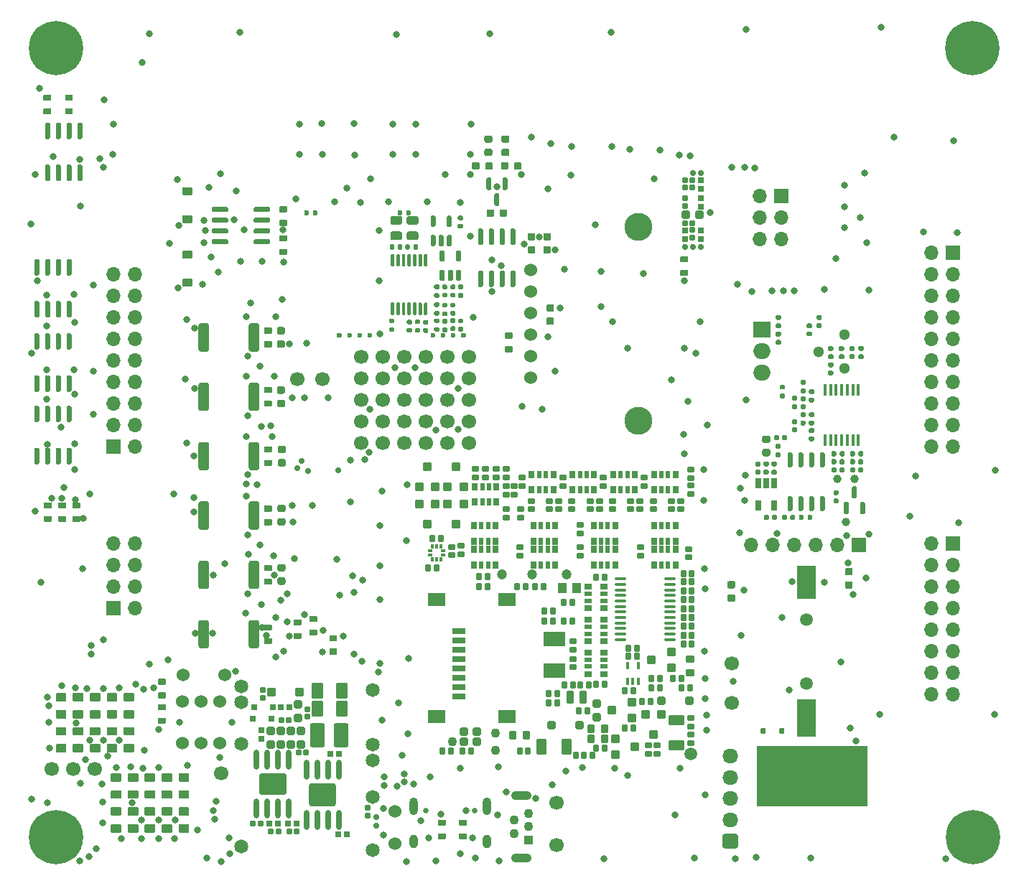
<source format=gbs>
G75*
G70*
%OFA0B0*%
%FSLAX25Y25*%
%IPPOS*%
%LPD*%
%AMOC8*
5,1,8,0,0,1.08239X$1,22.5*
%
%AMM121*
21,1,0.029130,0.018900,0.000000,-0.000000,90.000000*
21,1,0.018900,0.029130,0.000000,-0.000000,90.000000*
1,1,0.010240,0.009450,0.009450*
1,1,0.010240,0.009450,-0.009450*
1,1,0.010240,-0.009450,-0.009450*
1,1,0.010240,-0.009450,0.009450*
%
%AMM122*
21,1,0.025200,0.019680,0.000000,-0.000000,180.000000*
21,1,0.015750,0.029130,0.000000,-0.000000,180.000000*
1,1,0.009450,-0.007870,0.009840*
1,1,0.009450,0.007870,0.009840*
1,1,0.009450,0.007870,-0.009840*
1,1,0.009450,-0.007870,-0.009840*
%
%AMM123*
21,1,0.038980,0.026770,0.000000,-0.000000,180.000000*
21,1,0.026770,0.038980,0.000000,-0.000000,180.000000*
1,1,0.012210,-0.013390,0.013390*
1,1,0.012210,0.013390,0.013390*
1,1,0.012210,0.013390,-0.013390*
1,1,0.012210,-0.013390,-0.013390*
%
%AMM124*
21,1,0.025200,0.019680,0.000000,-0.000000,270.000000*
21,1,0.015750,0.029130,0.000000,-0.000000,270.000000*
1,1,0.009450,-0.009840,-0.007870*
1,1,0.009450,-0.009840,0.007870*
1,1,0.009450,0.009840,0.007870*
1,1,0.009450,0.009840,-0.007870*
%
%AMM199*
21,1,0.029530,0.026380,-0.000000,-0.000000,90.000000*
21,1,0.020470,0.035430,-0.000000,-0.000000,90.000000*
1,1,0.009060,0.013190,0.010240*
1,1,0.009060,0.013190,-0.010240*
1,1,0.009060,-0.013190,-0.010240*
1,1,0.009060,-0.013190,0.010240*
%
%AMM20*
21,1,0.041340,0.026770,0.000000,0.000000,0.000000*
21,1,0.029130,0.038980,0.000000,0.000000,0.000000*
1,1,0.012210,0.014570,-0.013390*
1,1,0.012210,-0.014570,-0.013390*
1,1,0.012210,-0.014570,0.013390*
1,1,0.012210,0.014570,0.013390*
%
%AMM200*
21,1,0.021650,0.027950,-0.000000,-0.000000,90.000000*
21,1,0.014170,0.035430,-0.000000,-0.000000,90.000000*
1,1,0.007480,0.013980,0.007090*
1,1,0.007480,0.013980,-0.007090*
1,1,0.007480,-0.013980,-0.007090*
1,1,0.007480,-0.013980,0.007090*
%
%AMM203*
21,1,0.031500,0.018900,-0.000000,-0.000000,270.000000*
21,1,0.022840,0.027560,-0.000000,-0.000000,270.000000*
1,1,0.008660,-0.009450,-0.011420*
1,1,0.008660,-0.009450,0.011420*
1,1,0.008660,0.009450,0.011420*
1,1,0.008660,0.009450,-0.011420*
%
%AMM205*
21,1,0.031500,0.018900,-0.000000,-0.000000,0.000000*
21,1,0.022840,0.027560,-0.000000,-0.000000,0.000000*
1,1,0.008660,0.011420,-0.009450*
1,1,0.008660,-0.011420,-0.009450*
1,1,0.008660,-0.011420,0.009450*
1,1,0.008660,0.011420,0.009450*
%
%AMM207*
21,1,0.039370,0.030320,-0.000000,-0.000000,90.000000*
21,1,0.028350,0.041340,-0.000000,-0.000000,90.000000*
1,1,0.011020,0.015160,0.014170*
1,1,0.011020,0.015160,-0.014170*
1,1,0.011020,-0.015160,-0.014170*
1,1,0.011020,-0.015160,0.014170*
%
%AMM21*
21,1,0.076380,0.036220,0.000000,0.000000,90.000000*
21,1,0.061810,0.050790,0.000000,0.000000,90.000000*
1,1,0.014570,0.018110,0.030910*
1,1,0.014570,0.018110,-0.030910*
1,1,0.014570,-0.018110,-0.030910*
1,1,0.014570,-0.018110,0.030910*
%
%AMM210*
21,1,0.031500,0.030710,-0.000000,-0.000000,180.000000*
21,1,0.022050,0.040160,-0.000000,-0.000000,180.000000*
1,1,0.009450,-0.011020,0.015350*
1,1,0.009450,0.011020,0.015350*
1,1,0.009450,0.011020,-0.015350*
1,1,0.009450,-0.011020,-0.015350*
%
%AMM228*
21,1,0.037400,0.026770,-0.000000,-0.000000,270.000000*
21,1,0.026770,0.037400,-0.000000,-0.000000,270.000000*
1,1,0.010630,-0.013390,-0.013390*
1,1,0.010630,-0.013390,0.013390*
1,1,0.010630,0.013390,0.013390*
1,1,0.010630,0.013390,-0.013390*
%
%AMM229*
21,1,0.029530,0.026380,-0.000000,-0.000000,180.000000*
21,1,0.020470,0.035430,-0.000000,-0.000000,180.000000*
1,1,0.009060,-0.010240,0.013190*
1,1,0.009060,0.010240,0.013190*
1,1,0.009060,0.010240,-0.013190*
1,1,0.009060,-0.010240,-0.013190*
%
%AMM230*
21,1,0.021650,0.027950,-0.000000,-0.000000,180.000000*
21,1,0.014170,0.035430,-0.000000,-0.000000,180.000000*
1,1,0.007480,-0.007090,0.013980*
1,1,0.007480,0.007090,0.013980*
1,1,0.007480,0.007090,-0.013980*
1,1,0.007480,-0.007090,-0.013980*
%
%AMM231*
21,1,0.037400,0.026770,-0.000000,-0.000000,180.000000*
21,1,0.026770,0.037400,-0.000000,-0.000000,180.000000*
1,1,0.010630,-0.013390,0.013390*
1,1,0.010630,0.013390,0.013390*
1,1,0.010630,0.013390,-0.013390*
1,1,0.010630,-0.013390,-0.013390*
%
%AMM232*
21,1,0.082680,0.045670,-0.000000,-0.000000,0.000000*
21,1,0.067320,0.061020,-0.000000,-0.000000,0.000000*
1,1,0.015350,0.033660,-0.022840*
1,1,0.015350,-0.033660,-0.022840*
1,1,0.015350,-0.033660,0.022840*
1,1,0.015350,0.033660,0.022840*
%
%AMM233*
21,1,0.062990,0.020470,-0.000000,-0.000000,0.000000*
21,1,0.053940,0.029530,-0.000000,-0.000000,0.000000*
1,1,0.009060,0.026970,-0.010240*
1,1,0.009060,-0.026970,-0.010240*
1,1,0.009060,-0.026970,0.010240*
1,1,0.009060,0.026970,0.010240*
%
%AMM234*
21,1,0.039370,0.030320,-0.000000,-0.000000,0.000000*
21,1,0.028350,0.041340,-0.000000,-0.000000,0.000000*
1,1,0.011020,0.014170,-0.015160*
1,1,0.011020,-0.014170,-0.015160*
1,1,0.011020,-0.014170,0.015160*
1,1,0.011020,0.014170,0.015160*
%
%AMM235*
21,1,0.016540,0.028980,-0.000000,-0.000000,0.000000*
21,1,0.010080,0.035430,-0.000000,-0.000000,0.000000*
1,1,0.006460,0.005040,-0.014490*
1,1,0.006460,-0.005040,-0.014490*
1,1,0.006460,-0.005040,0.014490*
1,1,0.006460,0.005040,0.014490*
%
%AMM236*
21,1,0.074800,0.036220,-0.000000,-0.000000,180.000000*
21,1,0.061810,0.049210,-0.000000,-0.000000,180.000000*
1,1,0.012990,-0.030910,0.018110*
1,1,0.012990,0.030910,0.018110*
1,1,0.012990,0.030910,-0.018110*
1,1,0.012990,-0.030910,-0.018110*
%
%AMM237*
21,1,0.039760,0.026770,-0.000000,-0.000000,180.000000*
21,1,0.029130,0.037400,-0.000000,-0.000000,180.000000*
1,1,0.010630,-0.014570,0.013390*
1,1,0.010630,0.014570,0.013390*
1,1,0.010630,0.014570,-0.013390*
1,1,0.010630,-0.014570,-0.013390*
%
%AMM238*
21,1,0.031500,0.049610,-0.000000,-0.000000,180.000000*
21,1,0.022050,0.059060,-0.000000,-0.000000,180.000000*
1,1,0.009450,-0.011020,0.024800*
1,1,0.009450,0.011020,0.024800*
1,1,0.009450,0.011020,-0.024800*
1,1,0.009450,-0.011020,-0.024800*
%
%AMM239*
21,1,0.074800,0.036220,-0.000000,-0.000000,270.000000*
21,1,0.061810,0.049210,-0.000000,-0.000000,270.000000*
1,1,0.012990,-0.018110,-0.030910*
1,1,0.012990,-0.018110,0.030910*
1,1,0.012990,0.018110,0.030910*
1,1,0.012990,0.018110,-0.030910*
%
%AMM24*
21,1,0.029130,0.018900,0.000000,0.000000,90.000000*
21,1,0.018900,0.029130,0.000000,0.000000,90.000000*
1,1,0.010240,0.009450,0.009450*
1,1,0.010240,0.009450,-0.009450*
1,1,0.010240,-0.009450,-0.009450*
1,1,0.010240,-0.009450,0.009450*
%
%AMM240*
21,1,0.031500,0.030710,-0.000000,-0.000000,270.000000*
21,1,0.022050,0.040160,-0.000000,-0.000000,270.000000*
1,1,0.009450,-0.015350,-0.011020*
1,1,0.009450,-0.015350,0.011020*
1,1,0.009450,0.015350,0.011020*
1,1,0.009450,0.015350,-0.011020*
%
%AMM25*
21,1,0.025200,0.019680,0.000000,0.000000,0.000000*
21,1,0.015750,0.029130,0.000000,0.000000,0.000000*
1,1,0.009450,0.007870,-0.009840*
1,1,0.009450,-0.007870,-0.009840*
1,1,0.009450,-0.007870,0.009840*
1,1,0.009450,0.007870,0.009840*
%
%AMM26*
21,1,0.025200,0.019680,0.000000,0.000000,270.000000*
21,1,0.015750,0.029130,0.000000,0.000000,270.000000*
1,1,0.009450,-0.009840,-0.007870*
1,1,0.009450,-0.009840,0.007870*
1,1,0.009450,0.009840,0.007870*
1,1,0.009450,0.009840,-0.007870*
%
%AMM32*
21,1,0.111810,0.050390,0.000000,0.000000,90.000000*
21,1,0.093700,0.068500,0.000000,0.000000,90.000000*
1,1,0.018110,0.025200,0.046850*
1,1,0.018110,0.025200,-0.046850*
1,1,0.018110,-0.025200,-0.046850*
1,1,0.018110,-0.025200,0.046850*
%
%AMM33*
21,1,0.038980,0.026770,0.000000,0.000000,270.000000*
21,1,0.026770,0.038980,0.000000,0.000000,270.000000*
1,1,0.012210,-0.013390,-0.013390*
1,1,0.012210,-0.013390,0.013390*
1,1,0.012210,0.013390,0.013390*
1,1,0.012210,0.013390,-0.013390*
%
%AMM34*
21,1,0.029130,0.018900,0.000000,0.000000,180.000000*
21,1,0.018900,0.029130,0.000000,0.000000,180.000000*
1,1,0.010240,-0.009450,0.009450*
1,1,0.010240,0.009450,0.009450*
1,1,0.010240,0.009450,-0.009450*
1,1,0.010240,-0.009450,-0.009450*
%
%AMM35*
21,1,0.127560,0.075590,0.000000,0.000000,180.000000*
21,1,0.103150,0.100000,0.000000,0.000000,180.000000*
1,1,0.024410,-0.051580,0.037800*
1,1,0.024410,0.051580,0.037800*
1,1,0.024410,0.051580,-0.037800*
1,1,0.024410,-0.051580,-0.037800*
%
%AMM36*
21,1,0.123620,0.083460,0.000000,0.000000,0.000000*
21,1,0.097240,0.109840,0.000000,0.000000,0.000000*
1,1,0.026380,0.048620,-0.041730*
1,1,0.026380,-0.048620,-0.041730*
1,1,0.026380,-0.048620,0.041730*
1,1,0.026380,0.048620,0.041730*
%
%ADD11C,0.06693*%
%ADD122M20*%
%ADD123M21*%
%ADD126M24*%
%ADD127M25*%
%ADD128M26*%
%ADD129C,0.02913*%
%ADD130C,0.06457*%
%ADD138M32*%
%ADD139M33*%
%ADD140M34*%
%ADD141O,0.02520X0.09213*%
%ADD142M35*%
%ADD143M36*%
%ADD158C,0.05118*%
%ADD171C,0.03900*%
%ADD21C,0.03150*%
%ADD22C,0.25197*%
%ADD226C,0.04724*%
%ADD227C,0.04294*%
%ADD23C,0.06000*%
%ADD24O,0.07283X0.06693*%
%ADD25C,0.02362*%
%ADD252R,0.01772X0.01870*%
%ADD254O,0.05354X0.01378*%
%ADD257R,0.09843X0.07087*%
%ADD258R,0.01870X0.01772*%
%ADD260R,0.04331X0.04724*%
%ADD302M121*%
%ADD303M122*%
%ADD304M123*%
%ADD305M124*%
%ADD309R,0.07874X0.07500*%
%ADD31R,0.04331X0.04331*%
%ADD310O,0.07874X0.07500*%
%ADD312R,0.01772X0.05709*%
%ADD313R,0.02559X0.04803*%
%ADD32C,0.04331*%
%ADD33O,0.09449X0.04331*%
%ADD36C,0.05906*%
%ADD408M199*%
%ADD409M200*%
%ADD412M203*%
%ADD414M205*%
%ADD416M207*%
%ADD419M210*%
%ADD437M228*%
%ADD438M229*%
%ADD439M230*%
%ADD440M231*%
%ADD441M232*%
%ADD442M233*%
%ADD443M234*%
%ADD444M235*%
%ADD445M236*%
%ADD446M237*%
%ADD447M238*%
%ADD448M239*%
%ADD449M240*%
%ADD68O,0.03937X0.08268*%
%ADD69O,0.03937X0.06299*%
%ADD70R,0.06693X0.06693*%
%ADD71O,0.06693X0.06693*%
%ADD72C,0.13000*%
%ADD78C,0.00472*%
%ADD79C,0.02559*%
%ADD95R,0.09055X0.17323*%
%ADD96R,0.09055X0.15748*%
X0000000Y0000000D02*
%LPD*%
G01*
D78*
X0390355Y0028504D02*
X0339174Y0028504D01*
X0339174Y0056063D01*
X0390355Y0056063D01*
X0390355Y0028504D01*
G36*
X0390355Y0028504D02*
G01*
X0339174Y0028504D01*
X0339174Y0056063D01*
X0390355Y0056063D01*
X0390355Y0028504D01*
G37*
D11*
X0327559Y0076043D03*
D21*
X0439359Y0389500D03*
X0446041Y0386732D03*
X0432678Y0386732D03*
X0448808Y0380051D03*
D22*
X0439359Y0380051D03*
D21*
X0429911Y0380051D03*
X0446041Y0373370D03*
X0432678Y0373370D03*
X0439359Y0370602D03*
D11*
X0125985Y0226437D03*
X0137402Y0226437D03*
X0021811Y0045334D03*
D21*
X0004331Y0379980D03*
X0007099Y0386661D03*
X0007099Y0373299D03*
X0013780Y0389429D03*
D22*
X0013780Y0379980D03*
D21*
X0013780Y0370531D03*
X0020461Y0386661D03*
X0020461Y0373299D03*
X0023229Y0379980D03*
D23*
X0072441Y0076634D03*
X0072441Y0057342D03*
G36*
G01*
X0329430Y0008523D02*
X0324115Y0008523D01*
G75*
G02*
X0323130Y0009508I0000000J0000984D01*
G01*
X0323130Y0014232D01*
G75*
G02*
X0324115Y0015216I0000984J0000000D01*
G01*
X0329430Y0015216D01*
G75*
G02*
X0330414Y0014232I0000000J-000984D01*
G01*
X0330414Y0009508D01*
G75*
G02*
X0329430Y0008523I-000984J0000000D01*
G01*
G37*
D24*
X0326772Y0021712D03*
X0326772Y0031555D03*
X0326772Y0041397D03*
X0326772Y0051240D03*
D11*
X0246063Y0029586D03*
D21*
X0004331Y0013838D03*
X0007099Y0020520D03*
X0007099Y0007157D03*
X0013780Y0023287D03*
D22*
X0013780Y0013838D03*
D21*
X0013780Y0004389D03*
X0020461Y0020520D03*
X0020461Y0007157D03*
X0023229Y0013838D03*
X0448879Y0013881D03*
X0446112Y0007199D03*
X0446112Y0020562D03*
X0439430Y0004432D03*
D22*
X0439430Y0013881D03*
D21*
X0439430Y0023330D03*
X0432749Y0007199D03*
X0432749Y0020562D03*
X0429981Y0013881D03*
D25*
X0193603Y0246811D03*
X0188878Y0246811D03*
X0198327Y0246811D03*
X0203052Y0246811D03*
X0177619Y0303602D03*
X0173681Y0303602D03*
D11*
X0011811Y0045334D03*
D31*
X0233268Y0012263D03*
D32*
X0226378Y0015413D03*
X0233268Y0018563D03*
X0226378Y0021712D03*
X0233268Y0024862D03*
D33*
X0229823Y0004193D03*
X0229823Y0032933D03*
D23*
X0081103Y0076634D03*
X0081103Y0057342D03*
D25*
X0313288Y0287952D03*
X0309548Y0287952D03*
X0305807Y0287952D03*
X0309744Y0322204D03*
X0313288Y0322204D03*
D11*
X0090552Y0043366D03*
D36*
X0160926Y0082047D03*
X0160926Y0056850D03*
X0160926Y0049370D03*
X0160926Y0032441D03*
D25*
X0162697Y0022992D03*
X0162697Y0019055D03*
D36*
X0160926Y0007834D03*
X0099902Y0083819D03*
X0099902Y0076535D03*
X0099902Y0057047D03*
X0099902Y0009606D03*
D25*
X0125985Y0185000D03*
X0128052Y0188445D03*
X0131004Y0183819D03*
X0144981Y0184114D03*
D23*
X0089764Y0076634D03*
X0089764Y0057342D03*
D11*
X0155512Y0196752D03*
X0155512Y0206752D03*
X0155512Y0216752D03*
X0155512Y0226752D03*
X0155512Y0236752D03*
X0165512Y0196752D03*
X0165512Y0206752D03*
X0165512Y0216752D03*
X0165512Y0226752D03*
X0165512Y0236752D03*
X0175512Y0196752D03*
X0175512Y0206752D03*
X0175512Y0216752D03*
X0175512Y0226752D03*
X0175512Y0236752D03*
X0246063Y0009901D03*
D23*
X0171160Y0025549D03*
X0171160Y0010549D03*
D11*
X0327559Y0094547D03*
D79*
X0185473Y0026063D03*
X0208229Y0026063D03*
D68*
X0179843Y0028031D03*
D69*
X0179843Y0011574D03*
D68*
X0213859Y0028031D03*
D69*
X0213859Y0011574D03*
D25*
X0150099Y0246811D03*
X0145374Y0246811D03*
X0154823Y0246811D03*
X0159548Y0246811D03*
X0134115Y0303602D03*
X0130178Y0303602D03*
D23*
X0073032Y0089035D03*
X0092323Y0089035D03*
D70*
X0386418Y0149271D03*
D71*
X0376418Y0149271D03*
X0366418Y0149271D03*
X0356418Y0149271D03*
X0346418Y0149271D03*
X0336418Y0149271D03*
D72*
X0284265Y0297027D03*
X0284265Y0207027D03*
D23*
X0234265Y0277027D03*
X0234265Y0267027D03*
X0234265Y0257027D03*
X0234265Y0247027D03*
X0234265Y0237027D03*
X0234265Y0227027D03*
D11*
X0031811Y0045334D03*
X0185512Y0196752D03*
X0185512Y0206752D03*
X0185512Y0216752D03*
X0185512Y0226752D03*
X0185512Y0236752D03*
X0195512Y0196752D03*
X0195512Y0206752D03*
X0195512Y0216752D03*
X0195512Y0226752D03*
X0195512Y0236752D03*
X0205512Y0196752D03*
X0205512Y0206752D03*
X0205512Y0216752D03*
X0205512Y0226752D03*
X0205512Y0236752D03*
G36*
G01*
X0214174Y0319968D02*
X0215355Y0319968D01*
G75*
G02*
X0215945Y0319378I0000000J-000591D01*
G01*
X0215945Y0314752D01*
G75*
G02*
X0215355Y0314161I-000591J0000000D01*
G01*
X0214174Y0314161D01*
G75*
G02*
X0213583Y0314752I0000000J0000591D01*
G01*
X0213583Y0319378D01*
G75*
G02*
X0214174Y0319968I0000591J0000000D01*
G01*
G37*
G36*
G01*
X0221654Y0319968D02*
X0222835Y0319968D01*
G75*
G02*
X0223426Y0319378I0000000J-000591D01*
G01*
X0223426Y0314752D01*
G75*
G02*
X0222835Y0314161I-000591J0000000D01*
G01*
X0221654Y0314161D01*
G75*
G02*
X0221063Y0314752I0000000J0000591D01*
G01*
X0221063Y0319378D01*
G75*
G02*
X0221654Y0319968I0000591J0000000D01*
G01*
G37*
G36*
G01*
X0217914Y0312586D02*
X0219095Y0312586D01*
G75*
G02*
X0219685Y0311996I0000000J-000591D01*
G01*
X0219685Y0307370D01*
G75*
G02*
X0219095Y0306779I-000591J0000000D01*
G01*
X0217914Y0306779D01*
G75*
G02*
X0217323Y0307370I0000000J0000591D01*
G01*
X0217323Y0311996D01*
G75*
G02*
X0217914Y0312586I0000591J0000000D01*
G01*
G37*
G36*
G01*
X0049804Y0053051D02*
X0045670Y0053051D01*
G75*
G02*
X0045276Y0053445I0000000J0000394D01*
G01*
X0045276Y0056594D01*
G75*
G02*
X0045670Y0056988I0000394J0000000D01*
G01*
X0049804Y0056988D01*
G75*
G02*
X0050197Y0056594I0000000J-000394D01*
G01*
X0050197Y0053445D01*
G75*
G02*
X0049804Y0053051I-000394J0000000D01*
G01*
G37*
G36*
G01*
X0049804Y0060925D02*
X0045670Y0060925D01*
G75*
G02*
X0045276Y0061319I0000000J0000394D01*
G01*
X0045276Y0064468D01*
G75*
G02*
X0045670Y0064862I0000394J0000000D01*
G01*
X0049804Y0064862D01*
G75*
G02*
X0050197Y0064468I0000000J-000394D01*
G01*
X0050197Y0061319D01*
G75*
G02*
X0049804Y0060925I-000394J0000000D01*
G01*
G37*
G36*
G01*
X0241969Y0261141D02*
X0244646Y0261141D01*
G75*
G02*
X0244981Y0260807I0000000J-000335D01*
G01*
X0244981Y0258130D01*
G75*
G02*
X0244646Y0257795I-000335J0000000D01*
G01*
X0241969Y0257795D01*
G75*
G02*
X0241634Y0258130I0000000J0000335D01*
G01*
X0241634Y0260807D01*
G75*
G02*
X0241969Y0261141I0000335J0000000D01*
G01*
G37*
G36*
G01*
X0241969Y0254921D02*
X0244646Y0254921D01*
G75*
G02*
X0244981Y0254586I0000000J-000335D01*
G01*
X0244981Y0251909D01*
G75*
G02*
X0244646Y0251574I-000335J0000000D01*
G01*
X0241969Y0251574D01*
G75*
G02*
X0241634Y0251909I0000000J0000335D01*
G01*
X0241634Y0254586D01*
G75*
G02*
X0241969Y0254921I0000335J0000000D01*
G01*
G37*
G36*
G01*
X0076811Y0298878D02*
X0072796Y0298878D01*
G75*
G02*
X0072441Y0299232I0000000J0000354D01*
G01*
X0072441Y0302067D01*
G75*
G02*
X0072796Y0302421I0000354J0000000D01*
G01*
X0076811Y0302421D01*
G75*
G02*
X0077166Y0302067I0000000J-000354D01*
G01*
X0077166Y0299232D01*
G75*
G02*
X0076811Y0298878I-000354J0000000D01*
G01*
G37*
G36*
G01*
X0076811Y0311870D02*
X0072796Y0311870D01*
G75*
G02*
X0072441Y0312224I0000000J0000354D01*
G01*
X0072441Y0315059D01*
G75*
G02*
X0072796Y0315413I0000354J0000000D01*
G01*
X0076811Y0315413D01*
G75*
G02*
X0077166Y0315059I0000000J-000354D01*
G01*
X0077166Y0312224D01*
G75*
G02*
X0076811Y0311870I-000354J0000000D01*
G01*
G37*
D36*
X0362205Y0085099D03*
X0362205Y0114626D03*
D95*
X0362205Y0068957D03*
D96*
X0362205Y0131949D03*
G36*
G01*
X0004311Y0247697D02*
X0005493Y0247697D01*
G75*
G02*
X0006083Y0247106I0000000J-000591D01*
G01*
X0006083Y0240610D01*
G75*
G02*
X0005493Y0240019I-000591J0000000D01*
G01*
X0004311Y0240019D01*
G75*
G02*
X0003721Y0240610I0000000J0000591D01*
G01*
X0003721Y0247106D01*
G75*
G02*
X0004311Y0247697I0000591J0000000D01*
G01*
G37*
G36*
G01*
X0009311Y0247697D02*
X0010493Y0247697D01*
G75*
G02*
X0011083Y0247106I0000000J-000591D01*
G01*
X0011083Y0240610D01*
G75*
G02*
X0010493Y0240019I-000591J0000000D01*
G01*
X0009311Y0240019D01*
G75*
G02*
X0008721Y0240610I0000000J0000591D01*
G01*
X0008721Y0247106D01*
G75*
G02*
X0009311Y0247697I0000591J0000000D01*
G01*
G37*
G36*
G01*
X0014311Y0247697D02*
X0015493Y0247697D01*
G75*
G02*
X0016083Y0247106I0000000J-000591D01*
G01*
X0016083Y0240610D01*
G75*
G02*
X0015493Y0240019I-000591J0000000D01*
G01*
X0014311Y0240019D01*
G75*
G02*
X0013721Y0240610I0000000J0000591D01*
G01*
X0013721Y0247106D01*
G75*
G02*
X0014311Y0247697I0000591J0000000D01*
G01*
G37*
G36*
G01*
X0019311Y0247697D02*
X0020493Y0247697D01*
G75*
G02*
X0021083Y0247106I0000000J-000591D01*
G01*
X0021083Y0240610D01*
G75*
G02*
X0020493Y0240019I-000591J0000000D01*
G01*
X0019311Y0240019D01*
G75*
G02*
X0018721Y0240610I0000000J0000591D01*
G01*
X0018721Y0247106D01*
G75*
G02*
X0019311Y0247697I0000591J0000000D01*
G01*
G37*
G36*
G01*
X0019311Y0228208D02*
X0020493Y0228208D01*
G75*
G02*
X0021083Y0227618I0000000J-000591D01*
G01*
X0021083Y0221122D01*
G75*
G02*
X0020493Y0220531I-000591J0000000D01*
G01*
X0019311Y0220531D01*
G75*
G02*
X0018721Y0221122I0000000J0000591D01*
G01*
X0018721Y0227618D01*
G75*
G02*
X0019311Y0228208I0000591J0000000D01*
G01*
G37*
G36*
G01*
X0014311Y0228208D02*
X0015493Y0228208D01*
G75*
G02*
X0016083Y0227618I0000000J-000591D01*
G01*
X0016083Y0221122D01*
G75*
G02*
X0015493Y0220531I-000591J0000000D01*
G01*
X0014311Y0220531D01*
G75*
G02*
X0013721Y0221122I0000000J0000591D01*
G01*
X0013721Y0227618D01*
G75*
G02*
X0014311Y0228208I0000591J0000000D01*
G01*
G37*
G36*
G01*
X0009311Y0228208D02*
X0010493Y0228208D01*
G75*
G02*
X0011083Y0227618I0000000J-000591D01*
G01*
X0011083Y0221122D01*
G75*
G02*
X0010493Y0220531I-000591J0000000D01*
G01*
X0009311Y0220531D01*
G75*
G02*
X0008721Y0221122I0000000J0000591D01*
G01*
X0008721Y0227618D01*
G75*
G02*
X0009311Y0228208I0000591J0000000D01*
G01*
G37*
G36*
G01*
X0004311Y0228208D02*
X0005493Y0228208D01*
G75*
G02*
X0006083Y0227618I0000000J-000591D01*
G01*
X0006083Y0221122D01*
G75*
G02*
X0005493Y0220531I-000591J0000000D01*
G01*
X0004311Y0220531D01*
G75*
G02*
X0003721Y0221122I0000000J0000591D01*
G01*
X0003721Y0227618D01*
G75*
G02*
X0004311Y0228208I0000591J0000000D01*
G01*
G37*
G36*
G01*
X0011575Y0160098D02*
X0008504Y0160098D01*
G75*
G02*
X0008229Y0160374I0000000J0000276D01*
G01*
X0008229Y0162578D01*
G75*
G02*
X0008504Y0162854I0000276J0000000D01*
G01*
X0011575Y0162854D01*
G75*
G02*
X0011851Y0162578I0000000J-000276D01*
G01*
X0011851Y0160374D01*
G75*
G02*
X0011575Y0160098I-000276J0000000D01*
G01*
G37*
G36*
G01*
X0011575Y0166397D02*
X0008504Y0166397D01*
G75*
G02*
X0008229Y0166673I0000000J0000276D01*
G01*
X0008229Y0168878D01*
G75*
G02*
X0008504Y0169153I0000276J0000000D01*
G01*
X0011575Y0169153D01*
G75*
G02*
X0011851Y0168878I0000000J-000276D01*
G01*
X0011851Y0166673D01*
G75*
G02*
X0011575Y0166397I-000276J0000000D01*
G01*
G37*
G36*
G01*
X0229941Y0326594D02*
X0229941Y0323917D01*
G75*
G02*
X0229607Y0323582I-000335J0000000D01*
G01*
X0226930Y0323582D01*
G75*
G02*
X0226595Y0323917I0000000J0000335D01*
G01*
X0226595Y0326594D01*
G75*
G02*
X0226930Y0326929I0000335J0000000D01*
G01*
X0229607Y0326929D01*
G75*
G02*
X0229941Y0326594I0000000J-000335D01*
G01*
G37*
G36*
G01*
X0223721Y0326594D02*
X0223721Y0323917D01*
G75*
G02*
X0223386Y0323582I-000335J0000000D01*
G01*
X0220709Y0323582D01*
G75*
G02*
X0220374Y0323917I0000000J0000335D01*
G01*
X0220374Y0326594D01*
G75*
G02*
X0220709Y0326929I0000335J0000000D01*
G01*
X0223386Y0326929D01*
G75*
G02*
X0223721Y0326594I0000000J-000335D01*
G01*
G37*
G36*
G01*
X0026181Y0053051D02*
X0022048Y0053051D01*
G75*
G02*
X0021654Y0053445I0000000J0000394D01*
G01*
X0021654Y0056594D01*
G75*
G02*
X0022048Y0056988I0000394J0000000D01*
G01*
X0026181Y0056988D01*
G75*
G02*
X0026575Y0056594I0000000J-000394D01*
G01*
X0026575Y0053445D01*
G75*
G02*
X0026181Y0053051I-000394J0000000D01*
G01*
G37*
G36*
G01*
X0026181Y0060925D02*
X0022048Y0060925D01*
G75*
G02*
X0021654Y0061319I0000000J0000394D01*
G01*
X0021654Y0064468D01*
G75*
G02*
X0022048Y0064862I0000394J0000000D01*
G01*
X0026181Y0064862D01*
G75*
G02*
X0026575Y0064468I0000000J-000394D01*
G01*
X0026575Y0061319D01*
G75*
G02*
X0026181Y0060925I-000394J0000000D01*
G01*
G37*
G36*
G01*
X0380552Y0138700D02*
X0383229Y0138700D01*
G75*
G02*
X0383563Y0138366I0000000J-000335D01*
G01*
X0383563Y0135689D01*
G75*
G02*
X0383229Y0135354I-000335J0000000D01*
G01*
X0380552Y0135354D01*
G75*
G02*
X0380217Y0135689I0000000J0000335D01*
G01*
X0380217Y0138366D01*
G75*
G02*
X0380552Y0138700I0000335J0000000D01*
G01*
G37*
G36*
G01*
X0380552Y0132480D02*
X0383229Y0132480D01*
G75*
G02*
X0383563Y0132145I0000000J-000335D01*
G01*
X0383563Y0129468D01*
G75*
G02*
X0383229Y0129134I-000335J0000000D01*
G01*
X0380552Y0129134D01*
G75*
G02*
X0380217Y0129468I0000000J0000335D01*
G01*
X0380217Y0132145D01*
G75*
G02*
X0380552Y0132480I0000335J0000000D01*
G01*
G37*
G36*
G01*
X0213721Y0302193D02*
X0213721Y0304870D01*
G75*
G02*
X0214056Y0305204I0000335J0000000D01*
G01*
X0216733Y0305204D01*
G75*
G02*
X0217067Y0304870I0000000J-000335D01*
G01*
X0217067Y0302193D01*
G75*
G02*
X0216733Y0301858I-000335J0000000D01*
G01*
X0214056Y0301858D01*
G75*
G02*
X0213721Y0302193I0000000J0000335D01*
G01*
G37*
G36*
G01*
X0219941Y0302193D02*
X0219941Y0304870D01*
G75*
G02*
X0220276Y0305204I0000335J0000000D01*
G01*
X0222953Y0305204D01*
G75*
G02*
X0223288Y0304870I0000000J-000335D01*
G01*
X0223288Y0302193D01*
G75*
G02*
X0222953Y0301858I-000335J0000000D01*
G01*
X0220276Y0301858D01*
G75*
G02*
X0219941Y0302193I0000000J0000335D01*
G01*
G37*
G36*
G01*
X0024764Y0160098D02*
X0021693Y0160098D01*
G75*
G02*
X0021418Y0160374I0000000J0000276D01*
G01*
X0021418Y0162578D01*
G75*
G02*
X0021693Y0162854I0000276J0000000D01*
G01*
X0024764Y0162854D01*
G75*
G02*
X0025040Y0162578I0000000J-000276D01*
G01*
X0025040Y0160374D01*
G75*
G02*
X0024764Y0160098I-000276J0000000D01*
G01*
G37*
G36*
G01*
X0024764Y0166397D02*
X0021693Y0166397D01*
G75*
G02*
X0021418Y0166673I0000000J0000276D01*
G01*
X0021418Y0168878D01*
G75*
G02*
X0021693Y0169153I0000276J0000000D01*
G01*
X0024764Y0169153D01*
G75*
G02*
X0025040Y0168878I0000000J-000276D01*
G01*
X0025040Y0166673D01*
G75*
G02*
X0024764Y0166397I-000276J0000000D01*
G01*
G37*
G36*
G01*
X0063288Y0043366D02*
X0067422Y0043366D01*
G75*
G02*
X0067815Y0042972I0000000J-000394D01*
G01*
X0067815Y0039823D01*
G75*
G02*
X0067422Y0039429I-000394J0000000D01*
G01*
X0063288Y0039429D01*
G75*
G02*
X0062894Y0039823I0000000J0000394D01*
G01*
X0062894Y0042972D01*
G75*
G02*
X0063288Y0043366I0000394J0000000D01*
G01*
G37*
G36*
G01*
X0063288Y0035492D02*
X0067422Y0035492D01*
G75*
G02*
X0067815Y0035098I0000000J-000394D01*
G01*
X0067815Y0031949D01*
G75*
G02*
X0067422Y0031555I-000394J0000000D01*
G01*
X0063288Y0031555D01*
G75*
G02*
X0062894Y0031949I0000000J0000394D01*
G01*
X0062894Y0035098D01*
G75*
G02*
X0063288Y0035492I0000394J0000000D01*
G01*
G37*
G36*
G01*
X0108170Y0251338D02*
X0108170Y0240118D01*
G75*
G02*
X0107185Y0239134I-000984J0000000D01*
G01*
X0104331Y0239134D01*
G75*
G02*
X0103347Y0240118I0000000J0000984D01*
G01*
X0103347Y0251338D01*
G75*
G02*
X0104331Y0252323I0000984J0000000D01*
G01*
X0107185Y0252323D01*
G75*
G02*
X0108170Y0251338I0000000J-000984D01*
G01*
G37*
G36*
G01*
X0084843Y0251338D02*
X0084843Y0240118D01*
G75*
G02*
X0083859Y0239134I-000984J0000000D01*
G01*
X0081004Y0239134D01*
G75*
G02*
X0080020Y0240118I0000000J0000984D01*
G01*
X0080020Y0251338D01*
G75*
G02*
X0081004Y0252323I0000984J0000000D01*
G01*
X0083859Y0252323D01*
G75*
G02*
X0084843Y0251338I0000000J-000984D01*
G01*
G37*
D70*
X0430119Y0285019D03*
D71*
X0420119Y0285019D03*
X0430119Y0275019D03*
X0420119Y0275019D03*
X0430119Y0265019D03*
X0420119Y0265019D03*
X0430119Y0255019D03*
X0420119Y0255019D03*
X0430119Y0245019D03*
X0420119Y0245019D03*
X0430119Y0235019D03*
X0420119Y0235019D03*
X0430119Y0225019D03*
X0420119Y0225019D03*
X0430119Y0215019D03*
X0420119Y0215019D03*
X0430119Y0205019D03*
X0420119Y0205019D03*
X0430119Y0195019D03*
X0420119Y0195019D03*
G36*
G01*
X0029922Y0080610D02*
X0034056Y0080610D01*
G75*
G02*
X0034449Y0080216I0000000J-000394D01*
G01*
X0034449Y0077067D01*
G75*
G02*
X0034056Y0076673I-000394J0000000D01*
G01*
X0029922Y0076673D01*
G75*
G02*
X0029528Y0077067I0000000J0000394D01*
G01*
X0029528Y0080216D01*
G75*
G02*
X0029922Y0080610I0000394J0000000D01*
G01*
G37*
G36*
G01*
X0029922Y0072736D02*
X0034056Y0072736D01*
G75*
G02*
X0034449Y0072342I0000000J-000394D01*
G01*
X0034449Y0069193D01*
G75*
G02*
X0034056Y0068799I-000394J0000000D01*
G01*
X0029922Y0068799D01*
G75*
G02*
X0029528Y0069193I0000000J0000394D01*
G01*
X0029528Y0072342D01*
G75*
G02*
X0029922Y0072736I0000394J0000000D01*
G01*
G37*
G36*
G01*
X0075296Y0015807D02*
X0071162Y0015807D01*
G75*
G02*
X0070768Y0016200I0000000J0000394D01*
G01*
X0070768Y0019350D01*
G75*
G02*
X0071162Y0019744I0000394J0000000D01*
G01*
X0075296Y0019744D01*
G75*
G02*
X0075689Y0019350I0000000J-000394D01*
G01*
X0075689Y0016200D01*
G75*
G02*
X0075296Y0015807I-000394J0000000D01*
G01*
G37*
G36*
G01*
X0075296Y0023681D02*
X0071162Y0023681D01*
G75*
G02*
X0070768Y0024074I0000000J0000394D01*
G01*
X0070768Y0027224D01*
G75*
G02*
X0071162Y0027618I0000394J0000000D01*
G01*
X0075296Y0027618D01*
G75*
G02*
X0075689Y0027224I0000000J-000394D01*
G01*
X0075689Y0024074D01*
G75*
G02*
X0075296Y0023681I-000394J0000000D01*
G01*
G37*
G36*
G01*
X0210414Y0296319D02*
X0211595Y0296319D01*
G75*
G02*
X0212185Y0295728I0000000J-000591D01*
G01*
X0212185Y0289232D01*
G75*
G02*
X0211595Y0288641I-000591J0000000D01*
G01*
X0210414Y0288641D01*
G75*
G02*
X0209823Y0289232I0000000J0000591D01*
G01*
X0209823Y0295728D01*
G75*
G02*
X0210414Y0296319I0000591J0000000D01*
G01*
G37*
G36*
G01*
X0215414Y0296319D02*
X0216595Y0296319D01*
G75*
G02*
X0217185Y0295728I0000000J-000591D01*
G01*
X0217185Y0289232D01*
G75*
G02*
X0216595Y0288641I-000591J0000000D01*
G01*
X0215414Y0288641D01*
G75*
G02*
X0214823Y0289232I0000000J0000591D01*
G01*
X0214823Y0295728D01*
G75*
G02*
X0215414Y0296319I0000591J0000000D01*
G01*
G37*
G36*
G01*
X0220414Y0296319D02*
X0221595Y0296319D01*
G75*
G02*
X0222185Y0295728I0000000J-000591D01*
G01*
X0222185Y0289232D01*
G75*
G02*
X0221595Y0288641I-000591J0000000D01*
G01*
X0220414Y0288641D01*
G75*
G02*
X0219823Y0289232I0000000J0000591D01*
G01*
X0219823Y0295728D01*
G75*
G02*
X0220414Y0296319I0000591J0000000D01*
G01*
G37*
G36*
G01*
X0225414Y0296319D02*
X0226595Y0296319D01*
G75*
G02*
X0227185Y0295728I0000000J-000591D01*
G01*
X0227185Y0289232D01*
G75*
G02*
X0226595Y0288641I-000591J0000000D01*
G01*
X0225414Y0288641D01*
G75*
G02*
X0224823Y0289232I0000000J0000591D01*
G01*
X0224823Y0295728D01*
G75*
G02*
X0225414Y0296319I0000591J0000000D01*
G01*
G37*
G36*
G01*
X0225414Y0276830D02*
X0226595Y0276830D01*
G75*
G02*
X0227185Y0276240I0000000J-000591D01*
G01*
X0227185Y0269744D01*
G75*
G02*
X0226595Y0269153I-000591J0000000D01*
G01*
X0225414Y0269153D01*
G75*
G02*
X0224823Y0269744I0000000J0000591D01*
G01*
X0224823Y0276240D01*
G75*
G02*
X0225414Y0276830I0000591J0000000D01*
G01*
G37*
G36*
G01*
X0220414Y0276830D02*
X0221595Y0276830D01*
G75*
G02*
X0222185Y0276240I0000000J-000591D01*
G01*
X0222185Y0269744D01*
G75*
G02*
X0221595Y0269153I-000591J0000000D01*
G01*
X0220414Y0269153D01*
G75*
G02*
X0219823Y0269744I0000000J0000591D01*
G01*
X0219823Y0276240D01*
G75*
G02*
X0220414Y0276830I0000591J0000000D01*
G01*
G37*
G36*
G01*
X0215414Y0276830D02*
X0216595Y0276830D01*
G75*
G02*
X0217185Y0276240I0000000J-000591D01*
G01*
X0217185Y0269744D01*
G75*
G02*
X0216595Y0269153I-000591J0000000D01*
G01*
X0215414Y0269153D01*
G75*
G02*
X0214823Y0269744I0000000J0000591D01*
G01*
X0214823Y0276240D01*
G75*
G02*
X0215414Y0276830I0000591J0000000D01*
G01*
G37*
G36*
G01*
X0210414Y0276830D02*
X0211595Y0276830D01*
G75*
G02*
X0212185Y0276240I0000000J-000591D01*
G01*
X0212185Y0269744D01*
G75*
G02*
X0211595Y0269153I-000591J0000000D01*
G01*
X0210414Y0269153D01*
G75*
G02*
X0209823Y0269744I0000000J0000591D01*
G01*
X0209823Y0276240D01*
G75*
G02*
X0210414Y0276830I0000591J0000000D01*
G01*
G37*
G36*
G01*
X0014174Y0080610D02*
X0018307Y0080610D01*
G75*
G02*
X0018701Y0080216I0000000J-000394D01*
G01*
X0018701Y0077067D01*
G75*
G02*
X0018307Y0076673I-000394J0000000D01*
G01*
X0014174Y0076673D01*
G75*
G02*
X0013780Y0077067I0000000J0000394D01*
G01*
X0013780Y0080216D01*
G75*
G02*
X0014174Y0080610I0000394J0000000D01*
G01*
G37*
G36*
G01*
X0014174Y0072736D02*
X0018307Y0072736D01*
G75*
G02*
X0018701Y0072342I0000000J-000394D01*
G01*
X0018701Y0069193D01*
G75*
G02*
X0018307Y0068799I-000394J0000000D01*
G01*
X0014174Y0068799D01*
G75*
G02*
X0013780Y0069193I0000000J0000394D01*
G01*
X0013780Y0072342D01*
G75*
G02*
X0014174Y0072736I0000394J0000000D01*
G01*
G37*
G36*
G01*
X0108170Y0168661D02*
X0108170Y0157441D01*
G75*
G02*
X0107185Y0156456I-000984J0000000D01*
G01*
X0104331Y0156456D01*
G75*
G02*
X0103347Y0157441I0000000J0000984D01*
G01*
X0103347Y0168661D01*
G75*
G02*
X0104331Y0169645I0000984J0000000D01*
G01*
X0107185Y0169645D01*
G75*
G02*
X0108170Y0168661I0000000J-000984D01*
G01*
G37*
G36*
G01*
X0084843Y0168661D02*
X0084843Y0157441D01*
G75*
G02*
X0083859Y0156456I-000984J0000000D01*
G01*
X0081004Y0156456D01*
G75*
G02*
X0080020Y0157441I0000000J0000984D01*
G01*
X0080020Y0168661D01*
G75*
G02*
X0081004Y0169645I0000984J0000000D01*
G01*
X0083859Y0169645D01*
G75*
G02*
X0084843Y0168661I0000000J-000984D01*
G01*
G37*
G36*
G01*
X0004311Y0214035D02*
X0005493Y0214035D01*
G75*
G02*
X0006083Y0213445I0000000J-000591D01*
G01*
X0006083Y0206949D01*
G75*
G02*
X0005493Y0206358I-000591J0000000D01*
G01*
X0004311Y0206358D01*
G75*
G02*
X0003721Y0206949I0000000J0000591D01*
G01*
X0003721Y0213445D01*
G75*
G02*
X0004311Y0214035I0000591J0000000D01*
G01*
G37*
G36*
G01*
X0009311Y0214035D02*
X0010493Y0214035D01*
G75*
G02*
X0011083Y0213445I0000000J-000591D01*
G01*
X0011083Y0206949D01*
G75*
G02*
X0010493Y0206358I-000591J0000000D01*
G01*
X0009311Y0206358D01*
G75*
G02*
X0008721Y0206949I0000000J0000591D01*
G01*
X0008721Y0213445D01*
G75*
G02*
X0009311Y0214035I0000591J0000000D01*
G01*
G37*
G36*
G01*
X0014311Y0214035D02*
X0015493Y0214035D01*
G75*
G02*
X0016083Y0213445I0000000J-000591D01*
G01*
X0016083Y0206949D01*
G75*
G02*
X0015493Y0206358I-000591J0000000D01*
G01*
X0014311Y0206358D01*
G75*
G02*
X0013721Y0206949I0000000J0000591D01*
G01*
X0013721Y0213445D01*
G75*
G02*
X0014311Y0214035I0000591J0000000D01*
G01*
G37*
G36*
G01*
X0019311Y0214035D02*
X0020493Y0214035D01*
G75*
G02*
X0021083Y0213445I0000000J-000591D01*
G01*
X0021083Y0206949D01*
G75*
G02*
X0020493Y0206358I-000591J0000000D01*
G01*
X0019311Y0206358D01*
G75*
G02*
X0018721Y0206949I0000000J0000591D01*
G01*
X0018721Y0213445D01*
G75*
G02*
X0019311Y0214035I0000591J0000000D01*
G01*
G37*
G36*
G01*
X0019311Y0194547D02*
X0020493Y0194547D01*
G75*
G02*
X0021083Y0193956I0000000J-000591D01*
G01*
X0021083Y0187460D01*
G75*
G02*
X0020493Y0186870I-000591J0000000D01*
G01*
X0019311Y0186870D01*
G75*
G02*
X0018721Y0187460I0000000J0000591D01*
G01*
X0018721Y0193956D01*
G75*
G02*
X0019311Y0194547I0000591J0000000D01*
G01*
G37*
G36*
G01*
X0014311Y0194547D02*
X0015493Y0194547D01*
G75*
G02*
X0016083Y0193956I0000000J-000591D01*
G01*
X0016083Y0187460D01*
G75*
G02*
X0015493Y0186870I-000591J0000000D01*
G01*
X0014311Y0186870D01*
G75*
G02*
X0013721Y0187460I0000000J0000591D01*
G01*
X0013721Y0193956D01*
G75*
G02*
X0014311Y0194547I0000591J0000000D01*
G01*
G37*
G36*
G01*
X0009311Y0194547D02*
X0010493Y0194547D01*
G75*
G02*
X0011083Y0193956I0000000J-000591D01*
G01*
X0011083Y0187460D01*
G75*
G02*
X0010493Y0186870I-000591J0000000D01*
G01*
X0009311Y0186870D01*
G75*
G02*
X0008721Y0187460I0000000J0000591D01*
G01*
X0008721Y0193956D01*
G75*
G02*
X0009311Y0194547I0000591J0000000D01*
G01*
G37*
G36*
G01*
X0004311Y0194547D02*
X0005493Y0194547D01*
G75*
G02*
X0006083Y0193956I0000000J-000591D01*
G01*
X0006083Y0187460D01*
G75*
G02*
X0005493Y0186870I-000591J0000000D01*
G01*
X0004311Y0186870D01*
G75*
G02*
X0003721Y0187460I0000000J0000591D01*
G01*
X0003721Y0193956D01*
G75*
G02*
X0004311Y0194547I0000591J0000000D01*
G01*
G37*
G36*
G01*
X0235985Y0284645D02*
X0233307Y0284645D01*
G75*
G02*
X0232973Y0284980I0000000J0000335D01*
G01*
X0232973Y0287657D01*
G75*
G02*
X0233307Y0287992I0000335J0000000D01*
G01*
X0235985Y0287992D01*
G75*
G02*
X0236319Y0287657I0000000J-000335D01*
G01*
X0236319Y0284980D01*
G75*
G02*
X0235985Y0284645I-000335J0000000D01*
G01*
G37*
G36*
G01*
X0235985Y0290866D02*
X0233307Y0290866D01*
G75*
G02*
X0232973Y0291200I0000000J0000335D01*
G01*
X0232973Y0293878D01*
G75*
G02*
X0233307Y0294212I0000335J0000000D01*
G01*
X0235985Y0294212D01*
G75*
G02*
X0236319Y0293878I0000000J-000335D01*
G01*
X0236319Y0291200D01*
G75*
G02*
X0235985Y0290866I-000335J0000000D01*
G01*
G37*
G36*
G01*
X0117495Y0140511D02*
X0119513Y0140511D01*
G75*
G02*
X0120374Y0139650I0000000J-000861D01*
G01*
X0120374Y0137928D01*
G75*
G02*
X0119513Y0137067I-000861J0000000D01*
G01*
X0117495Y0137067D01*
G75*
G02*
X0116634Y0137928I0000000J0000861D01*
G01*
X0116634Y0139650D01*
G75*
G02*
X0117495Y0140511I0000861J0000000D01*
G01*
G37*
G36*
G01*
X0117495Y0134311D02*
X0119513Y0134311D01*
G75*
G02*
X0120374Y0133449I0000000J-000861D01*
G01*
X0120374Y0131727D01*
G75*
G02*
X0119513Y0130866I-000861J0000000D01*
G01*
X0117495Y0130866D01*
G75*
G02*
X0116634Y0131727I0000000J0000861D01*
G01*
X0116634Y0133449D01*
G75*
G02*
X0117495Y0134311I0000861J0000000D01*
G01*
G37*
G36*
G01*
X0039666Y0043366D02*
X0043800Y0043366D01*
G75*
G02*
X0044193Y0042972I0000000J-000394D01*
G01*
X0044193Y0039823D01*
G75*
G02*
X0043800Y0039429I-000394J0000000D01*
G01*
X0039666Y0039429D01*
G75*
G02*
X0039272Y0039823I0000000J0000394D01*
G01*
X0039272Y0042972D01*
G75*
G02*
X0039666Y0043366I0000394J0000000D01*
G01*
G37*
G36*
G01*
X0039666Y0035492D02*
X0043800Y0035492D01*
G75*
G02*
X0044193Y0035098I0000000J-000394D01*
G01*
X0044193Y0031949D01*
G75*
G02*
X0043800Y0031555I-000394J0000000D01*
G01*
X0039666Y0031555D01*
G75*
G02*
X0039272Y0031949I0000000J0000394D01*
G01*
X0039272Y0035098D01*
G75*
G02*
X0039666Y0035492I0000394J0000000D01*
G01*
G37*
G36*
G01*
X0043800Y0015807D02*
X0039666Y0015807D01*
G75*
G02*
X0039272Y0016200I0000000J0000394D01*
G01*
X0039272Y0019350D01*
G75*
G02*
X0039666Y0019744I0000394J0000000D01*
G01*
X0043800Y0019744D01*
G75*
G02*
X0044193Y0019350I0000000J-000394D01*
G01*
X0044193Y0016200D01*
G75*
G02*
X0043800Y0015807I-000394J0000000D01*
G01*
G37*
G36*
G01*
X0043800Y0023681D02*
X0039666Y0023681D01*
G75*
G02*
X0039272Y0024074I0000000J0000394D01*
G01*
X0039272Y0027224D01*
G75*
G02*
X0039666Y0027618I0000394J0000000D01*
G01*
X0043800Y0027618D01*
G75*
G02*
X0044193Y0027224I0000000J-000394D01*
G01*
X0044193Y0024074D01*
G75*
G02*
X0043800Y0023681I-000394J0000000D01*
G01*
G37*
G36*
G01*
X0117299Y0250551D02*
X0119316Y0250551D01*
G75*
G02*
X0120178Y0249690I0000000J-000861D01*
G01*
X0120178Y0247967D01*
G75*
G02*
X0119316Y0247106I-000861J0000000D01*
G01*
X0117299Y0247106D01*
G75*
G02*
X0116437Y0247967I0000000J0000861D01*
G01*
X0116437Y0249690D01*
G75*
G02*
X0117299Y0250551I0000861J0000000D01*
G01*
G37*
G36*
G01*
X0117299Y0244350D02*
X0119316Y0244350D01*
G75*
G02*
X0120178Y0243489I0000000J-000861D01*
G01*
X0120178Y0241766D01*
G75*
G02*
X0119316Y0240905I-000861J0000000D01*
G01*
X0117299Y0240905D01*
G75*
G02*
X0116437Y0241766I0000000J0000861D01*
G01*
X0116437Y0243489D01*
G75*
G02*
X0117299Y0244350I0000861J0000000D01*
G01*
G37*
G36*
G01*
X0108170Y0141102D02*
X0108170Y0129882D01*
G75*
G02*
X0107185Y0128897I-000984J0000000D01*
G01*
X0104331Y0128897D01*
G75*
G02*
X0103347Y0129882I0000000J0000984D01*
G01*
X0103347Y0141102D01*
G75*
G02*
X0104331Y0142086I0000984J0000000D01*
G01*
X0107185Y0142086D01*
G75*
G02*
X0108170Y0141102I0000000J-000984D01*
G01*
G37*
G36*
G01*
X0084843Y0141102D02*
X0084843Y0129882D01*
G75*
G02*
X0083859Y0128897I-000984J0000000D01*
G01*
X0081004Y0128897D01*
G75*
G02*
X0080020Y0129882I0000000J0000984D01*
G01*
X0080020Y0141102D01*
G75*
G02*
X0081004Y0142086I0000984J0000000D01*
G01*
X0083859Y0142086D01*
G75*
G02*
X0084843Y0141102I0000000J-000984D01*
G01*
G37*
G36*
G01*
X0108170Y0223779D02*
X0108170Y0212559D01*
G75*
G02*
X0107185Y0211574I-000984J0000000D01*
G01*
X0104331Y0211574D01*
G75*
G02*
X0103347Y0212559I0000000J0000984D01*
G01*
X0103347Y0223779D01*
G75*
G02*
X0104331Y0224763I0000984J0000000D01*
G01*
X0107185Y0224763D01*
G75*
G02*
X0108170Y0223779I0000000J-000984D01*
G01*
G37*
G36*
G01*
X0084843Y0223779D02*
X0084843Y0212559D01*
G75*
G02*
X0083859Y0211574I-000984J0000000D01*
G01*
X0081004Y0211574D01*
G75*
G02*
X0080020Y0212559I0000000J0000984D01*
G01*
X0080020Y0223779D01*
G75*
G02*
X0081004Y0224763I0000984J0000000D01*
G01*
X0083859Y0224763D01*
G75*
G02*
X0084843Y0223779I0000000J-000984D01*
G01*
G37*
G36*
G01*
X0037796Y0080610D02*
X0041930Y0080610D01*
G75*
G02*
X0042323Y0080216I0000000J-000394D01*
G01*
X0042323Y0077067D01*
G75*
G02*
X0041930Y0076673I-000394J0000000D01*
G01*
X0037796Y0076673D01*
G75*
G02*
X0037402Y0077067I0000000J0000394D01*
G01*
X0037402Y0080216D01*
G75*
G02*
X0037796Y0080610I0000394J0000000D01*
G01*
G37*
G36*
G01*
X0037796Y0072736D02*
X0041930Y0072736D01*
G75*
G02*
X0042323Y0072342I0000000J-000394D01*
G01*
X0042323Y0069193D01*
G75*
G02*
X0041930Y0068799I-000394J0000000D01*
G01*
X0037796Y0068799D01*
G75*
G02*
X0037402Y0069193I0000000J0000394D01*
G01*
X0037402Y0072342D01*
G75*
G02*
X0037796Y0072736I0000394J0000000D01*
G01*
G37*
G36*
G01*
X0326354Y0132637D02*
X0328371Y0132637D01*
G75*
G02*
X0329233Y0131776I0000000J-000861D01*
G01*
X0329233Y0130054D01*
G75*
G02*
X0328371Y0129193I-000861J0000000D01*
G01*
X0326354Y0129193D01*
G75*
G02*
X0325493Y0130054I0000000J0000861D01*
G01*
X0325493Y0131776D01*
G75*
G02*
X0326354Y0132637I0000861J0000000D01*
G01*
G37*
G36*
G01*
X0326354Y0126437D02*
X0328371Y0126437D01*
G75*
G02*
X0329233Y0125575I0000000J-000861D01*
G01*
X0329233Y0123853D01*
G75*
G02*
X0328371Y0122992I-000861J0000000D01*
G01*
X0326354Y0122992D01*
G75*
G02*
X0325493Y0123853I0000000J0000861D01*
G01*
X0325493Y0125575D01*
G75*
G02*
X0326354Y0126437I0000861J0000000D01*
G01*
G37*
G36*
G01*
X0076811Y0269350D02*
X0072796Y0269350D01*
G75*
G02*
X0072441Y0269704I0000000J0000354D01*
G01*
X0072441Y0272539D01*
G75*
G02*
X0072796Y0272893I0000354J0000000D01*
G01*
X0076811Y0272893D01*
G75*
G02*
X0077166Y0272539I0000000J-000354D01*
G01*
X0077166Y0269704D01*
G75*
G02*
X0076811Y0269350I-000354J0000000D01*
G01*
G37*
G36*
G01*
X0076811Y0282342D02*
X0072796Y0282342D01*
G75*
G02*
X0072441Y0282697I0000000J0000354D01*
G01*
X0072441Y0285531D01*
G75*
G02*
X0072796Y0285886I0000354J0000000D01*
G01*
X0076811Y0285886D01*
G75*
G02*
X0077166Y0285531I0000000J-000354D01*
G01*
X0077166Y0282697D01*
G75*
G02*
X0076811Y0282342I-000354J0000000D01*
G01*
G37*
G36*
G01*
X0343071Y0061870D02*
X0341181Y0061870D01*
G75*
G02*
X0340945Y0062106I0000000J0000236D01*
G01*
X0340945Y0063996D01*
G75*
G02*
X0341181Y0064232I0000236J0000000D01*
G01*
X0343071Y0064232D01*
G75*
G02*
X0343307Y0063996I0000000J-000236D01*
G01*
X0343307Y0062106D01*
G75*
G02*
X0343071Y0061870I-000236J0000000D01*
G01*
G37*
G36*
G01*
X0351733Y0061870D02*
X0349843Y0061870D01*
G75*
G02*
X0349607Y0062106I0000000J0000236D01*
G01*
X0349607Y0063996D01*
G75*
G02*
X0349843Y0064232I0000236J0000000D01*
G01*
X0351733Y0064232D01*
G75*
G02*
X0351969Y0063996I0000000J-000236D01*
G01*
X0351969Y0062106D01*
G75*
G02*
X0351733Y0061870I-000236J0000000D01*
G01*
G37*
G36*
G01*
X0113790Y0186082D02*
X0110719Y0186082D01*
G75*
G02*
X0110443Y0186358I0000000J0000276D01*
G01*
X0110443Y0188563D01*
G75*
G02*
X0110719Y0188838I0000276J0000000D01*
G01*
X0113790Y0188838D01*
G75*
G02*
X0114065Y0188563I0000000J-000276D01*
G01*
X0114065Y0186358D01*
G75*
G02*
X0113790Y0186082I-000276J0000000D01*
G01*
G37*
G36*
G01*
X0113790Y0192382D02*
X0110719Y0192382D01*
G75*
G02*
X0110443Y0192657I0000000J0000276D01*
G01*
X0110443Y0194862D01*
G75*
G02*
X0110719Y0195137I0000276J0000000D01*
G01*
X0113790Y0195137D01*
G75*
G02*
X0114065Y0194862I0000000J-000276D01*
G01*
X0114065Y0192657D01*
G75*
G02*
X0113790Y0192382I-000276J0000000D01*
G01*
G37*
G36*
G01*
X0124449Y0114823D02*
X0127520Y0114823D01*
G75*
G02*
X0127796Y0114547I0000000J-000276D01*
G01*
X0127796Y0112342D01*
G75*
G02*
X0127520Y0112067I-000276J0000000D01*
G01*
X0124449Y0112067D01*
G75*
G02*
X0124174Y0112342I0000000J0000276D01*
G01*
X0124174Y0114547D01*
G75*
G02*
X0124449Y0114823I0000276J0000000D01*
G01*
G37*
G36*
G01*
X0124449Y0108523D02*
X0127520Y0108523D01*
G75*
G02*
X0127796Y0108248I0000000J-000276D01*
G01*
X0127796Y0106043D01*
G75*
G02*
X0127520Y0105767I-000276J0000000D01*
G01*
X0124449Y0105767D01*
G75*
G02*
X0124174Y0106043I0000000J0000276D01*
G01*
X0124174Y0108248D01*
G75*
G02*
X0124449Y0108523I0000276J0000000D01*
G01*
G37*
G36*
G01*
X0059548Y0015807D02*
X0055414Y0015807D01*
G75*
G02*
X0055020Y0016200I0000000J0000394D01*
G01*
X0055020Y0019350D01*
G75*
G02*
X0055414Y0019744I0000394J0000000D01*
G01*
X0059548Y0019744D01*
G75*
G02*
X0059941Y0019350I0000000J-000394D01*
G01*
X0059941Y0016200D01*
G75*
G02*
X0059548Y0015807I-000394J0000000D01*
G01*
G37*
G36*
G01*
X0059548Y0023681D02*
X0055414Y0023681D01*
G75*
G02*
X0055020Y0024074I0000000J0000394D01*
G01*
X0055020Y0027224D01*
G75*
G02*
X0055414Y0027618I0000394J0000000D01*
G01*
X0059548Y0027618D01*
G75*
G02*
X0059941Y0027224I0000000J-000394D01*
G01*
X0059941Y0024074D01*
G75*
G02*
X0059548Y0023681I-000394J0000000D01*
G01*
G37*
G36*
G01*
X0117495Y0168071D02*
X0119513Y0168071D01*
G75*
G02*
X0120374Y0167209I0000000J-000861D01*
G01*
X0120374Y0165487D01*
G75*
G02*
X0119513Y0164626I-000861J0000000D01*
G01*
X0117495Y0164626D01*
G75*
G02*
X0116634Y0165487I0000000J0000861D01*
G01*
X0116634Y0167209D01*
G75*
G02*
X0117495Y0168071I0000861J0000000D01*
G01*
G37*
G36*
G01*
X0117495Y0161870D02*
X0119513Y0161870D01*
G75*
G02*
X0120374Y0161009I0000000J-000861D01*
G01*
X0120374Y0159286D01*
G75*
G02*
X0119513Y0158425I-000861J0000000D01*
G01*
X0117495Y0158425D01*
G75*
G02*
X0116634Y0159286I0000000J0000861D01*
G01*
X0116634Y0161009D01*
G75*
G02*
X0117495Y0161870I0000861J0000000D01*
G01*
G37*
D70*
X0350374Y0311456D03*
D71*
X0340374Y0311456D03*
X0350374Y0301456D03*
X0340374Y0301456D03*
X0350374Y0291456D03*
X0340374Y0291456D03*
G36*
G01*
X0113790Y0158523D02*
X0110719Y0158523D01*
G75*
G02*
X0110443Y0158799I0000000J0000276D01*
G01*
X0110443Y0161004D01*
G75*
G02*
X0110719Y0161279I0000276J0000000D01*
G01*
X0113790Y0161279D01*
G75*
G02*
X0114065Y0161004I0000000J-000276D01*
G01*
X0114065Y0158799D01*
G75*
G02*
X0113790Y0158523I-000276J0000000D01*
G01*
G37*
G36*
G01*
X0113790Y0164823D02*
X0110719Y0164823D01*
G75*
G02*
X0110443Y0165098I0000000J0000276D01*
G01*
X0110443Y0167303D01*
G75*
G02*
X0110719Y0167578I0000276J0000000D01*
G01*
X0113790Y0167578D01*
G75*
G02*
X0114065Y0167303I0000000J-000276D01*
G01*
X0114065Y0165098D01*
G75*
G02*
X0113790Y0164823I-000276J0000000D01*
G01*
G37*
G36*
G01*
X0194449Y0012769D02*
X0191378Y0012769D01*
G75*
G02*
X0191103Y0013044I0000000J0000276D01*
G01*
X0191103Y0015249D01*
G75*
G02*
X0191378Y0015525I0000276J0000000D01*
G01*
X0194449Y0015525D01*
G75*
G02*
X0194725Y0015249I0000000J-000276D01*
G01*
X0194725Y0013044D01*
G75*
G02*
X0194449Y0012769I-000276J0000000D01*
G01*
G37*
G36*
G01*
X0194449Y0019068D02*
X0191378Y0019068D01*
G75*
G02*
X0191103Y0019343I0000000J0000276D01*
G01*
X0191103Y0021548D01*
G75*
G02*
X0191378Y0021824I0000276J0000000D01*
G01*
X0194449Y0021824D01*
G75*
G02*
X0194725Y0021548I0000000J-000276D01*
G01*
X0194725Y0019343D01*
G75*
G02*
X0194449Y0019068I-000276J0000000D01*
G01*
G37*
G36*
G01*
X0113790Y0130964D02*
X0110719Y0130964D01*
G75*
G02*
X0110443Y0131240I0000000J0000276D01*
G01*
X0110443Y0133445D01*
G75*
G02*
X0110719Y0133720I0000276J0000000D01*
G01*
X0113790Y0133720D01*
G75*
G02*
X0114065Y0133445I0000000J-000276D01*
G01*
X0114065Y0131240D01*
G75*
G02*
X0113790Y0130964I-000276J0000000D01*
G01*
G37*
G36*
G01*
X0113790Y0137263D02*
X0110719Y0137263D01*
G75*
G02*
X0110443Y0137539I0000000J0000276D01*
G01*
X0110443Y0139744D01*
G75*
G02*
X0110719Y0140019I0000276J0000000D01*
G01*
X0113790Y0140019D01*
G75*
G02*
X0114065Y0139744I0000000J-000276D01*
G01*
X0114065Y0137539D01*
G75*
G02*
X0113790Y0137263I-000276J0000000D01*
G01*
G37*
G36*
G01*
X0117692Y0195433D02*
X0119710Y0195433D01*
G75*
G02*
X0120571Y0194572I0000000J-000861D01*
G01*
X0120571Y0192849D01*
G75*
G02*
X0119710Y0191988I-000861J0000000D01*
G01*
X0117692Y0191988D01*
G75*
G02*
X0116831Y0192849I0000000J0000861D01*
G01*
X0116831Y0194572D01*
G75*
G02*
X0117692Y0195433I0000861J0000000D01*
G01*
G37*
G36*
G01*
X0117692Y0189232D02*
X0119710Y0189232D01*
G75*
G02*
X0120571Y0188371I0000000J-000861D01*
G01*
X0120571Y0186648D01*
G75*
G02*
X0119710Y0185787I-000861J0000000D01*
G01*
X0117692Y0185787D01*
G75*
G02*
X0116831Y0186648I0000000J0000861D01*
G01*
X0116831Y0188371D01*
G75*
G02*
X0117692Y0189232I0000861J0000000D01*
G01*
G37*
G36*
G01*
X0243071Y0284645D02*
X0240394Y0284645D01*
G75*
G02*
X0240059Y0284980I0000000J0000335D01*
G01*
X0240059Y0287657D01*
G75*
G02*
X0240394Y0287992I0000335J0000000D01*
G01*
X0243071Y0287992D01*
G75*
G02*
X0243406Y0287657I0000000J-000335D01*
G01*
X0243406Y0284980D01*
G75*
G02*
X0243071Y0284645I-000335J0000000D01*
G01*
G37*
G36*
G01*
X0243071Y0290866D02*
X0240394Y0290866D01*
G75*
G02*
X0240059Y0291200I0000000J0000335D01*
G01*
X0240059Y0293878D01*
G75*
G02*
X0240394Y0294212I0000335J0000000D01*
G01*
X0243071Y0294212D01*
G75*
G02*
X0243406Y0293878I0000000J-000335D01*
G01*
X0243406Y0291200D01*
G75*
G02*
X0243071Y0290866I-000335J0000000D01*
G01*
G37*
G36*
G01*
X0021418Y0349271D02*
X0018347Y0349271D01*
G75*
G02*
X0018071Y0349547I0000000J0000276D01*
G01*
X0018071Y0351752D01*
G75*
G02*
X0018347Y0352027I0000276J0000000D01*
G01*
X0021418Y0352027D01*
G75*
G02*
X0021693Y0351752I0000000J-000276D01*
G01*
X0021693Y0349547D01*
G75*
G02*
X0021418Y0349271I-000276J0000000D01*
G01*
G37*
G36*
G01*
X0021418Y0355571D02*
X0018347Y0355571D01*
G75*
G02*
X0018071Y0355846I0000000J0000276D01*
G01*
X0018071Y0358051D01*
G75*
G02*
X0018347Y0358326I0000276J0000000D01*
G01*
X0021418Y0358326D01*
G75*
G02*
X0021693Y0358051I0000000J-000276D01*
G01*
X0021693Y0355846D01*
G75*
G02*
X0021418Y0355571I-000276J0000000D01*
G01*
G37*
G36*
G01*
X0004311Y0282145D02*
X0005493Y0282145D01*
G75*
G02*
X0006083Y0281555I0000000J-000591D01*
G01*
X0006083Y0275059D01*
G75*
G02*
X0005493Y0274468I-000591J0000000D01*
G01*
X0004311Y0274468D01*
G75*
G02*
X0003721Y0275059I0000000J0000591D01*
G01*
X0003721Y0281555D01*
G75*
G02*
X0004311Y0282145I0000591J0000000D01*
G01*
G37*
G36*
G01*
X0009311Y0282145D02*
X0010493Y0282145D01*
G75*
G02*
X0011083Y0281555I0000000J-000591D01*
G01*
X0011083Y0275059D01*
G75*
G02*
X0010493Y0274468I-000591J0000000D01*
G01*
X0009311Y0274468D01*
G75*
G02*
X0008721Y0275059I0000000J0000591D01*
G01*
X0008721Y0281555D01*
G75*
G02*
X0009311Y0282145I0000591J0000000D01*
G01*
G37*
G36*
G01*
X0014311Y0282145D02*
X0015493Y0282145D01*
G75*
G02*
X0016083Y0281555I0000000J-000591D01*
G01*
X0016083Y0275059D01*
G75*
G02*
X0015493Y0274468I-000591J0000000D01*
G01*
X0014311Y0274468D01*
G75*
G02*
X0013721Y0275059I0000000J0000591D01*
G01*
X0013721Y0281555D01*
G75*
G02*
X0014311Y0282145I0000591J0000000D01*
G01*
G37*
G36*
G01*
X0019311Y0282145D02*
X0020493Y0282145D01*
G75*
G02*
X0021083Y0281555I0000000J-000591D01*
G01*
X0021083Y0275059D01*
G75*
G02*
X0020493Y0274468I-000591J0000000D01*
G01*
X0019311Y0274468D01*
G75*
G02*
X0018721Y0275059I0000000J0000591D01*
G01*
X0018721Y0281555D01*
G75*
G02*
X0019311Y0282145I0000591J0000000D01*
G01*
G37*
G36*
G01*
X0019311Y0262657D02*
X0020493Y0262657D01*
G75*
G02*
X0021083Y0262067I0000000J-000591D01*
G01*
X0021083Y0255571D01*
G75*
G02*
X0020493Y0254980I-000591J0000000D01*
G01*
X0019311Y0254980D01*
G75*
G02*
X0018721Y0255571I0000000J0000591D01*
G01*
X0018721Y0262067D01*
G75*
G02*
X0019311Y0262657I0000591J0000000D01*
G01*
G37*
G36*
G01*
X0014311Y0262657D02*
X0015493Y0262657D01*
G75*
G02*
X0016083Y0262067I0000000J-000591D01*
G01*
X0016083Y0255571D01*
G75*
G02*
X0015493Y0254980I-000591J0000000D01*
G01*
X0014311Y0254980D01*
G75*
G02*
X0013721Y0255571I0000000J0000591D01*
G01*
X0013721Y0262067D01*
G75*
G02*
X0014311Y0262657I0000591J0000000D01*
G01*
G37*
G36*
G01*
X0009311Y0262657D02*
X0010493Y0262657D01*
G75*
G02*
X0011083Y0262067I0000000J-000591D01*
G01*
X0011083Y0255571D01*
G75*
G02*
X0010493Y0254980I-000591J0000000D01*
G01*
X0009311Y0254980D01*
G75*
G02*
X0008721Y0255571I0000000J0000591D01*
G01*
X0008721Y0262067D01*
G75*
G02*
X0009311Y0262657I0000591J0000000D01*
G01*
G37*
G36*
G01*
X0004311Y0262657D02*
X0005493Y0262657D01*
G75*
G02*
X0006083Y0262067I0000000J-000591D01*
G01*
X0006083Y0255571D01*
G75*
G02*
X0005493Y0254980I-000591J0000000D01*
G01*
X0004311Y0254980D01*
G75*
G02*
X0003721Y0255571I0000000J0000591D01*
G01*
X0003721Y0262067D01*
G75*
G02*
X0004311Y0262657I0000591J0000000D01*
G01*
G37*
G36*
G01*
X0144056Y0098484D02*
X0140985Y0098484D01*
G75*
G02*
X0140709Y0098760I0000000J0000276D01*
G01*
X0140709Y0100964D01*
G75*
G02*
X0140985Y0101240I0000276J0000000D01*
G01*
X0144056Y0101240D01*
G75*
G02*
X0144331Y0100964I0000000J-000276D01*
G01*
X0144331Y0098760D01*
G75*
G02*
X0144056Y0098484I-000276J0000000D01*
G01*
G37*
G36*
G01*
X0144056Y0104783D02*
X0140985Y0104783D01*
G75*
G02*
X0140709Y0105059I0000000J0000276D01*
G01*
X0140709Y0107263D01*
G75*
G02*
X0140985Y0107539I0000276J0000000D01*
G01*
X0144056Y0107539D01*
G75*
G02*
X0144331Y0107263I0000000J-000276D01*
G01*
X0144331Y0105059D01*
G75*
G02*
X0144056Y0104783I-000276J0000000D01*
G01*
G37*
G36*
G01*
X0108170Y0196220D02*
X0108170Y0185000D01*
G75*
G02*
X0107185Y0184015I-000984J0000000D01*
G01*
X0104331Y0184015D01*
G75*
G02*
X0103347Y0185000I0000000J0000984D01*
G01*
X0103347Y0196220D01*
G75*
G02*
X0104331Y0197204I0000984J0000000D01*
G01*
X0107185Y0197204D01*
G75*
G02*
X0108170Y0196220I0000000J-000984D01*
G01*
G37*
G36*
G01*
X0084843Y0196220D02*
X0084843Y0185000D01*
G75*
G02*
X0083859Y0184015I-000984J0000000D01*
G01*
X0081004Y0184015D01*
G75*
G02*
X0080020Y0185000I0000000J0000984D01*
G01*
X0080020Y0196220D01*
G75*
G02*
X0081004Y0197204I0000984J0000000D01*
G01*
X0083859Y0197204D01*
G75*
G02*
X0084843Y0196220I0000000J-000984D01*
G01*
G37*
G36*
G01*
X0113790Y0103405D02*
X0110719Y0103405D01*
G75*
G02*
X0110443Y0103681I0000000J0000276D01*
G01*
X0110443Y0105886D01*
G75*
G02*
X0110719Y0106161I0000276J0000000D01*
G01*
X0113790Y0106161D01*
G75*
G02*
X0114065Y0105886I0000000J-000276D01*
G01*
X0114065Y0103681D01*
G75*
G02*
X0113790Y0103405I-000276J0000000D01*
G01*
G37*
G36*
G01*
X0113790Y0109704D02*
X0110719Y0109704D01*
G75*
G02*
X0110443Y0109980I0000000J0000276D01*
G01*
X0110443Y0112185D01*
G75*
G02*
X0110719Y0112460I0000276J0000000D01*
G01*
X0113790Y0112460D01*
G75*
G02*
X0114065Y0112185I0000000J-000276D01*
G01*
X0114065Y0109980D01*
G75*
G02*
X0113790Y0109704I-000276J0000000D01*
G01*
G37*
G36*
G01*
X0213558Y0339527D02*
X0215576Y0339527D01*
G75*
G02*
X0216437Y0338666I0000000J-000861D01*
G01*
X0216437Y0336944D01*
G75*
G02*
X0215576Y0336082I-000861J0000000D01*
G01*
X0213558Y0336082D01*
G75*
G02*
X0212697Y0336944I0000000J0000861D01*
G01*
X0212697Y0338666D01*
G75*
G02*
X0213558Y0339527I0000861J0000000D01*
G01*
G37*
G36*
G01*
X0213558Y0333326D02*
X0215576Y0333326D01*
G75*
G02*
X0216437Y0332465I0000000J-000861D01*
G01*
X0216437Y0330743D01*
G75*
G02*
X0215576Y0329882I-000861J0000000D01*
G01*
X0213558Y0329882D01*
G75*
G02*
X0212697Y0330743I0000000J0000861D01*
G01*
X0212697Y0332465D01*
G75*
G02*
X0213558Y0333326I0000861J0000000D01*
G01*
G37*
G36*
G01*
X0055414Y0043366D02*
X0059548Y0043366D01*
G75*
G02*
X0059941Y0042972I0000000J-000394D01*
G01*
X0059941Y0039823D01*
G75*
G02*
X0059548Y0039429I-000394J0000000D01*
G01*
X0055414Y0039429D01*
G75*
G02*
X0055020Y0039823I0000000J0000394D01*
G01*
X0055020Y0042972D01*
G75*
G02*
X0055414Y0043366I0000394J0000000D01*
G01*
G37*
G36*
G01*
X0055414Y0035492D02*
X0059548Y0035492D01*
G75*
G02*
X0059941Y0035098I0000000J-000394D01*
G01*
X0059941Y0031949D01*
G75*
G02*
X0059548Y0031555I-000394J0000000D01*
G01*
X0055414Y0031555D01*
G75*
G02*
X0055020Y0031949I0000000J0000394D01*
G01*
X0055020Y0035098D01*
G75*
G02*
X0055414Y0035492I0000394J0000000D01*
G01*
G37*
G36*
G01*
X0113790Y0241200D02*
X0110719Y0241200D01*
G75*
G02*
X0110443Y0241476I0000000J0000276D01*
G01*
X0110443Y0243681D01*
G75*
G02*
X0110719Y0243956I0000276J0000000D01*
G01*
X0113790Y0243956D01*
G75*
G02*
X0114065Y0243681I0000000J-000276D01*
G01*
X0114065Y0241476D01*
G75*
G02*
X0113790Y0241200I-000276J0000000D01*
G01*
G37*
G36*
G01*
X0113790Y0247500D02*
X0110719Y0247500D01*
G75*
G02*
X0110443Y0247775I0000000J0000276D01*
G01*
X0110443Y0249980D01*
G75*
G02*
X0110719Y0250256I0000276J0000000D01*
G01*
X0113790Y0250256D01*
G75*
G02*
X0114065Y0249980I0000000J-000276D01*
G01*
X0114065Y0247775D01*
G75*
G02*
X0113790Y0247500I-000276J0000000D01*
G01*
G37*
G36*
G01*
X0067422Y0015807D02*
X0063288Y0015807D01*
G75*
G02*
X0062894Y0016200I0000000J0000394D01*
G01*
X0062894Y0019350D01*
G75*
G02*
X0063288Y0019744I0000394J0000000D01*
G01*
X0067422Y0019744D01*
G75*
G02*
X0067815Y0019350I0000000J-000394D01*
G01*
X0067815Y0016200D01*
G75*
G02*
X0067422Y0015807I-000394J0000000D01*
G01*
G37*
G36*
G01*
X0067422Y0023681D02*
X0063288Y0023681D01*
G75*
G02*
X0062894Y0024074I0000000J0000394D01*
G01*
X0062894Y0027224D01*
G75*
G02*
X0063288Y0027618I0000394J0000000D01*
G01*
X0067422Y0027618D01*
G75*
G02*
X0067815Y0027224I0000000J-000394D01*
G01*
X0067815Y0024074D01*
G75*
G02*
X0067422Y0023681I-000394J0000000D01*
G01*
G37*
G36*
G01*
X0204292Y0012769D02*
X0201221Y0012769D01*
G75*
G02*
X0200945Y0013044I0000000J0000276D01*
G01*
X0200945Y0015249D01*
G75*
G02*
X0201221Y0015525I0000276J0000000D01*
G01*
X0204292Y0015525D01*
G75*
G02*
X0204567Y0015249I0000000J-000276D01*
G01*
X0204567Y0013044D01*
G75*
G02*
X0204292Y0012769I-000276J0000000D01*
G01*
G37*
G36*
G01*
X0204292Y0019068D02*
X0201221Y0019068D01*
G75*
G02*
X0200945Y0019343I0000000J0000276D01*
G01*
X0200945Y0021548D01*
G75*
G02*
X0201221Y0021824I0000276J0000000D01*
G01*
X0204292Y0021824D01*
G75*
G02*
X0204567Y0021548I0000000J-000276D01*
G01*
X0204567Y0019343D01*
G75*
G02*
X0204292Y0019068I-000276J0000000D01*
G01*
G37*
G36*
G01*
X0064528Y0066397D02*
X0061457Y0066397D01*
G75*
G02*
X0061181Y0066673I0000000J0000276D01*
G01*
X0061181Y0068878D01*
G75*
G02*
X0061457Y0069153I0000276J0000000D01*
G01*
X0064528Y0069153D01*
G75*
G02*
X0064804Y0068878I0000000J-000276D01*
G01*
X0064804Y0066673D01*
G75*
G02*
X0064528Y0066397I-000276J0000000D01*
G01*
G37*
G36*
G01*
X0064528Y0072697D02*
X0061457Y0072697D01*
G75*
G02*
X0061181Y0072972I0000000J0000276D01*
G01*
X0061181Y0075177D01*
G75*
G02*
X0061457Y0075452I0000276J0000000D01*
G01*
X0064528Y0075452D01*
G75*
G02*
X0064804Y0075177I0000000J-000276D01*
G01*
X0064804Y0072972D01*
G75*
G02*
X0064528Y0072697I-000276J0000000D01*
G01*
G37*
G36*
G01*
X0011378Y0349271D02*
X0008307Y0349271D01*
G75*
G02*
X0008032Y0349547I0000000J0000276D01*
G01*
X0008032Y0351752D01*
G75*
G02*
X0008307Y0352027I0000276J0000000D01*
G01*
X0011378Y0352027D01*
G75*
G02*
X0011654Y0351752I0000000J-000276D01*
G01*
X0011654Y0349547D01*
G75*
G02*
X0011378Y0349271I-000276J0000000D01*
G01*
G37*
G36*
G01*
X0011378Y0355571D02*
X0008307Y0355571D01*
G75*
G02*
X0008032Y0355846I0000000J0000276D01*
G01*
X0008032Y0358051D01*
G75*
G02*
X0008307Y0358326I0000276J0000000D01*
G01*
X0011378Y0358326D01*
G75*
G02*
X0011654Y0358051I0000000J-000276D01*
G01*
X0011654Y0355846D01*
G75*
G02*
X0011378Y0355571I-000276J0000000D01*
G01*
G37*
G36*
G01*
X0120827Y0284114D02*
X0117756Y0284114D01*
G75*
G02*
X0117481Y0284389I0000000J0000276D01*
G01*
X0117481Y0286594D01*
G75*
G02*
X0117756Y0286870I0000276J0000000D01*
G01*
X0120827Y0286870D01*
G75*
G02*
X0121103Y0286594I0000000J-000276D01*
G01*
X0121103Y0284389D01*
G75*
G02*
X0120827Y0284114I-000276J0000000D01*
G01*
G37*
G36*
G01*
X0120827Y0290413D02*
X0117756Y0290413D01*
G75*
G02*
X0117481Y0290689I0000000J0000276D01*
G01*
X0117481Y0292893D01*
G75*
G02*
X0117756Y0293169I0000276J0000000D01*
G01*
X0120827Y0293169D01*
G75*
G02*
X0121103Y0292893I0000000J-000276D01*
G01*
X0121103Y0290689D01*
G75*
G02*
X0120827Y0290413I-000276J0000000D01*
G01*
G37*
G36*
G01*
X0045670Y0080610D02*
X0049804Y0080610D01*
G75*
G02*
X0050197Y0080216I0000000J-000394D01*
G01*
X0050197Y0077067D01*
G75*
G02*
X0049804Y0076673I-000394J0000000D01*
G01*
X0045670Y0076673D01*
G75*
G02*
X0045276Y0077067I0000000J0000394D01*
G01*
X0045276Y0080216D01*
G75*
G02*
X0045670Y0080610I0000394J0000000D01*
G01*
G37*
G36*
G01*
X0045670Y0072736D02*
X0049804Y0072736D01*
G75*
G02*
X0050197Y0072342I0000000J-000394D01*
G01*
X0050197Y0069193D01*
G75*
G02*
X0049804Y0068799I-000394J0000000D01*
G01*
X0045670Y0068799D01*
G75*
G02*
X0045276Y0069193I0000000J0000394D01*
G01*
X0045276Y0072342D01*
G75*
G02*
X0045670Y0072736I0000394J0000000D01*
G01*
G37*
G36*
G01*
X0117299Y0222992D02*
X0119316Y0222992D01*
G75*
G02*
X0120178Y0222131I0000000J-000861D01*
G01*
X0120178Y0220408D01*
G75*
G02*
X0119316Y0219547I-000861J0000000D01*
G01*
X0117299Y0219547D01*
G75*
G02*
X0116437Y0220408I0000000J0000861D01*
G01*
X0116437Y0222131D01*
G75*
G02*
X0117299Y0222992I0000861J0000000D01*
G01*
G37*
G36*
G01*
X0117299Y0216791D02*
X0119316Y0216791D01*
G75*
G02*
X0120178Y0215930I0000000J-000861D01*
G01*
X0120178Y0214207D01*
G75*
G02*
X0119316Y0213346I-000861J0000000D01*
G01*
X0117299Y0213346D01*
G75*
G02*
X0116437Y0214207I0000000J0000861D01*
G01*
X0116437Y0215930D01*
G75*
G02*
X0117299Y0216791I0000861J0000000D01*
G01*
G37*
D70*
X0040670Y0119980D03*
D71*
X0050670Y0119980D03*
X0040670Y0129980D03*
X0050670Y0129980D03*
X0040670Y0139980D03*
X0050670Y0139980D03*
X0040670Y0149980D03*
X0050670Y0149980D03*
G36*
G01*
X0131733Y0116397D02*
X0134804Y0116397D01*
G75*
G02*
X0135079Y0116122I0000000J-000276D01*
G01*
X0135079Y0113917D01*
G75*
G02*
X0134804Y0113641I-000276J0000000D01*
G01*
X0131733Y0113641D01*
G75*
G02*
X0131457Y0113917I0000000J0000276D01*
G01*
X0131457Y0116122D01*
G75*
G02*
X0131733Y0116397I0000276J0000000D01*
G01*
G37*
G36*
G01*
X0131733Y0110098D02*
X0134804Y0110098D01*
G75*
G02*
X0135079Y0109823I0000000J-000276D01*
G01*
X0135079Y0107618D01*
G75*
G02*
X0134804Y0107342I-000276J0000000D01*
G01*
X0131733Y0107342D01*
G75*
G02*
X0131457Y0107618I0000000J0000276D01*
G01*
X0131457Y0109823D01*
G75*
G02*
X0131733Y0110098I0000276J0000000D01*
G01*
G37*
G36*
G01*
X0207028Y0323917D02*
X0207028Y0326594D01*
G75*
G02*
X0207363Y0326929I0000335J0000000D01*
G01*
X0210040Y0326929D01*
G75*
G02*
X0210374Y0326594I0000000J-000335D01*
G01*
X0210374Y0323917D01*
G75*
G02*
X0210040Y0323582I-000335J0000000D01*
G01*
X0207363Y0323582D01*
G75*
G02*
X0207028Y0323917I0000000J0000335D01*
G01*
G37*
G36*
G01*
X0213248Y0323917D02*
X0213248Y0326594D01*
G75*
G02*
X0213583Y0326929I0000335J0000000D01*
G01*
X0216260Y0326929D01*
G75*
G02*
X0216595Y0326594I0000000J-000335D01*
G01*
X0216595Y0323917D01*
G75*
G02*
X0216260Y0323582I-000335J0000000D01*
G01*
X0213583Y0323582D01*
G75*
G02*
X0213248Y0323917I0000000J0000335D01*
G01*
G37*
D70*
X0040630Y0195019D03*
D71*
X0050630Y0195019D03*
X0040630Y0205019D03*
X0050630Y0205019D03*
X0040630Y0215019D03*
X0050630Y0215019D03*
X0040630Y0225019D03*
X0050630Y0225019D03*
X0040630Y0235019D03*
X0050630Y0235019D03*
X0040630Y0245019D03*
X0050630Y0245019D03*
X0040630Y0255019D03*
X0050630Y0255019D03*
X0040630Y0265019D03*
X0050630Y0265019D03*
X0040630Y0275019D03*
X0050630Y0275019D03*
G36*
G01*
X0009370Y0345433D02*
X0010552Y0345433D01*
G75*
G02*
X0011142Y0344842I0000000J-000591D01*
G01*
X0011142Y0338346D01*
G75*
G02*
X0010552Y0337756I-000591J0000000D01*
G01*
X0009370Y0337756D01*
G75*
G02*
X0008780Y0338346I0000000J0000591D01*
G01*
X0008780Y0344842D01*
G75*
G02*
X0009370Y0345433I0000591J0000000D01*
G01*
G37*
G36*
G01*
X0014370Y0345433D02*
X0015552Y0345433D01*
G75*
G02*
X0016142Y0344842I0000000J-000591D01*
G01*
X0016142Y0338346D01*
G75*
G02*
X0015552Y0337756I-000591J0000000D01*
G01*
X0014370Y0337756D01*
G75*
G02*
X0013780Y0338346I0000000J0000591D01*
G01*
X0013780Y0344842D01*
G75*
G02*
X0014370Y0345433I0000591J0000000D01*
G01*
G37*
G36*
G01*
X0019370Y0345433D02*
X0020552Y0345433D01*
G75*
G02*
X0021142Y0344842I0000000J-000591D01*
G01*
X0021142Y0338346D01*
G75*
G02*
X0020552Y0337756I-000591J0000000D01*
G01*
X0019370Y0337756D01*
G75*
G02*
X0018780Y0338346I0000000J0000591D01*
G01*
X0018780Y0344842D01*
G75*
G02*
X0019370Y0345433I0000591J0000000D01*
G01*
G37*
G36*
G01*
X0024370Y0345433D02*
X0025552Y0345433D01*
G75*
G02*
X0026142Y0344842I0000000J-000591D01*
G01*
X0026142Y0338346D01*
G75*
G02*
X0025552Y0337756I-000591J0000000D01*
G01*
X0024370Y0337756D01*
G75*
G02*
X0023780Y0338346I0000000J0000591D01*
G01*
X0023780Y0344842D01*
G75*
G02*
X0024370Y0345433I0000591J0000000D01*
G01*
G37*
G36*
G01*
X0024370Y0325945D02*
X0025552Y0325945D01*
G75*
G02*
X0026142Y0325354I0000000J-000591D01*
G01*
X0026142Y0318858D01*
G75*
G02*
X0025552Y0318267I-000591J0000000D01*
G01*
X0024370Y0318267D01*
G75*
G02*
X0023780Y0318858I0000000J0000591D01*
G01*
X0023780Y0325354D01*
G75*
G02*
X0024370Y0325945I0000591J0000000D01*
G01*
G37*
G36*
G01*
X0019370Y0325945D02*
X0020552Y0325945D01*
G75*
G02*
X0021142Y0325354I0000000J-000591D01*
G01*
X0021142Y0318858D01*
G75*
G02*
X0020552Y0318267I-000591J0000000D01*
G01*
X0019370Y0318267D01*
G75*
G02*
X0018780Y0318858I0000000J0000591D01*
G01*
X0018780Y0325354D01*
G75*
G02*
X0019370Y0325945I0000591J0000000D01*
G01*
G37*
G36*
G01*
X0014370Y0325945D02*
X0015552Y0325945D01*
G75*
G02*
X0016142Y0325354I0000000J-000591D01*
G01*
X0016142Y0318858D01*
G75*
G02*
X0015552Y0318267I-000591J0000000D01*
G01*
X0014370Y0318267D01*
G75*
G02*
X0013780Y0318858I0000000J0000591D01*
G01*
X0013780Y0325354D01*
G75*
G02*
X0014370Y0325945I0000591J0000000D01*
G01*
G37*
G36*
G01*
X0009370Y0325945D02*
X0010552Y0325945D01*
G75*
G02*
X0011142Y0325354I0000000J-000591D01*
G01*
X0011142Y0318858D01*
G75*
G02*
X0010552Y0318267I-000591J0000000D01*
G01*
X0009370Y0318267D01*
G75*
G02*
X0008780Y0318858I0000000J0000591D01*
G01*
X0008780Y0325354D01*
G75*
G02*
X0009370Y0325945I0000591J0000000D01*
G01*
G37*
G36*
G01*
X0018268Y0160098D02*
X0015197Y0160098D01*
G75*
G02*
X0014922Y0160374I0000000J0000276D01*
G01*
X0014922Y0162578D01*
G75*
G02*
X0015197Y0162854I0000276J0000000D01*
G01*
X0018268Y0162854D01*
G75*
G02*
X0018544Y0162578I0000000J-000276D01*
G01*
X0018544Y0160374D01*
G75*
G02*
X0018268Y0160098I-000276J0000000D01*
G01*
G37*
G36*
G01*
X0018268Y0166397D02*
X0015197Y0166397D01*
G75*
G02*
X0014922Y0166673I0000000J0000276D01*
G01*
X0014922Y0168878D01*
G75*
G02*
X0015197Y0169153I0000276J0000000D01*
G01*
X0018268Y0169153D01*
G75*
G02*
X0018544Y0168878I0000000J-000276D01*
G01*
X0018544Y0166673D01*
G75*
G02*
X0018268Y0166397I-000276J0000000D01*
G01*
G37*
G36*
G01*
X0113790Y0213641D02*
X0110719Y0213641D01*
G75*
G02*
X0110443Y0213917I0000000J0000276D01*
G01*
X0110443Y0216122D01*
G75*
G02*
X0110719Y0216397I0000276J0000000D01*
G01*
X0113790Y0216397D01*
G75*
G02*
X0114065Y0216122I0000000J-000276D01*
G01*
X0114065Y0213917D01*
G75*
G02*
X0113790Y0213641I-000276J0000000D01*
G01*
G37*
G36*
G01*
X0113790Y0219941D02*
X0110719Y0219941D01*
G75*
G02*
X0110443Y0220216I0000000J0000276D01*
G01*
X0110443Y0222421D01*
G75*
G02*
X0110719Y0222697I0000276J0000000D01*
G01*
X0113790Y0222697D01*
G75*
G02*
X0114065Y0222421I0000000J-000276D01*
G01*
X0114065Y0220216D01*
G75*
G02*
X0113790Y0219941I-000276J0000000D01*
G01*
G37*
G36*
G01*
X0221432Y0339527D02*
X0223450Y0339527D01*
G75*
G02*
X0224311Y0338666I0000000J-000861D01*
G01*
X0224311Y0336944D01*
G75*
G02*
X0223450Y0336082I-000861J0000000D01*
G01*
X0221432Y0336082D01*
G75*
G02*
X0220571Y0336944I0000000J0000861D01*
G01*
X0220571Y0338666D01*
G75*
G02*
X0221432Y0339527I0000861J0000000D01*
G01*
G37*
G36*
G01*
X0221432Y0333326D02*
X0223450Y0333326D01*
G75*
G02*
X0224311Y0332465I0000000J-000861D01*
G01*
X0224311Y0330743D01*
G75*
G02*
X0223450Y0329882I-000861J0000000D01*
G01*
X0221432Y0329882D01*
G75*
G02*
X0220571Y0330743I0000000J0000861D01*
G01*
X0220571Y0332465D01*
G75*
G02*
X0221432Y0333326I0000861J0000000D01*
G01*
G37*
G36*
G01*
X0047540Y0043366D02*
X0051674Y0043366D01*
G75*
G02*
X0052067Y0042972I0000000J-000394D01*
G01*
X0052067Y0039823D01*
G75*
G02*
X0051674Y0039429I-000394J0000000D01*
G01*
X0047540Y0039429D01*
G75*
G02*
X0047146Y0039823I0000000J0000394D01*
G01*
X0047146Y0042972D01*
G75*
G02*
X0047540Y0043366I0000394J0000000D01*
G01*
G37*
G36*
G01*
X0047540Y0035492D02*
X0051674Y0035492D01*
G75*
G02*
X0052067Y0035098I0000000J-000394D01*
G01*
X0052067Y0031949D01*
G75*
G02*
X0051674Y0031555I-000394J0000000D01*
G01*
X0047540Y0031555D01*
G75*
G02*
X0047146Y0031949I0000000J0000394D01*
G01*
X0047146Y0035098D01*
G75*
G02*
X0047540Y0035492I0000394J0000000D01*
G01*
G37*
G36*
G01*
X0108170Y0113543D02*
X0108170Y0102323D01*
G75*
G02*
X0107185Y0101338I-000984J0000000D01*
G01*
X0104331Y0101338D01*
G75*
G02*
X0103347Y0102323I0000000J0000984D01*
G01*
X0103347Y0113543D01*
G75*
G02*
X0104331Y0114527I0000984J0000000D01*
G01*
X0107185Y0114527D01*
G75*
G02*
X0108170Y0113543I0000000J-000984D01*
G01*
G37*
G36*
G01*
X0084843Y0113543D02*
X0084843Y0102323D01*
G75*
G02*
X0083859Y0101338I-000984J0000000D01*
G01*
X0081004Y0101338D01*
G75*
G02*
X0080020Y0102323I0000000J0000984D01*
G01*
X0080020Y0113543D01*
G75*
G02*
X0081004Y0114527I0000984J0000000D01*
G01*
X0083859Y0114527D01*
G75*
G02*
X0084843Y0113543I0000000J-000984D01*
G01*
G37*
G36*
G01*
X0034056Y0053051D02*
X0029922Y0053051D01*
G75*
G02*
X0029528Y0053445I0000000J0000394D01*
G01*
X0029528Y0056594D01*
G75*
G02*
X0029922Y0056988I0000394J0000000D01*
G01*
X0034056Y0056988D01*
G75*
G02*
X0034449Y0056594I0000000J-000394D01*
G01*
X0034449Y0053445D01*
G75*
G02*
X0034056Y0053051I-000394J0000000D01*
G01*
G37*
G36*
G01*
X0034056Y0060925D02*
X0029922Y0060925D01*
G75*
G02*
X0029528Y0061319I0000000J0000394D01*
G01*
X0029528Y0064468D01*
G75*
G02*
X0029922Y0064862I0000394J0000000D01*
G01*
X0034056Y0064862D01*
G75*
G02*
X0034449Y0064468I0000000J-000394D01*
G01*
X0034449Y0061319D01*
G75*
G02*
X0034056Y0060925I-000394J0000000D01*
G01*
G37*
D70*
X0430119Y0149980D03*
D71*
X0420119Y0149980D03*
X0430119Y0139980D03*
X0420119Y0139980D03*
X0430119Y0129980D03*
X0420119Y0129980D03*
X0430119Y0119980D03*
X0420119Y0119980D03*
X0430119Y0109980D03*
X0420119Y0109980D03*
X0430119Y0099980D03*
X0420119Y0099980D03*
X0430119Y0089980D03*
X0420119Y0089980D03*
X0430119Y0079980D03*
X0420119Y0079980D03*
G36*
G01*
X0041930Y0053051D02*
X0037796Y0053051D01*
G75*
G02*
X0037402Y0053445I0000000J0000394D01*
G01*
X0037402Y0056594D01*
G75*
G02*
X0037796Y0056988I0000394J0000000D01*
G01*
X0041930Y0056988D01*
G75*
G02*
X0042323Y0056594I0000000J-000394D01*
G01*
X0042323Y0053445D01*
G75*
G02*
X0041930Y0053051I-000394J0000000D01*
G01*
G37*
G36*
G01*
X0041930Y0060925D02*
X0037796Y0060925D01*
G75*
G02*
X0037402Y0061319I0000000J0000394D01*
G01*
X0037402Y0064468D01*
G75*
G02*
X0037796Y0064862I0000394J0000000D01*
G01*
X0041930Y0064862D01*
G75*
G02*
X0042323Y0064468I0000000J-000394D01*
G01*
X0042323Y0061319D01*
G75*
G02*
X0041930Y0060925I-000394J0000000D01*
G01*
G37*
G36*
G01*
X0018307Y0053051D02*
X0014174Y0053051D01*
G75*
G02*
X0013780Y0053445I0000000J0000394D01*
G01*
X0013780Y0056594D01*
G75*
G02*
X0014174Y0056988I0000394J0000000D01*
G01*
X0018307Y0056988D01*
G75*
G02*
X0018701Y0056594I0000000J-000394D01*
G01*
X0018701Y0053445D01*
G75*
G02*
X0018307Y0053051I-000394J0000000D01*
G01*
G37*
G36*
G01*
X0018307Y0060925D02*
X0014174Y0060925D01*
G75*
G02*
X0013780Y0061319I0000000J0000394D01*
G01*
X0013780Y0064468D01*
G75*
G02*
X0014174Y0064862I0000394J0000000D01*
G01*
X0018307Y0064862D01*
G75*
G02*
X0018701Y0064468I0000000J-000394D01*
G01*
X0018701Y0061319D01*
G75*
G02*
X0018307Y0060925I-000394J0000000D01*
G01*
G37*
G36*
G01*
X0022048Y0080610D02*
X0026181Y0080610D01*
G75*
G02*
X0026575Y0080216I0000000J-000394D01*
G01*
X0026575Y0077067D01*
G75*
G02*
X0026181Y0076673I-000394J0000000D01*
G01*
X0022048Y0076673D01*
G75*
G02*
X0021654Y0077067I0000000J0000394D01*
G01*
X0021654Y0080216D01*
G75*
G02*
X0022048Y0080610I0000394J0000000D01*
G01*
G37*
G36*
G01*
X0022048Y0072736D02*
X0026181Y0072736D01*
G75*
G02*
X0026575Y0072342I0000000J-000394D01*
G01*
X0026575Y0069193D01*
G75*
G02*
X0026181Y0068799I-000394J0000000D01*
G01*
X0022048Y0068799D01*
G75*
G02*
X0021654Y0069193I0000000J0000394D01*
G01*
X0021654Y0072342D01*
G75*
G02*
X0022048Y0072736I0000394J0000000D01*
G01*
G37*
G36*
G01*
X0071162Y0043366D02*
X0075296Y0043366D01*
G75*
G02*
X0075689Y0042972I0000000J-000394D01*
G01*
X0075689Y0039823D01*
G75*
G02*
X0075296Y0039429I-000394J0000000D01*
G01*
X0071162Y0039429D01*
G75*
G02*
X0070768Y0039823I0000000J0000394D01*
G01*
X0070768Y0042972D01*
G75*
G02*
X0071162Y0043366I0000394J0000000D01*
G01*
G37*
G36*
G01*
X0071162Y0035492D02*
X0075296Y0035492D01*
G75*
G02*
X0075689Y0035098I0000000J-000394D01*
G01*
X0075689Y0031949D01*
G75*
G02*
X0075296Y0031555I-000394J0000000D01*
G01*
X0071162Y0031555D01*
G75*
G02*
X0070768Y0031949I0000000J0000394D01*
G01*
X0070768Y0035098D01*
G75*
G02*
X0071162Y0035492I0000394J0000000D01*
G01*
G37*
G36*
G01*
X0120827Y0297500D02*
X0117756Y0297500D01*
G75*
G02*
X0117481Y0297775I0000000J0000276D01*
G01*
X0117481Y0299980D01*
G75*
G02*
X0117756Y0300256I0000276J0000000D01*
G01*
X0120827Y0300256D01*
G75*
G02*
X0121103Y0299980I0000000J-000276D01*
G01*
X0121103Y0297775D01*
G75*
G02*
X0120827Y0297500I-000276J0000000D01*
G01*
G37*
G36*
G01*
X0120827Y0303799D02*
X0117756Y0303799D01*
G75*
G02*
X0117481Y0304074I0000000J0000276D01*
G01*
X0117481Y0306279D01*
G75*
G02*
X0117756Y0306555I0000276J0000000D01*
G01*
X0120827Y0306555D01*
G75*
G02*
X0121103Y0306279I0000000J-000276D01*
G01*
X0121103Y0304074D01*
G75*
G02*
X0120827Y0303799I-000276J0000000D01*
G01*
G37*
G36*
G01*
X0051674Y0015807D02*
X0047540Y0015807D01*
G75*
G02*
X0047146Y0016200I0000000J0000394D01*
G01*
X0047146Y0019350D01*
G75*
G02*
X0047540Y0019744I0000394J0000000D01*
G01*
X0051674Y0019744D01*
G75*
G02*
X0052067Y0019350I0000000J-000394D01*
G01*
X0052067Y0016200D01*
G75*
G02*
X0051674Y0015807I-000394J0000000D01*
G01*
G37*
G36*
G01*
X0051674Y0023681D02*
X0047540Y0023681D01*
G75*
G02*
X0047146Y0024074I0000000J0000394D01*
G01*
X0047146Y0027224D01*
G75*
G02*
X0047540Y0027618I0000394J0000000D01*
G01*
X0051674Y0027618D01*
G75*
G02*
X0052067Y0027224I0000000J-000394D01*
G01*
X0052067Y0024074D01*
G75*
G02*
X0051674Y0023681I-000394J0000000D01*
G01*
G37*
G36*
G01*
X0222481Y0247893D02*
X0225552Y0247893D01*
G75*
G02*
X0225827Y0247618I0000000J-000276D01*
G01*
X0225827Y0245413D01*
G75*
G02*
X0225552Y0245137I-000276J0000000D01*
G01*
X0222481Y0245137D01*
G75*
G02*
X0222205Y0245413I0000000J0000276D01*
G01*
X0222205Y0247618D01*
G75*
G02*
X0222481Y0247893I0000276J0000000D01*
G01*
G37*
G36*
G01*
X0222481Y0241594D02*
X0225552Y0241594D01*
G75*
G02*
X0225827Y0241319I0000000J-000276D01*
G01*
X0225827Y0239114D01*
G75*
G02*
X0225552Y0238838I-000276J0000000D01*
G01*
X0222481Y0238838D01*
G75*
G02*
X0222205Y0239114I0000000J0000276D01*
G01*
X0222205Y0241319D01*
G75*
G02*
X0222481Y0241594I0000276J0000000D01*
G01*
G37*
G36*
G01*
X0303977Y0283326D02*
X0307048Y0283326D01*
G75*
G02*
X0307323Y0283051I0000000J-000276D01*
G01*
X0307323Y0280846D01*
G75*
G02*
X0307048Y0280571I-000276J0000000D01*
G01*
X0303977Y0280571D01*
G75*
G02*
X0303701Y0280846I0000000J0000276D01*
G01*
X0303701Y0283051D01*
G75*
G02*
X0303977Y0283326I0000276J0000000D01*
G01*
G37*
G36*
G01*
X0303977Y0277027D02*
X0307048Y0277027D01*
G75*
G02*
X0307323Y0276752I0000000J-000276D01*
G01*
X0307323Y0274547D01*
G75*
G02*
X0307048Y0274271I-000276J0000000D01*
G01*
X0303977Y0274271D01*
G75*
G02*
X0303701Y0274547I0000000J0000276D01*
G01*
X0303701Y0276752D01*
G75*
G02*
X0303977Y0277027I0000276J0000000D01*
G01*
G37*
G36*
G01*
X0064528Y0078208D02*
X0061457Y0078208D01*
G75*
G02*
X0061181Y0078484I0000000J0000276D01*
G01*
X0061181Y0080689D01*
G75*
G02*
X0061457Y0080964I0000276J0000000D01*
G01*
X0064528Y0080964D01*
G75*
G02*
X0064804Y0080689I0000000J-000276D01*
G01*
X0064804Y0078484D01*
G75*
G02*
X0064528Y0078208I-000276J0000000D01*
G01*
G37*
G36*
G01*
X0064528Y0084508D02*
X0061457Y0084508D01*
G75*
G02*
X0061181Y0084783I0000000J0000276D01*
G01*
X0061181Y0086988D01*
G75*
G02*
X0061457Y0087263I0000276J0000000D01*
G01*
X0064528Y0087263D01*
G75*
G02*
X0064804Y0086988I0000000J-000276D01*
G01*
X0064804Y0084783D01*
G75*
G02*
X0064528Y0084508I-000276J0000000D01*
G01*
G37*
G36*
G01*
X0113288Y0305767D02*
X0113288Y0304586D01*
G75*
G02*
X0112697Y0303996I-000591J0000000D01*
G01*
X0106201Y0303996D01*
G75*
G02*
X0105611Y0304586I0000000J0000591D01*
G01*
X0105611Y0305767D01*
G75*
G02*
X0106201Y0306358I0000591J0000000D01*
G01*
X0112697Y0306358D01*
G75*
G02*
X0113288Y0305767I0000000J-000591D01*
G01*
G37*
G36*
G01*
X0113288Y0300767D02*
X0113288Y0299586D01*
G75*
G02*
X0112697Y0298996I-000591J0000000D01*
G01*
X0106201Y0298996D01*
G75*
G02*
X0105611Y0299586I0000000J0000591D01*
G01*
X0105611Y0300767D01*
G75*
G02*
X0106201Y0301358I0000591J0000000D01*
G01*
X0112697Y0301358D01*
G75*
G02*
X0113288Y0300767I0000000J-000591D01*
G01*
G37*
G36*
G01*
X0113288Y0295767D02*
X0113288Y0294586D01*
G75*
G02*
X0112697Y0293996I-000591J0000000D01*
G01*
X0106201Y0293996D01*
G75*
G02*
X0105611Y0294586I0000000J0000591D01*
G01*
X0105611Y0295767D01*
G75*
G02*
X0106201Y0296358I0000591J0000000D01*
G01*
X0112697Y0296358D01*
G75*
G02*
X0113288Y0295767I0000000J-000591D01*
G01*
G37*
G36*
G01*
X0113288Y0290767D02*
X0113288Y0289586D01*
G75*
G02*
X0112697Y0288996I-000591J0000000D01*
G01*
X0106201Y0288996D01*
G75*
G02*
X0105611Y0289586I0000000J0000591D01*
G01*
X0105611Y0290767D01*
G75*
G02*
X0106201Y0291358I0000591J0000000D01*
G01*
X0112697Y0291358D01*
G75*
G02*
X0113288Y0290767I0000000J-000591D01*
G01*
G37*
G36*
G01*
X0093800Y0290767D02*
X0093800Y0289586D01*
G75*
G02*
X0093209Y0288996I-000591J0000000D01*
G01*
X0086713Y0288996D01*
G75*
G02*
X0086122Y0289586I0000000J0000591D01*
G01*
X0086122Y0290767D01*
G75*
G02*
X0086713Y0291358I0000591J0000000D01*
G01*
X0093209Y0291358D01*
G75*
G02*
X0093800Y0290767I0000000J-000591D01*
G01*
G37*
G36*
G01*
X0093800Y0295767D02*
X0093800Y0294586D01*
G75*
G02*
X0093209Y0293996I-000591J0000000D01*
G01*
X0086713Y0293996D01*
G75*
G02*
X0086122Y0294586I0000000J0000591D01*
G01*
X0086122Y0295767D01*
G75*
G02*
X0086713Y0296358I0000591J0000000D01*
G01*
X0093209Y0296358D01*
G75*
G02*
X0093800Y0295767I0000000J-000591D01*
G01*
G37*
G36*
G01*
X0093800Y0300767D02*
X0093800Y0299586D01*
G75*
G02*
X0093209Y0298996I-000591J0000000D01*
G01*
X0086713Y0298996D01*
G75*
G02*
X0086122Y0299586I0000000J0000591D01*
G01*
X0086122Y0300767D01*
G75*
G02*
X0086713Y0301358I0000591J0000000D01*
G01*
X0093209Y0301358D01*
G75*
G02*
X0093800Y0300767I0000000J-000591D01*
G01*
G37*
G36*
G01*
X0093800Y0305767D02*
X0093800Y0304586D01*
G75*
G02*
X0093209Y0303996I-000591J0000000D01*
G01*
X0086713Y0303996D01*
G75*
G02*
X0086122Y0304586I0000000J0000591D01*
G01*
X0086122Y0305767D01*
G75*
G02*
X0086713Y0306358I0000591J0000000D01*
G01*
X0093209Y0306358D01*
G75*
G02*
X0093800Y0305767I0000000J-000591D01*
G01*
G37*
D21*
X0090158Y0321712D03*
X0252756Y0320925D03*
X0140158Y0217775D03*
X0299607Y0226043D03*
X0096654Y0300256D03*
X0155906Y0095334D03*
X0061418Y0046122D03*
X0035827Y0082736D03*
X0143307Y0308720D03*
X0094095Y0013445D03*
X0035433Y0020531D03*
X0012599Y0329783D03*
X0397008Y0389744D03*
X0048426Y0046515D03*
X0040150Y0330580D03*
X0391339Y0267775D03*
X0316142Y0205177D03*
X0007033Y0132098D03*
X0029467Y0058802D03*
X0027559Y0049665D03*
X0258268Y0046122D03*
X0314961Y0100059D03*
X0009410Y0265535D03*
X0061418Y0021712D03*
X0144145Y0142649D03*
X0130315Y0242972D03*
X0364174Y0003996D03*
X0432050Y0294480D03*
X0085827Y0283130D03*
X0024804Y0002815D03*
X0201575Y0308326D03*
X0009818Y0196180D03*
X0207087Y0013445D03*
X0054331Y0045728D03*
X0168111Y0308720D03*
X0311024Y0238248D03*
X0416550Y0294580D03*
X0124410Y0142972D03*
X0389348Y0322171D03*
X0208662Y0003996D03*
X0108662Y0232342D03*
X0025050Y0306880D03*
X0028347Y0082736D03*
X0280350Y0333080D03*
X0115355Y0227618D03*
X0250000Y0277224D03*
X0310237Y0003996D03*
X0099213Y0387460D03*
X0053544Y0021712D03*
X0176772Y0177224D03*
X0449650Y0070580D03*
X0305155Y0200846D03*
X0190158Y0002815D03*
X0164174Y0158326D03*
X0166142Y0037854D03*
X0194489Y0321319D03*
X0264174Y0298090D03*
X0114146Y0199635D03*
X0119489Y0280767D03*
X0022244Y0265610D03*
X0006300Y0361476D03*
X0022531Y0219243D03*
X0183071Y0021319D03*
X0170350Y0344880D03*
X0231103Y0289035D03*
X0009607Y0216988D03*
X0123622Y0167775D03*
X0391339Y0154389D03*
X0315748Y0063445D03*
X0022441Y0252815D03*
X0101969Y0117775D03*
X0066659Y0289468D03*
X0053544Y0013051D03*
X0346063Y0267382D03*
X0102363Y0227618D03*
X0396150Y0070680D03*
X0432950Y0159880D03*
X0035827Y0058720D03*
X0206650Y0344780D03*
X0180950Y0330680D03*
X0095670Y0066988D03*
X0119292Y0295728D03*
X0338977Y0004389D03*
X0305512Y0191594D03*
X0378347Y0094941D03*
X0125197Y0309901D03*
X0069292Y0021712D03*
X0449750Y0184080D03*
X0177397Y0096753D03*
X0081890Y0270531D03*
X0315355Y0033523D03*
X0137599Y0099862D03*
X0271654Y0387460D03*
X0087008Y0026043D03*
X0082678Y0300059D03*
X0412950Y0181380D03*
X0070079Y0318956D03*
X0245670Y0286279D03*
X0097638Y0313838D03*
X0050788Y0084704D03*
X0115987Y0115771D03*
X0430550Y0337080D03*
X0032678Y0008326D03*
X0187008Y0013445D03*
X0009877Y0078563D03*
X0165748Y0014626D03*
X0243650Y0335880D03*
X0043229Y0083167D03*
X0151575Y0135098D03*
X0163780Y0272106D03*
X0002643Y0031441D03*
X0190158Y0202815D03*
X0291405Y0319480D03*
X0156300Y0133130D03*
X0026250Y0138480D03*
X0200394Y0203208D03*
X0104331Y0261673D03*
X0294350Y0332880D03*
X0022441Y0196319D03*
X0022540Y0184311D03*
X0152650Y0330480D03*
X0266930Y0259901D03*
X0219292Y0046515D03*
X0061418Y0013051D03*
X0218504Y0315807D03*
X0150394Y0188641D03*
X0041798Y0046056D03*
X0145473Y0126043D03*
X0164174Y0247303D03*
X0011024Y0055177D03*
X0314961Y0138248D03*
X0234450Y0338780D03*
X0150394Y0169350D03*
X0108662Y0149271D03*
X0107087Y0177502D03*
X0239370Y0212263D03*
X0334252Y0388641D03*
X0180950Y0344780D03*
X0303150Y0330280D03*
X0380709Y0153602D03*
X0084843Y0315216D03*
X0054725Y0053996D03*
X0242126Y0246122D03*
X0266864Y0276437D03*
X0022244Y0230571D03*
X0314567Y0184311D03*
X0004089Y0165016D03*
X0102166Y0199626D03*
X0206150Y0330680D03*
X0381496Y0141004D03*
X0026573Y0161752D03*
X0218898Y0024074D03*
X0331890Y0107539D03*
X0177166Y0061870D03*
X0354331Y0081949D03*
X0102363Y0177618D03*
X0102363Y0172106D03*
X0426811Y0003860D03*
X0308050Y0330180D03*
X0017559Y0176163D03*
X0206300Y0321319D03*
X0314567Y0170137D03*
X0402850Y0338580D03*
X0114961Y0144547D03*
X0370473Y0131949D03*
X0004331Y0321319D03*
X0337008Y0266988D03*
X0207481Y0255177D03*
X0022835Y0083130D03*
X0219685Y0002815D03*
X0009410Y0251043D03*
X0333465Y0170137D03*
X0137350Y0344980D03*
X0118898Y0263445D03*
X0356693Y0267382D03*
X0186221Y0308720D03*
X0348622Y0154586D03*
X0109056Y0121712D03*
X0053731Y0373453D03*
X0245670Y0229980D03*
X0094489Y0005964D03*
X0410250Y0162580D03*
X0351575Y0267382D03*
X0132715Y0167573D03*
X0333071Y0128405D03*
X0074804Y0046909D03*
X0370473Y0268169D03*
X0040450Y0344680D03*
X0009410Y0230571D03*
X0215355Y0386673D03*
X0271850Y0334380D03*
X0155119Y0308326D03*
X0355512Y0132342D03*
X0206300Y0292578D03*
X0043307Y0058720D03*
X0159843Y0319350D03*
X0172029Y0386235D03*
X0315355Y0087460D03*
X0334252Y0216594D03*
X0037721Y0051297D03*
X0068898Y0013051D03*
X0387144Y0301339D03*
X0229922Y0321319D03*
X0328347Y0085886D03*
X0126750Y0330580D03*
X0137450Y0330680D03*
X0102363Y0255374D03*
X0307087Y0216200D03*
X0164174Y0139823D03*
X0163780Y0295334D03*
X0109056Y0204389D03*
X0303544Y0045728D03*
X0126850Y0344780D03*
X0165891Y0026888D03*
X0089764Y0050846D03*
X0350788Y0115807D03*
X0024804Y0328405D03*
X0248032Y0259508D03*
X0170250Y0330680D03*
X0103150Y0144941D03*
X0061615Y0063641D03*
X0025197Y0038641D03*
X0242126Y0314626D03*
X0315355Y0078011D03*
X0165355Y0068169D03*
X0286615Y0275256D03*
X0176378Y0151240D03*
X0057087Y0386673D03*
X0253050Y0334380D03*
X0152050Y0344980D03*
X0317582Y0303664D03*
X0315748Y0070531D03*
X0079528Y0016988D03*
X0044095Y0013051D03*
X0389764Y0133917D03*
X0121260Y0113641D03*
X0002363Y0298484D03*
X0165355Y0174468D03*
X0083901Y0003928D03*
X0129134Y0217775D03*
X0089174Y0276043D03*
X0273229Y0045728D03*
X0129331Y0117185D03*
X0115748Y0255374D03*
X0329134Y0003602D03*
X0009843Y0029586D03*
X0087402Y0021936D03*
X0200682Y0222124D03*
X0390333Y0289663D03*
X0272048Y0253208D03*
X0331103Y0154915D03*
X0331549Y0175681D03*
X0312993Y0253208D03*
X0175390Y0043023D03*
X0230315Y0213838D03*
X0238189Y0292539D03*
X0250394Y0044547D03*
X0383859Y0126437D03*
X0166339Y0041791D03*
X0244061Y0038051D03*
X0070473Y0268563D03*
X0070867Y0297697D03*
X0082678Y0289823D03*
X0083326Y0295328D03*
X0029134Y0004783D03*
X0148819Y0315019D03*
X0036350Y0356080D03*
X0330315Y0270493D03*
X0375985Y0282539D03*
X0333959Y0181555D03*
X0379900Y0306423D03*
X0379900Y0316265D03*
X0379900Y0296580D03*
X0086453Y0108251D03*
X0078389Y0108368D03*
X0092126Y0140610D03*
X0087008Y0135492D03*
X0077953Y0171319D03*
X0077953Y0164626D03*
X0077953Y0190610D03*
X0074400Y0196614D03*
X0073819Y0226240D03*
X0078150Y0221909D03*
X0078347Y0250059D03*
X0074410Y0253996D03*
X0192520Y0024468D03*
X0204308Y0025986D03*
X0174607Y0051751D03*
X0301181Y0024074D03*
X0268111Y0003602D03*
X0180552Y0231752D03*
X0173032Y0076043D03*
X0171260Y0231555D03*
X0097216Y0090702D03*
X0172244Y0037263D03*
X0163652Y0090411D03*
X0164174Y0094547D03*
X0164174Y0124074D03*
X0152363Y0127224D03*
X0152041Y0098721D03*
X0065748Y0096122D03*
X0121260Y0126830D03*
X0109449Y0280964D03*
X0099410Y0280964D03*
X0035809Y0105239D03*
X0022858Y0170496D03*
X0016142Y0204193D03*
X0122048Y0107145D03*
X0031350Y0209980D03*
X0031150Y0229980D03*
X0137900Y0109600D03*
X0030250Y0102680D03*
X0011811Y0170925D03*
X0002559Y0238248D03*
X0031350Y0269980D03*
X0147080Y0107198D03*
X0016480Y0171122D03*
X0030250Y0098880D03*
X0005119Y0271909D03*
X0118111Y0123681D03*
X0119685Y0100059D03*
X0101142Y0295711D03*
X0115748Y0097303D03*
X0054528Y0082342D03*
X0057087Y0094155D03*
X0016536Y0083917D03*
X0176378Y0002421D03*
X0090552Y0002421D03*
X0279046Y0042266D03*
X0071260Y0066988D03*
X0010655Y0074751D03*
X0179723Y0038267D03*
X0035040Y0038248D03*
X0088189Y0030374D03*
X0059056Y0083130D03*
X0068550Y0172980D03*
X0029650Y0173080D03*
X0157087Y0189035D03*
X0305512Y0272106D03*
X0279134Y0240610D03*
X0305512Y0240610D03*
X0115158Y0135492D03*
X0123819Y0160098D03*
X0113386Y0204586D03*
X0123426Y0217775D03*
X0122244Y0242578D03*
X0222790Y0034705D03*
X0382481Y0064232D03*
X0236615Y0031555D03*
X0385040Y0058326D03*
X0327552Y0324724D03*
X0201575Y0005964D03*
X0201575Y0045728D03*
X0034095Y0328738D03*
X0333465Y0324724D03*
X0036024Y0324860D03*
X0338189Y0324468D03*
X0187499Y0041770D03*
X0159449Y0212263D03*
X0175393Y0039283D03*
X0159134Y0192339D03*
X0010630Y0066988D03*
X0023130Y0066830D03*
X0049213Y0029586D03*
X0035433Y0029980D03*
X0216142Y0281555D03*
X0220609Y0279132D03*
X0216368Y0266962D03*
X0102756Y0237067D03*
X0102953Y0209480D03*
X0102953Y0181910D03*
X0102953Y0153974D03*
X0102953Y0126792D03*
X0111418Y0107541D03*
X0109449Y0111082D03*
X0315355Y0129193D03*
X0096899Y0004802D02*
G01*
G75*
D122*
X0126814Y0081180D02*
D03*
X0113822Y0081180D02*
D03*
D123*
X0146674Y0081574D02*
D03*
X0135257Y0081574D02*
D03*
X0146674Y0073542D02*
D03*
X0135257Y0073542D02*
D03*
D126*
X0109301Y0059526D02*
D03*
X0109301Y0063463D02*
D03*
X0105954Y0074093D02*
D03*
X0114616Y0074093D02*
D03*
X0105167Y0068845D02*
D03*
X0113828Y0068845D02*
D03*
D127*
X0117054Y0016219D02*
D03*
X0113510Y0016219D02*
D03*
X0126445Y0052952D02*
D03*
X0129989Y0052952D02*
D03*
X0118448Y0068057D02*
D03*
X0121991Y0068057D02*
D03*
X0125672Y0016219D02*
D03*
X0122129Y0016219D02*
D03*
X0105167Y0020156D02*
D03*
X0108710Y0020156D02*
D03*
D128*
X0130652Y0069632D02*
D03*
X0130652Y0073176D02*
D03*
X0109885Y0082034D02*
D03*
X0109885Y0078490D02*
D03*
X0158649Y0023717D02*
D03*
X0158649Y0027261D02*
D03*
D129*
X0162647Y0022912D02*
D03*
X0162647Y0018975D02*
D03*
D130*
X0099852Y0076455D02*
D03*
X0099852Y0009526D02*
D03*
X0099852Y0056967D02*
D03*
X0160875Y0056770D02*
D03*
X0160875Y0081967D02*
D03*
X0160875Y0032361D02*
D03*
X0160875Y0049290D02*
D03*
X0160875Y0007755D02*
D03*
X0099852Y0083739D02*
D03*
D138*
X0146112Y0061101D02*
D03*
X0135088Y0061101D02*
D03*
D139*
X0113434Y0056778D02*
D03*
X0113434Y0062998D02*
D03*
X0127528Y0056778D02*
D03*
X0127528Y0062998D02*
D03*
X0122837Y0056778D02*
D03*
X0122837Y0062998D02*
D03*
X0118145Y0056778D02*
D03*
X0118145Y0062998D02*
D03*
X0126347Y0069022D02*
D03*
X0126347Y0075243D02*
D03*
D140*
X0116857Y0020156D02*
D03*
X0112920Y0020156D02*
D03*
X0121538Y0020156D02*
D03*
X0125475Y0020156D02*
D03*
X0118251Y0074093D02*
D03*
X0122188Y0074093D02*
D03*
X0141184Y0052479D02*
D03*
X0145121Y0052479D02*
D03*
X0148960Y0015038D02*
D03*
X0145022Y0015038D02*
D03*
D141*
X0121971Y0026916D02*
D03*
X0116971Y0026916D02*
D03*
X0111971Y0026916D02*
D03*
X0106971Y0026916D02*
D03*
X0121971Y0049553D02*
D03*
X0116971Y0049553D02*
D03*
X0111971Y0049553D02*
D03*
X0106971Y0049553D02*
D03*
X0145038Y0021633D02*
D03*
X0140038Y0021633D02*
D03*
X0135038Y0021633D02*
D03*
X0130038Y0021633D02*
D03*
X0145038Y0045058D02*
D03*
X0140038Y0045058D02*
D03*
X0135038Y0045058D02*
D03*
X0130038Y0045058D02*
D03*
D142*
X0114471Y0038234D02*
D03*
D143*
X0137538Y0033345D02*
D03*
X0303002Y0323306D02*
G01*
G75*
D129*
X0313238Y0287873D02*
D03*
X0309498Y0287873D02*
D03*
X0305758Y0287873D02*
D03*
X0309695Y0322125D02*
D03*
X0313238Y0322125D02*
D03*
D302*
X0313238Y0295353D02*
D03*
X0313238Y0291416D02*
D03*
X0313238Y0306476D02*
D03*
X0313238Y0310413D02*
D03*
X0313238Y0314842D02*
D03*
X0313238Y0318779D02*
D03*
X0305955Y0295353D02*
D03*
X0305955Y0291416D02*
D03*
D303*
X0305758Y0298738D02*
D03*
X0309301Y0298738D02*
D03*
D304*
X0312471Y0302623D02*
D03*
X0306250Y0302623D02*
D03*
D305*
X0309301Y0315235D02*
D03*
X0309301Y0318778D02*
D03*
X0305758Y0306869D02*
D03*
X0305758Y0310412D02*
D03*
X0309359Y0292007D02*
D03*
X0309359Y0295550D02*
D03*
X0305758Y0318778D02*
D03*
X0305758Y0315235D02*
D03*
X0166387Y0304998D02*
%LPD*%
G01*
D25*
X0193552Y0246730D03*
X0188828Y0246730D03*
X0198277Y0246730D03*
X0203001Y0246730D03*
X0177568Y0303522D03*
X0173631Y0303522D03*
G36*
G01*
X0196981Y0288069D02*
X0195800Y0288069D01*
G75*
G02*
X0195209Y0288659I0000000J0000591D01*
G01*
X0195209Y0292695D01*
G75*
G02*
X0195800Y0293285I0000591J0000000D01*
G01*
X0196981Y0293285D01*
G75*
G02*
X0197571Y0292695I0000000J-000591D01*
G01*
X0197571Y0288659D01*
G75*
G02*
X0196981Y0288069I-000591J0000000D01*
G01*
G37*
G36*
G01*
X0193240Y0288069D02*
X0192059Y0288069D01*
G75*
G02*
X0191469Y0288659I0000000J0000591D01*
G01*
X0191469Y0292695D01*
G75*
G02*
X0192059Y0293285I0000591J0000000D01*
G01*
X0193240Y0293285D01*
G75*
G02*
X0193831Y0292695I0000000J-000591D01*
G01*
X0193831Y0288659D01*
G75*
G02*
X0193240Y0288069I-000591J0000000D01*
G01*
G37*
G36*
G01*
X0189500Y0288069D02*
X0188319Y0288069D01*
G75*
G02*
X0187729Y0288659I0000000J0000591D01*
G01*
X0187729Y0292695D01*
G75*
G02*
X0188319Y0293285I0000591J0000000D01*
G01*
X0189500Y0293285D01*
G75*
G02*
X0190091Y0292695I0000000J-000591D01*
G01*
X0190091Y0288659D01*
G75*
G02*
X0189500Y0288069I-000591J0000000D01*
G01*
G37*
G36*
G01*
X0189500Y0297026D02*
X0188319Y0297026D01*
G75*
G02*
X0187729Y0297616I0000000J0000591D01*
G01*
X0187729Y0301652D01*
G75*
G02*
X0188319Y0302242I0000591J0000000D01*
G01*
X0189500Y0302242D01*
G75*
G02*
X0190091Y0301652I0000000J-000591D01*
G01*
X0190091Y0297616D01*
G75*
G02*
X0189500Y0297026I-000591J0000000D01*
G01*
G37*
G36*
G01*
X0196981Y0297026D02*
X0195800Y0297026D01*
G75*
G02*
X0195209Y0297616I0000000J0000591D01*
G01*
X0195209Y0301652D01*
G75*
G02*
X0195800Y0302242I0000591J0000000D01*
G01*
X0196981Y0302242D01*
G75*
G02*
X0197571Y0301652I0000000J-000591D01*
G01*
X0197571Y0297616D01*
G75*
G02*
X0196981Y0297026I-000591J0000000D01*
G01*
G37*
G36*
G01*
X0174694Y0288344D02*
X0174694Y0287006D01*
G75*
G02*
X0174143Y0286455I-000551J0000000D01*
G01*
X0173041Y0286455D01*
G75*
G02*
X0172489Y0287006I0000000J0000551D01*
G01*
X0172489Y0288344D01*
G75*
G02*
X0173041Y0288896I0000551J0000000D01*
G01*
X0174143Y0288896D01*
G75*
G02*
X0174694Y0288344I0000000J-000551D01*
G01*
G37*
G36*
G01*
X0170915Y0288344D02*
X0170915Y0287006D01*
G75*
G02*
X0170363Y0286455I-000551J0000000D01*
G01*
X0169261Y0286455D01*
G75*
G02*
X0168710Y0287006I0000000J0000551D01*
G01*
X0168710Y0288344D01*
G75*
G02*
X0169261Y0288896I0000551J0000000D01*
G01*
X0170363Y0288896D01*
G75*
G02*
X0170915Y0288344I0000000J-000551D01*
G01*
G37*
G36*
G01*
X0197411Y0261829D02*
X0198749Y0261829D01*
G75*
G02*
X0199300Y0261278I0000000J-000551D01*
G01*
X0199300Y0260175D01*
G75*
G02*
X0198749Y0259624I-000551J0000000D01*
G01*
X0197411Y0259624D01*
G75*
G02*
X0196859Y0260175I0000000J0000551D01*
G01*
X0196859Y0261278D01*
G75*
G02*
X0197411Y0261829I0000551J0000000D01*
G01*
G37*
G36*
G01*
X0197411Y0258049D02*
X0198749Y0258049D01*
G75*
G02*
X0199300Y0257498I0000000J-000551D01*
G01*
X0199300Y0256396D01*
G75*
G02*
X0198749Y0255844I-000551J0000000D01*
G01*
X0197411Y0255844D01*
G75*
G02*
X0196859Y0256396I0000000J0000551D01*
G01*
X0196859Y0257498D01*
G75*
G02*
X0197411Y0258049I0000551J0000000D01*
G01*
G37*
G36*
G01*
X0202411Y0248482D02*
X0201072Y0248482D01*
G75*
G02*
X0200521Y0249033I0000000J0000551D01*
G01*
X0200521Y0250136D01*
G75*
G02*
X0201072Y0250687I0000551J0000000D01*
G01*
X0202411Y0250687D01*
G75*
G02*
X0202962Y0250136I0000000J-000551D01*
G01*
X0202962Y0249033D01*
G75*
G02*
X0202411Y0248482I-000551J0000000D01*
G01*
G37*
G36*
G01*
X0202411Y0252262D02*
X0201072Y0252262D01*
G75*
G02*
X0200521Y0252813I0000000J0000551D01*
G01*
X0200521Y0253915D01*
G75*
G02*
X0201072Y0254467I0000551J0000000D01*
G01*
X0202411Y0254467D01*
G75*
G02*
X0202962Y0253915I0000000J-000551D01*
G01*
X0202962Y0252813D01*
G75*
G02*
X0202411Y0252262I-000551J0000000D01*
G01*
G37*
G36*
G01*
X0193670Y0270234D02*
X0195009Y0270234D01*
G75*
G02*
X0195560Y0269683I0000000J-000551D01*
G01*
X0195560Y0268581D01*
G75*
G02*
X0195009Y0268029I-000551J0000000D01*
G01*
X0193670Y0268029D01*
G75*
G02*
X0193119Y0268581I0000000J0000551D01*
G01*
X0193119Y0269683D01*
G75*
G02*
X0193670Y0270234I0000551J0000000D01*
G01*
G37*
G36*
G01*
X0193670Y0266455D02*
X0195009Y0266455D01*
G75*
G02*
X0195560Y0265904I0000000J-000551D01*
G01*
X0195560Y0264801D01*
G75*
G02*
X0195009Y0264250I-000551J0000000D01*
G01*
X0193670Y0264250D01*
G75*
G02*
X0193119Y0264801I0000000J0000551D01*
G01*
X0193119Y0265904D01*
G75*
G02*
X0193670Y0266455I0000551J0000000D01*
G01*
G37*
G36*
G01*
X0198749Y0248679D02*
X0197411Y0248679D01*
G75*
G02*
X0196859Y0249230I0000000J0000551D01*
G01*
X0196859Y0250333D01*
G75*
G02*
X0197411Y0250884I0000551J0000000D01*
G01*
X0198749Y0250884D01*
G75*
G02*
X0199300Y0250333I0000000J-000551D01*
G01*
X0199300Y0249230D01*
G75*
G02*
X0198749Y0248679I-000551J0000000D01*
G01*
G37*
G36*
G01*
X0198749Y0252459D02*
X0197411Y0252459D01*
G75*
G02*
X0196859Y0253010I0000000J0000551D01*
G01*
X0196859Y0254112D01*
G75*
G02*
X0197411Y0254663I0000551J0000000D01*
G01*
X0198749Y0254663D01*
G75*
G02*
X0199300Y0254112I0000000J-000551D01*
G01*
X0199300Y0253010D01*
G75*
G02*
X0198749Y0252459I-000551J0000000D01*
G01*
G37*
G36*
G01*
X0177233Y0253955D02*
X0178572Y0253955D01*
G75*
G02*
X0179123Y0253404I0000000J-000551D01*
G01*
X0179123Y0252301D01*
G75*
G02*
X0178572Y0251750I-000551J0000000D01*
G01*
X0177233Y0251750D01*
G75*
G02*
X0176682Y0252301I0000000J0000551D01*
G01*
X0176682Y0253404D01*
G75*
G02*
X0177233Y0253955I0000551J0000000D01*
G01*
G37*
G36*
G01*
X0177233Y0250175D02*
X0178572Y0250175D01*
G75*
G02*
X0179123Y0249624I0000000J-000551D01*
G01*
X0179123Y0248522D01*
G75*
G02*
X0178572Y0247970I-000551J0000000D01*
G01*
X0177233Y0247970D01*
G75*
G02*
X0176682Y0248522I0000000J0000551D01*
G01*
X0176682Y0249624D01*
G75*
G02*
X0177233Y0250175I0000551J0000000D01*
G01*
G37*
G36*
G01*
X0169733Y0284464D02*
X0170521Y0284464D01*
G75*
G02*
X0170915Y0284070I0000000J-000394D01*
G01*
X0170915Y0279050D01*
G75*
G02*
X0170521Y0278657I-000394J0000000D01*
G01*
X0169733Y0278657D01*
G75*
G02*
X0169340Y0279050I0000000J0000394D01*
G01*
X0169340Y0284070D01*
G75*
G02*
X0169733Y0284464I0000394J0000000D01*
G01*
G37*
G36*
G01*
X0172293Y0284464D02*
X0173080Y0284464D01*
G75*
G02*
X0173474Y0284070I0000000J-000394D01*
G01*
X0173474Y0279050D01*
G75*
G02*
X0173080Y0278657I-000394J0000000D01*
G01*
X0172293Y0278657D01*
G75*
G02*
X0171899Y0279050I0000000J0000394D01*
G01*
X0171899Y0284070D01*
G75*
G02*
X0172293Y0284464I0000394J0000000D01*
G01*
G37*
G36*
G01*
X0174852Y0284464D02*
X0175639Y0284464D01*
G75*
G02*
X0176033Y0284070I0000000J-000394D01*
G01*
X0176033Y0279050D01*
G75*
G02*
X0175639Y0278657I-000394J0000000D01*
G01*
X0174852Y0278657D01*
G75*
G02*
X0174458Y0279050I0000000J0000394D01*
G01*
X0174458Y0284070D01*
G75*
G02*
X0174852Y0284464I0000394J0000000D01*
G01*
G37*
G36*
G01*
X0177411Y0284464D02*
X0178198Y0284464D01*
G75*
G02*
X0178592Y0284070I0000000J-000394D01*
G01*
X0178592Y0279050D01*
G75*
G02*
X0178198Y0278657I-000394J0000000D01*
G01*
X0177411Y0278657D01*
G75*
G02*
X0177017Y0279050I0000000J0000394D01*
G01*
X0177017Y0284070D01*
G75*
G02*
X0177411Y0284464I0000394J0000000D01*
G01*
G37*
G36*
G01*
X0179970Y0284464D02*
X0180757Y0284464D01*
G75*
G02*
X0181151Y0284070I0000000J-000394D01*
G01*
X0181151Y0279050D01*
G75*
G02*
X0180757Y0278657I-000394J0000000D01*
G01*
X0179970Y0278657D01*
G75*
G02*
X0179576Y0279050I0000000J0000394D01*
G01*
X0179576Y0284070D01*
G75*
G02*
X0179970Y0284464I0000394J0000000D01*
G01*
G37*
G36*
G01*
X0182529Y0284464D02*
X0183316Y0284464D01*
G75*
G02*
X0183710Y0284070I0000000J-000394D01*
G01*
X0183710Y0279050D01*
G75*
G02*
X0183316Y0278657I-000394J0000000D01*
G01*
X0182529Y0278657D01*
G75*
G02*
X0182135Y0279050I0000000J0000394D01*
G01*
X0182135Y0284070D01*
G75*
G02*
X0182529Y0284464I0000394J0000000D01*
G01*
G37*
G36*
G01*
X0185088Y0284464D02*
X0185875Y0284464D01*
G75*
G02*
X0186269Y0284070I0000000J-000394D01*
G01*
X0186269Y0279050D01*
G75*
G02*
X0185875Y0278657I-000394J0000000D01*
G01*
X0185088Y0278657D01*
G75*
G02*
X0184694Y0279050I0000000J0000394D01*
G01*
X0184694Y0284070D01*
G75*
G02*
X0185088Y0284464I0000394J0000000D01*
G01*
G37*
G36*
G01*
X0185088Y0261924D02*
X0185875Y0261924D01*
G75*
G02*
X0186269Y0261531I0000000J-000394D01*
G01*
X0186269Y0256511D01*
G75*
G02*
X0185875Y0256117I-000394J0000000D01*
G01*
X0185088Y0256117D01*
G75*
G02*
X0184694Y0256511I0000000J0000394D01*
G01*
X0184694Y0261531D01*
G75*
G02*
X0185088Y0261924I0000394J0000000D01*
G01*
G37*
G36*
G01*
X0182529Y0261924D02*
X0183316Y0261924D01*
G75*
G02*
X0183710Y0261531I0000000J-000394D01*
G01*
X0183710Y0256511D01*
G75*
G02*
X0183316Y0256117I-000394J0000000D01*
G01*
X0182529Y0256117D01*
G75*
G02*
X0182135Y0256511I0000000J0000394D01*
G01*
X0182135Y0261531D01*
G75*
G02*
X0182529Y0261924I0000394J0000000D01*
G01*
G37*
G36*
G01*
X0179970Y0261924D02*
X0180757Y0261924D01*
G75*
G02*
X0181151Y0261531I0000000J-000394D01*
G01*
X0181151Y0256511D01*
G75*
G02*
X0180757Y0256117I-000394J0000000D01*
G01*
X0179970Y0256117D01*
G75*
G02*
X0179576Y0256511I0000000J0000394D01*
G01*
X0179576Y0261531D01*
G75*
G02*
X0179970Y0261924I0000394J0000000D01*
G01*
G37*
G36*
G01*
X0177411Y0261924D02*
X0178198Y0261924D01*
G75*
G02*
X0178592Y0261531I0000000J-000394D01*
G01*
X0178592Y0256511D01*
G75*
G02*
X0178198Y0256117I-000394J0000000D01*
G01*
X0177411Y0256117D01*
G75*
G02*
X0177017Y0256511I0000000J0000394D01*
G01*
X0177017Y0261531D01*
G75*
G02*
X0177411Y0261924I0000394J0000000D01*
G01*
G37*
G36*
G01*
X0174852Y0261924D02*
X0175639Y0261924D01*
G75*
G02*
X0176033Y0261531I0000000J-000394D01*
G01*
X0176033Y0256511D01*
G75*
G02*
X0175639Y0256117I-000394J0000000D01*
G01*
X0174852Y0256117D01*
G75*
G02*
X0174458Y0256511I0000000J0000394D01*
G01*
X0174458Y0261531D01*
G75*
G02*
X0174852Y0261924I0000394J0000000D01*
G01*
G37*
G36*
G01*
X0172293Y0261924D02*
X0173080Y0261924D01*
G75*
G02*
X0173474Y0261531I0000000J-000394D01*
G01*
X0173474Y0256511D01*
G75*
G02*
X0173080Y0256117I-000394J0000000D01*
G01*
X0172293Y0256117D01*
G75*
G02*
X0171899Y0256511I0000000J0000394D01*
G01*
X0171899Y0261531D01*
G75*
G02*
X0172293Y0261924I0000394J0000000D01*
G01*
G37*
G36*
G01*
X0169733Y0261924D02*
X0170521Y0261924D01*
G75*
G02*
X0170915Y0261531I0000000J-000394D01*
G01*
X0170915Y0256511D01*
G75*
G02*
X0170521Y0256117I-000394J0000000D01*
G01*
X0169733Y0256117D01*
G75*
G02*
X0169340Y0256511I0000000J0000394D01*
G01*
X0169340Y0261531D01*
G75*
G02*
X0169733Y0261924I0000394J0000000D01*
G01*
G37*
G36*
G01*
X0177604Y0302107D02*
X0181147Y0302107D01*
G75*
G02*
X0182131Y0301123I0000000J-000984D01*
G01*
X0182131Y0299056D01*
G75*
G02*
X0181147Y0298072I-000984J0000000D01*
G01*
X0177604Y0298072D01*
G75*
G02*
X0176619Y0299056I0000000J0000984D01*
G01*
X0176619Y0301123D01*
G75*
G02*
X0177604Y0302107I0000984J0000000D01*
G01*
G37*
G36*
G01*
X0177604Y0294922D02*
X0181147Y0294922D01*
G75*
G02*
X0182131Y0293938I0000000J-000984D01*
G01*
X0182131Y0291871D01*
G75*
G02*
X0181147Y0290887I-000984J0000000D01*
G01*
X0177604Y0290887D01*
G75*
G02*
X0176619Y0291871I0000000J0000984D01*
G01*
X0176619Y0293938D01*
G75*
G02*
X0177604Y0294922I0000984J0000000D01*
G01*
G37*
G36*
G01*
X0191328Y0255864D02*
X0189871Y0255864D01*
G75*
G02*
X0189340Y0256396I0000000J0000531D01*
G01*
X0189340Y0257459D01*
G75*
G02*
X0189871Y0257990I0000531J0000000D01*
G01*
X0191328Y0257990D01*
G75*
G02*
X0191859Y0257459I0000000J-000531D01*
G01*
X0191859Y0256396D01*
G75*
G02*
X0191328Y0255864I-000531J0000000D01*
G01*
G37*
G36*
G01*
X0191328Y0259880D02*
X0189871Y0259880D01*
G75*
G02*
X0189340Y0260411I0000000J0000531D01*
G01*
X0189340Y0261474D01*
G75*
G02*
X0189871Y0262006I0000531J0000000D01*
G01*
X0191328Y0262006D01*
G75*
G02*
X0191859Y0261474I0000000J-000531D01*
G01*
X0191859Y0260411D01*
G75*
G02*
X0191328Y0259880I-000531J0000000D01*
G01*
G37*
G36*
G01*
X0202253Y0296297D02*
X0200915Y0296297D01*
G75*
G02*
X0200363Y0296848I0000000J0000551D01*
G01*
X0200363Y0297951D01*
G75*
G02*
X0200915Y0298502I0000551J0000000D01*
G01*
X0202253Y0298502D01*
G75*
G02*
X0202804Y0297951I0000000J-000551D01*
G01*
X0202804Y0296848D01*
G75*
G02*
X0202253Y0296297I-000551J0000000D01*
G01*
G37*
G36*
G01*
X0202253Y0300077D02*
X0200915Y0300077D01*
G75*
G02*
X0200363Y0300628I0000000J0000551D01*
G01*
X0200363Y0301730D01*
G75*
G02*
X0200915Y0302281I0000551J0000000D01*
G01*
X0202253Y0302281D01*
G75*
G02*
X0202804Y0301730I0000000J-000551D01*
G01*
X0202804Y0300628D01*
G75*
G02*
X0202253Y0300077I-000551J0000000D01*
G01*
G37*
G36*
G01*
X0195068Y0248187D02*
X0193611Y0248187D01*
G75*
G02*
X0193080Y0248718I0000000J0000531D01*
G01*
X0193080Y0249781D01*
G75*
G02*
X0193611Y0250313I0000531J0000000D01*
G01*
X0195068Y0250313D01*
G75*
G02*
X0195600Y0249781I0000000J-000531D01*
G01*
X0195600Y0248718D01*
G75*
G02*
X0195068Y0248187I-000531J0000000D01*
G01*
G37*
G36*
G01*
X0195068Y0252203D02*
X0193611Y0252203D01*
G75*
G02*
X0193080Y0252734I0000000J0000531D01*
G01*
X0193080Y0253797D01*
G75*
G02*
X0193611Y0254329I0000531J0000000D01*
G01*
X0195068Y0254329D01*
G75*
G02*
X0195600Y0253797I0000000J-000531D01*
G01*
X0195600Y0252734D01*
G75*
G02*
X0195068Y0252203I-000531J0000000D01*
G01*
G37*
G36*
G01*
X0191328Y0264120D02*
X0189872Y0264120D01*
G75*
G02*
X0189340Y0264652I0000000J0000531D01*
G01*
X0189340Y0265715D01*
G75*
G02*
X0189872Y0266246I0000531J0000000D01*
G01*
X0191328Y0266246D01*
G75*
G02*
X0191860Y0265715I0000000J-000531D01*
G01*
X0191860Y0264652D01*
G75*
G02*
X0191328Y0264120I-000531J0000000D01*
G01*
G37*
G36*
G01*
X0191328Y0268136D02*
X0189872Y0268136D01*
G75*
G02*
X0189340Y0268668I0000000J0000531D01*
G01*
X0189340Y0269731D01*
G75*
G02*
X0189872Y0270262I0000531J0000000D01*
G01*
X0191328Y0270262D01*
G75*
G02*
X0191860Y0269731I0000000J-000531D01*
G01*
X0191860Y0268668D01*
G75*
G02*
X0191328Y0268136I-000531J0000000D01*
G01*
G37*
G36*
G01*
X0173572Y0290887D02*
X0170029Y0290887D01*
G75*
G02*
X0169044Y0291871I0000000J0000984D01*
G01*
X0169044Y0293938D01*
G75*
G02*
X0170029Y0294922I0000984J0000000D01*
G01*
X0173572Y0294922D01*
G75*
G02*
X0174556Y0293938I0000000J-000984D01*
G01*
X0174556Y0291871D01*
G75*
G02*
X0173572Y0290887I-000984J0000000D01*
G01*
G37*
G36*
G01*
X0173572Y0298072D02*
X0170029Y0298072D01*
G75*
G02*
X0169044Y0299056I0000000J0000984D01*
G01*
X0169044Y0301123D01*
G75*
G02*
X0170029Y0302107I0000984J0000000D01*
G01*
X0173572Y0302107D01*
G75*
G02*
X0174556Y0301123I0000000J-000984D01*
G01*
X0174556Y0299056D01*
G75*
G02*
X0173572Y0298072I-000984J0000000D01*
G01*
G37*
G36*
G01*
X0202470Y0264171D02*
X0201013Y0264171D01*
G75*
G02*
X0200481Y0264703I0000000J0000531D01*
G01*
X0200481Y0265766D01*
G75*
G02*
X0201013Y0266297I0000531J0000000D01*
G01*
X0202470Y0266297D01*
G75*
G02*
X0203001Y0265766I0000000J-000531D01*
G01*
X0203001Y0264703D01*
G75*
G02*
X0202470Y0264171I-000531J0000000D01*
G01*
G37*
G36*
G01*
X0202470Y0268187D02*
X0201013Y0268187D01*
G75*
G02*
X0200481Y0268718I0000000J0000531D01*
G01*
X0200481Y0269781D01*
G75*
G02*
X0201013Y0270313I0000531J0000000D01*
G01*
X0202470Y0270313D01*
G75*
G02*
X0203001Y0269781I0000000J-000531D01*
G01*
X0203001Y0268718D01*
G75*
G02*
X0202470Y0268187I-000531J0000000D01*
G01*
G37*
G36*
G01*
X0168966Y0254486D02*
X0170422Y0254486D01*
G75*
G02*
X0170954Y0253955I0000000J-000531D01*
G01*
X0170954Y0252892D01*
G75*
G02*
X0170422Y0252360I-000531J0000000D01*
G01*
X0168966Y0252360D01*
G75*
G02*
X0168434Y0252892I0000000J0000531D01*
G01*
X0168434Y0253955D01*
G75*
G02*
X0168966Y0254486I0000531J0000000D01*
G01*
G37*
G36*
G01*
X0168966Y0250470D02*
X0170422Y0250470D01*
G75*
G02*
X0170954Y0249939I0000000J-000531D01*
G01*
X0170954Y0248876D01*
G75*
G02*
X0170422Y0248344I-000531J0000000D01*
G01*
X0168966Y0248344D01*
G75*
G02*
X0168434Y0248876I0000000J0000531D01*
G01*
X0168434Y0249939D01*
G75*
G02*
X0168966Y0250470I0000531J0000000D01*
G01*
G37*
G36*
G01*
X0180915Y0254033D02*
X0182371Y0254033D01*
G75*
G02*
X0182903Y0253502I0000000J-000531D01*
G01*
X0182903Y0252439D01*
G75*
G02*
X0182371Y0251907I-000531J0000000D01*
G01*
X0180915Y0251907D01*
G75*
G02*
X0180383Y0252439I0000000J0000531D01*
G01*
X0180383Y0253502D01*
G75*
G02*
X0180915Y0254033I0000531J0000000D01*
G01*
G37*
G36*
G01*
X0180915Y0250018D02*
X0182371Y0250018D01*
G75*
G02*
X0182903Y0249486I0000000J-000531D01*
G01*
X0182903Y0248423D01*
G75*
G02*
X0182371Y0247892I-000531J0000000D01*
G01*
X0180915Y0247892D01*
G75*
G02*
X0180383Y0248423I0000000J0000531D01*
G01*
X0180383Y0249486D01*
G75*
G02*
X0180915Y0250018I0000531J0000000D01*
G01*
G37*
G36*
G01*
X0195068Y0255569D02*
X0193611Y0255569D01*
G75*
G02*
X0193080Y0256100I0000000J0000531D01*
G01*
X0193080Y0257163D01*
G75*
G02*
X0193611Y0257695I0000531J0000000D01*
G01*
X0195068Y0257695D01*
G75*
G02*
X0195600Y0257163I0000000J-000531D01*
G01*
X0195600Y0256100D01*
G75*
G02*
X0195068Y0255569I-000531J0000000D01*
G01*
G37*
G36*
G01*
X0195068Y0259585D02*
X0193611Y0259585D01*
G75*
G02*
X0193080Y0260116I0000000J0000531D01*
G01*
X0193080Y0261179D01*
G75*
G02*
X0193611Y0261711I0000531J0000000D01*
G01*
X0195068Y0261711D01*
G75*
G02*
X0195600Y0261179I0000000J-000531D01*
G01*
X0195600Y0260116D01*
G75*
G02*
X0195068Y0259585I-000531J0000000D01*
G01*
G37*
G36*
G01*
X0186151Y0247872D02*
X0184812Y0247872D01*
G75*
G02*
X0184261Y0248423I0000000J0000551D01*
G01*
X0184261Y0249526D01*
G75*
G02*
X0184812Y0250077I0000551J0000000D01*
G01*
X0186151Y0250077D01*
G75*
G02*
X0186702Y0249526I0000000J-000551D01*
G01*
X0186702Y0248423D01*
G75*
G02*
X0186151Y0247872I-000551J0000000D01*
G01*
G37*
G36*
G01*
X0186151Y0251652D02*
X0184812Y0251652D01*
G75*
G02*
X0184261Y0252203I0000000J0000551D01*
G01*
X0184261Y0253305D01*
G75*
G02*
X0184812Y0253856I0000551J0000000D01*
G01*
X0186151Y0253856D01*
G75*
G02*
X0186702Y0253305I0000000J-000551D01*
G01*
X0186702Y0252203D01*
G75*
G02*
X0186151Y0251652I-000551J0000000D01*
G01*
G37*
G36*
G01*
X0175936Y0287020D02*
X0175936Y0288358D01*
G75*
G02*
X0176487Y0288910I0000551J0000000D01*
G01*
X0177589Y0288910D01*
G75*
G02*
X0178141Y0288358I0000000J-000551D01*
G01*
X0178141Y0287020D01*
G75*
G02*
X0177589Y0286469I-000551J0000000D01*
G01*
X0176487Y0286469D01*
G75*
G02*
X0175936Y0287020I0000000J0000551D01*
G01*
G37*
G36*
G01*
X0179715Y0287020D02*
X0179715Y0288358D01*
G75*
G02*
X0180266Y0288910I0000551J0000000D01*
G01*
X0181369Y0288910D01*
G75*
G02*
X0181920Y0288358I0000000J-000551D01*
G01*
X0181920Y0287020D01*
G75*
G02*
X0181369Y0286469I-000551J0000000D01*
G01*
X0180266Y0286469D01*
G75*
G02*
X0179715Y0287020I0000000J0000551D01*
G01*
G37*
G36*
G01*
X0189871Y0254526D02*
X0191328Y0254526D01*
G75*
G02*
X0191859Y0253994I0000000J-000531D01*
G01*
X0191859Y0252931D01*
G75*
G02*
X0191328Y0252400I-000531J0000000D01*
G01*
X0189871Y0252400D01*
G75*
G02*
X0189340Y0252931I0000000J0000531D01*
G01*
X0189340Y0253994D01*
G75*
G02*
X0189871Y0254526I0000531J0000000D01*
G01*
G37*
G36*
G01*
X0189871Y0250510D02*
X0191328Y0250510D01*
G75*
G02*
X0191859Y0249978I0000000J-000531D01*
G01*
X0191859Y0248915D01*
G75*
G02*
X0191328Y0248384I-000531J0000000D01*
G01*
X0189871Y0248384D01*
G75*
G02*
X0189340Y0248915I0000000J0000531D01*
G01*
X0189340Y0249978D01*
G75*
G02*
X0189871Y0250510I0000531J0000000D01*
G01*
G37*
G36*
G01*
X0201230Y0271927D02*
X0200048Y0271927D01*
G75*
G02*
X0199458Y0272518I0000000J0000591D01*
G01*
X0199458Y0276553D01*
G75*
G02*
X0200048Y0277144I0000591J0000000D01*
G01*
X0201230Y0277144D01*
G75*
G02*
X0201820Y0276553I0000000J-000591D01*
G01*
X0201820Y0272518D01*
G75*
G02*
X0201230Y0271927I-000591J0000000D01*
G01*
G37*
G36*
G01*
X0197489Y0271927D02*
X0196308Y0271927D01*
G75*
G02*
X0195718Y0272518I0000000J0000591D01*
G01*
X0195718Y0276553D01*
G75*
G02*
X0196308Y0277144I0000591J0000000D01*
G01*
X0197489Y0277144D01*
G75*
G02*
X0198080Y0276553I0000000J-000591D01*
G01*
X0198080Y0272518D01*
G75*
G02*
X0197489Y0271927I-000591J0000000D01*
G01*
G37*
G36*
G01*
X0193749Y0271927D02*
X0192568Y0271927D01*
G75*
G02*
X0191978Y0272518I0000000J0000591D01*
G01*
X0191978Y0276553D01*
G75*
G02*
X0192568Y0277144I0000591J0000000D01*
G01*
X0193749Y0277144D01*
G75*
G02*
X0194340Y0276553I0000000J-000591D01*
G01*
X0194340Y0272518D01*
G75*
G02*
X0193749Y0271927I-000591J0000000D01*
G01*
G37*
G36*
G01*
X0193749Y0280884D02*
X0192568Y0280884D01*
G75*
G02*
X0191978Y0281474I0000000J0000591D01*
G01*
X0191978Y0285510D01*
G75*
G02*
X0192568Y0286100I0000591J0000000D01*
G01*
X0193749Y0286100D01*
G75*
G02*
X0194340Y0285510I0000000J-000591D01*
G01*
X0194340Y0281474D01*
G75*
G02*
X0193749Y0280884I-000591J0000000D01*
G01*
G37*
G36*
G01*
X0201230Y0280884D02*
X0200048Y0280884D01*
G75*
G02*
X0199458Y0281474I0000000J0000591D01*
G01*
X0199458Y0285510D01*
G75*
G02*
X0200048Y0286100I0000591J0000000D01*
G01*
X0201230Y0286100D01*
G75*
G02*
X0201820Y0285510I0000000J-000591D01*
G01*
X0201820Y0281474D01*
G75*
G02*
X0201230Y0280884I-000591J0000000D01*
G01*
G37*
G36*
G01*
X0197411Y0270234D02*
X0198749Y0270234D01*
G75*
G02*
X0199300Y0269683I0000000J-000551D01*
G01*
X0199300Y0268581D01*
G75*
G02*
X0198749Y0268029I-000551J0000000D01*
G01*
X0197411Y0268029D01*
G75*
G02*
X0196859Y0268581I0000000J0000551D01*
G01*
X0196859Y0269683D01*
G75*
G02*
X0197411Y0270234I0000551J0000000D01*
G01*
G37*
G36*
G01*
X0197411Y0266455D02*
X0198749Y0266455D01*
G75*
G02*
X0199300Y0265904I0000000J-000551D01*
G01*
X0199300Y0264801D01*
G75*
G02*
X0198749Y0264250I-000551J0000000D01*
G01*
X0197411Y0264250D01*
G75*
G02*
X0196859Y0264801I0000000J0000551D01*
G01*
X0196859Y0265904D01*
G75*
G02*
X0197411Y0266455I0000551J0000000D01*
G01*
G37*
X0122883Y0304998D02*
%LPD*%
G01*
D25*
X0150048Y0246730D03*
X0145324Y0246730D03*
X0154773Y0246730D03*
X0159497Y0246730D03*
X0134064Y0303522D03*
X0130127Y0303522D03*
X0391387Y0155884D02*
%LPD*%
G01*
D158*
X0379773Y0247065D03*
X0367962Y0239191D03*
X0379773Y0231317D03*
D171*
X0380560Y0160057D03*
X0384560Y0180057D03*
X0376560Y0180057D03*
D309*
X0341682Y0249545D03*
D310*
X0341682Y0239545D03*
X0341682Y0229545D03*
G36*
G01*
X0384028Y0235589D02*
X0382670Y0235589D01*
G75*
G02*
X0382089Y0236169I0000000J0000581D01*
G01*
X0382089Y0237331D01*
G75*
G02*
X0382670Y0237912I0000581J0000000D01*
G01*
X0384028Y0237912D01*
G75*
G02*
X0384609Y0237331I0000000J-000581D01*
G01*
X0384609Y0236169D01*
G75*
G02*
X0384028Y0235589I-000581J0000000D01*
G01*
G37*
G36*
G01*
X0384028Y0239408D02*
X0382670Y0239408D01*
G75*
G02*
X0382089Y0239988I0000000J0000581D01*
G01*
X0382089Y0241150D01*
G75*
G02*
X0382670Y0241730I0000581J0000000D01*
G01*
X0384028Y0241730D01*
G75*
G02*
X0384609Y0241150I0000000J-000581D01*
G01*
X0384609Y0239988D01*
G75*
G02*
X0384028Y0239408I-000581J0000000D01*
G01*
G37*
G36*
G01*
X0368739Y0250057D02*
X0367381Y0250057D01*
G75*
G02*
X0366800Y0250638I0000000J0000581D01*
G01*
X0366800Y0251799D01*
G75*
G02*
X0367381Y0252380I0000581J0000000D01*
G01*
X0368739Y0252380D01*
G75*
G02*
X0369320Y0251799I0000000J-000581D01*
G01*
X0369320Y0250638D01*
G75*
G02*
X0368739Y0250057I-000581J0000000D01*
G01*
G37*
G36*
G01*
X0368739Y0253876D02*
X0367381Y0253876D01*
G75*
G02*
X0366800Y0254457I0000000J0000581D01*
G01*
X0366800Y0255618D01*
G75*
G02*
X0367381Y0256199I0000581J0000000D01*
G01*
X0368739Y0256199D01*
G75*
G02*
X0369320Y0255618I0000000J-000581D01*
G01*
X0369320Y0254457D01*
G75*
G02*
X0368739Y0253876I-000581J0000000D01*
G01*
G37*
G36*
G01*
X0342543Y0200175D02*
X0344561Y0200175D01*
G75*
G02*
X0345422Y0199314I0000000J-000861D01*
G01*
X0345422Y0197592D01*
G75*
G02*
X0344561Y0196730I-000861J0000000D01*
G01*
X0342543Y0196730D01*
G75*
G02*
X0341682Y0197592I0000000J0000861D01*
G01*
X0341682Y0199314D01*
G75*
G02*
X0342543Y0200175I0000861J0000000D01*
G01*
G37*
G36*
G01*
X0342543Y0193975D02*
X0344561Y0193975D01*
G75*
G02*
X0345422Y0193113I0000000J-000861D01*
G01*
X0345422Y0191391D01*
G75*
G02*
X0344561Y0190530I-000861J0000000D01*
G01*
X0342543Y0190530D01*
G75*
G02*
X0341682Y0191391I0000000J0000861D01*
G01*
X0341682Y0193113D01*
G75*
G02*
X0342543Y0193975I0000861J0000000D01*
G01*
G37*
G36*
G01*
X0386869Y0241730D02*
X0388228Y0241730D01*
G75*
G02*
X0388808Y0241150I0000000J-000581D01*
G01*
X0388808Y0239988D01*
G75*
G02*
X0388228Y0239408I-000581J0000000D01*
G01*
X0386869Y0239408D01*
G75*
G02*
X0386289Y0239988I0000000J0000581D01*
G01*
X0386289Y0241150D01*
G75*
G02*
X0386869Y0241730I0000581J0000000D01*
G01*
G37*
G36*
G01*
X0386869Y0237912D02*
X0388228Y0237912D01*
G75*
G02*
X0388808Y0237331I0000000J-000581D01*
G01*
X0388808Y0236169D01*
G75*
G02*
X0388228Y0235589I-000581J0000000D01*
G01*
X0386869Y0235589D01*
G75*
G02*
X0386289Y0236169I0000000J0000581D01*
G01*
X0386289Y0237331D01*
G75*
G02*
X0386869Y0237912I0000581J0000000D01*
G01*
G37*
G36*
G01*
X0347873Y0182029D02*
X0346515Y0182029D01*
G75*
G02*
X0345934Y0182609I0000000J0000581D01*
G01*
X0345934Y0183771D01*
G75*
G02*
X0346515Y0184351I0000581J0000000D01*
G01*
X0347873Y0184351D01*
G75*
G02*
X0348454Y0183771I0000000J-000581D01*
G01*
X0348454Y0182609D01*
G75*
G02*
X0347873Y0182029I-000581J0000000D01*
G01*
G37*
G36*
G01*
X0347873Y0185847D02*
X0346515Y0185847D01*
G75*
G02*
X0345934Y0186428I0000000J0000581D01*
G01*
X0345934Y0187590D01*
G75*
G02*
X0346515Y0188170I0000581J0000000D01*
G01*
X0347873Y0188170D01*
G75*
G02*
X0348454Y0187590I0000000J-000581D01*
G01*
X0348454Y0186428D01*
G75*
G02*
X0347873Y0185847I-000581J0000000D01*
G01*
G37*
G36*
G01*
X0349743Y0190116D02*
X0348385Y0190116D01*
G75*
G02*
X0347804Y0190697I0000000J0000581D01*
G01*
X0347804Y0191858D01*
G75*
G02*
X0348385Y0192439I0000581J0000000D01*
G01*
X0349743Y0192439D01*
G75*
G02*
X0350324Y0191858I0000000J-000581D01*
G01*
X0350324Y0190697D01*
G75*
G02*
X0349743Y0190116I-000581J0000000D01*
G01*
G37*
G36*
G01*
X0349743Y0193935D02*
X0348385Y0193935D01*
G75*
G02*
X0347804Y0194516I0000000J0000581D01*
G01*
X0347804Y0195677D01*
G75*
G02*
X0348385Y0196258I0000581J0000000D01*
G01*
X0349743Y0196258D01*
G75*
G02*
X0350324Y0195677I0000000J-000581D01*
G01*
X0350324Y0194516D01*
G75*
G02*
X0349743Y0193935I-000581J0000000D01*
G01*
G37*
G36*
G01*
X0342411Y0161504D02*
X0342411Y0162862D01*
G75*
G02*
X0342991Y0163443I0000581J0000000D01*
G01*
X0344153Y0163443D01*
G75*
G02*
X0344733Y0162862I0000000J-000581D01*
G01*
X0344733Y0161504D01*
G75*
G02*
X0344153Y0160923I-000581J0000000D01*
G01*
X0342991Y0160923D01*
G75*
G02*
X0342411Y0161504I0000000J0000581D01*
G01*
G37*
G36*
G01*
X0346230Y0161504D02*
X0346230Y0162862D01*
G75*
G02*
X0346810Y0163443I0000581J0000000D01*
G01*
X0347972Y0163443D01*
G75*
G02*
X0348552Y0162862I0000000J-000581D01*
G01*
X0348552Y0161504D01*
G75*
G02*
X0347972Y0160923I-000581J0000000D01*
G01*
X0346810Y0160923D01*
G75*
G02*
X0346230Y0161504I0000000J0000581D01*
G01*
G37*
G36*
G01*
X0359999Y0211022D02*
X0361357Y0211022D01*
G75*
G02*
X0361938Y0210441I0000000J-000581D01*
G01*
X0361938Y0209280D01*
G75*
G02*
X0361357Y0208699I-000581J0000000D01*
G01*
X0359999Y0208699D01*
G75*
G02*
X0359418Y0209280I0000000J0000581D01*
G01*
X0359418Y0210441D01*
G75*
G02*
X0359999Y0211022I0000581J0000000D01*
G01*
G37*
G36*
G01*
X0359999Y0207203D02*
X0361357Y0207203D01*
G75*
G02*
X0361938Y0206622I0000000J-000581D01*
G01*
X0361938Y0205461D01*
G75*
G02*
X0361357Y0204880I-000581J0000000D01*
G01*
X0359999Y0204880D01*
G75*
G02*
X0359418Y0205461I0000000J0000581D01*
G01*
X0359418Y0206622D01*
G75*
G02*
X0359999Y0207203I0000581J0000000D01*
G01*
G37*
G36*
G01*
X0365294Y0204880D02*
X0363936Y0204880D01*
G75*
G02*
X0363356Y0205461I0000000J0000581D01*
G01*
X0363356Y0206622D01*
G75*
G02*
X0363936Y0207203I0000581J0000000D01*
G01*
X0365294Y0207203D01*
G75*
G02*
X0365875Y0206622I0000000J-000581D01*
G01*
X0365875Y0205461D01*
G75*
G02*
X0365294Y0204880I-000581J0000000D01*
G01*
G37*
G36*
G01*
X0365294Y0208699D02*
X0363936Y0208699D01*
G75*
G02*
X0363356Y0209280I0000000J0000581D01*
G01*
X0363356Y0210441D01*
G75*
G02*
X0363936Y0211022I0000581J0000000D01*
G01*
X0365294Y0211022D01*
G75*
G02*
X0365875Y0210441I0000000J-000581D01*
G01*
X0365875Y0209280D01*
G75*
G02*
X0365294Y0208699I-000581J0000000D01*
G01*
G37*
G36*
G01*
X0362854Y0252360D02*
X0364212Y0252360D01*
G75*
G02*
X0364793Y0251780I0000000J-000581D01*
G01*
X0364793Y0250618D01*
G75*
G02*
X0364212Y0250038I-000581J0000000D01*
G01*
X0362854Y0250038D01*
G75*
G02*
X0362273Y0250618I0000000J0000581D01*
G01*
X0362273Y0251780D01*
G75*
G02*
X0362854Y0252360I0000581J0000000D01*
G01*
G37*
G36*
G01*
X0362854Y0248541D02*
X0364212Y0248541D01*
G75*
G02*
X0364793Y0247961I0000000J-000581D01*
G01*
X0364793Y0246799D01*
G75*
G02*
X0364212Y0246219I-000581J0000000D01*
G01*
X0362854Y0246219D01*
G75*
G02*
X0362273Y0246799I0000000J0000581D01*
G01*
X0362273Y0247961D01*
G75*
G02*
X0362854Y0248541I0000581J0000000D01*
G01*
G37*
D312*
X0386269Y0198010D03*
X0383710Y0198010D03*
X0381151Y0198010D03*
X0378592Y0198010D03*
X0376033Y0198010D03*
X0373474Y0198010D03*
X0370915Y0198010D03*
X0370915Y0221238D03*
X0373474Y0221238D03*
X0376033Y0221238D03*
X0378592Y0221238D03*
X0381151Y0221238D03*
X0383710Y0221238D03*
X0386269Y0221238D03*
G36*
G01*
X0342775Y0188187D02*
X0344133Y0188187D01*
G75*
G02*
X0344714Y0187606I0000000J-000581D01*
G01*
X0344714Y0186445D01*
G75*
G02*
X0344133Y0185864I-000581J0000000D01*
G01*
X0342775Y0185864D01*
G75*
G02*
X0342194Y0186445I0000000J0000581D01*
G01*
X0342194Y0187606D01*
G75*
G02*
X0342775Y0188187I0000581J0000000D01*
G01*
G37*
G36*
G01*
X0342775Y0184368D02*
X0344133Y0184368D01*
G75*
G02*
X0344714Y0183788I0000000J-000581D01*
G01*
X0344714Y0182626D01*
G75*
G02*
X0344133Y0182045I-000581J0000000D01*
G01*
X0342775Y0182045D01*
G75*
G02*
X0342194Y0182626I0000000J0000581D01*
G01*
X0342194Y0183788D01*
G75*
G02*
X0342775Y0184368I0000581J0000000D01*
G01*
G37*
G36*
G01*
X0340393Y0182045D02*
X0339035Y0182045D01*
G75*
G02*
X0338454Y0182626I0000000J0000581D01*
G01*
X0338454Y0183788D01*
G75*
G02*
X0339035Y0184368I0000581J0000000D01*
G01*
X0340393Y0184368D01*
G75*
G02*
X0340974Y0183788I0000000J-000581D01*
G01*
X0340974Y0182626D01*
G75*
G02*
X0340393Y0182045I-000581J0000000D01*
G01*
G37*
G36*
G01*
X0340393Y0185864D02*
X0339035Y0185864D01*
G75*
G02*
X0338454Y0186445I0000000J0000581D01*
G01*
X0338454Y0187606D01*
G75*
G02*
X0339035Y0188187I0000581J0000000D01*
G01*
X0340393Y0188187D01*
G75*
G02*
X0340974Y0187606I0000000J-000581D01*
G01*
X0340974Y0186445D01*
G75*
G02*
X0340393Y0185864I-000581J0000000D01*
G01*
G37*
G36*
G01*
X0349842Y0242282D02*
X0348483Y0242282D01*
G75*
G02*
X0347903Y0242862I0000000J0000581D01*
G01*
X0347903Y0244024D01*
G75*
G02*
X0348483Y0244604I0000581J0000000D01*
G01*
X0349842Y0244604D01*
G75*
G02*
X0350422Y0244024I0000000J-000581D01*
G01*
X0350422Y0242862D01*
G75*
G02*
X0349842Y0242282I-000581J0000000D01*
G01*
G37*
G36*
G01*
X0349842Y0246101D02*
X0348483Y0246101D01*
G75*
G02*
X0347903Y0246681I0000000J0000581D01*
G01*
X0347903Y0247843D01*
G75*
G02*
X0348483Y0248423I0000581J0000000D01*
G01*
X0349842Y0248423D01*
G75*
G02*
X0350422Y0247843I0000000J-000581D01*
G01*
X0350422Y0246681D01*
G75*
G02*
X0349842Y0246101I-000581J0000000D01*
G01*
G37*
G36*
G01*
X0379140Y0235589D02*
X0377781Y0235589D01*
G75*
G02*
X0377201Y0236169I0000000J0000581D01*
G01*
X0377201Y0237331D01*
G75*
G02*
X0377781Y0237912I0000581J0000000D01*
G01*
X0379140Y0237912D01*
G75*
G02*
X0379720Y0237331I0000000J-000581D01*
G01*
X0379720Y0236169D01*
G75*
G02*
X0379140Y0235589I-000581J0000000D01*
G01*
G37*
G36*
G01*
X0379140Y0239408D02*
X0377781Y0239408D01*
G75*
G02*
X0377201Y0239988I0000000J0000581D01*
G01*
X0377201Y0241150D01*
G75*
G02*
X0377781Y0241730I0000581J0000000D01*
G01*
X0379140Y0241730D01*
G75*
G02*
X0379720Y0241150I0000000J-000581D01*
G01*
X0379720Y0239988D01*
G75*
G02*
X0379140Y0239408I-000581J0000000D01*
G01*
G37*
G36*
G01*
X0356062Y0207774D02*
X0357420Y0207774D01*
G75*
G02*
X0358001Y0207193I0000000J-000581D01*
G01*
X0358001Y0206032D01*
G75*
G02*
X0357420Y0205451I-000581J0000000D01*
G01*
X0356062Y0205451D01*
G75*
G02*
X0355481Y0206032I0000000J0000581D01*
G01*
X0355481Y0207193D01*
G75*
G02*
X0356062Y0207774I0000581J0000000D01*
G01*
G37*
G36*
G01*
X0356062Y0203955D02*
X0357420Y0203955D01*
G75*
G02*
X0358001Y0203374I0000000J-000581D01*
G01*
X0358001Y0202213D01*
G75*
G02*
X0357420Y0201632I-000581J0000000D01*
G01*
X0356062Y0201632D01*
G75*
G02*
X0355481Y0202213I0000000J0000581D01*
G01*
X0355481Y0203374D01*
G75*
G02*
X0356062Y0203955I0000581J0000000D01*
G01*
G37*
G36*
G01*
X0348483Y0256101D02*
X0349842Y0256101D01*
G75*
G02*
X0350422Y0255520I0000000J-000581D01*
G01*
X0350422Y0254358D01*
G75*
G02*
X0349842Y0253778I-000581J0000000D01*
G01*
X0348483Y0253778D01*
G75*
G02*
X0347903Y0254358I0000000J0000581D01*
G01*
X0347903Y0255520D01*
G75*
G02*
X0348483Y0256101I0000581J0000000D01*
G01*
G37*
G36*
G01*
X0348483Y0252282D02*
X0349842Y0252282D01*
G75*
G02*
X0350422Y0251701I0000000J-000581D01*
G01*
X0350422Y0250540D01*
G75*
G02*
X0349842Y0249959I-000581J0000000D01*
G01*
X0348483Y0249959D01*
G75*
G02*
X0347903Y0250540I0000000J0000581D01*
G01*
X0347903Y0251701D01*
G75*
G02*
X0348483Y0252282I0000581J0000000D01*
G01*
G37*
G36*
G01*
X0363936Y0203640D02*
X0365294Y0203640D01*
G75*
G02*
X0365875Y0203059I0000000J-000581D01*
G01*
X0365875Y0201898D01*
G75*
G02*
X0365294Y0201317I-000581J0000000D01*
G01*
X0363936Y0201317D01*
G75*
G02*
X0363356Y0201898I0000000J0000581D01*
G01*
X0363356Y0203059D01*
G75*
G02*
X0363936Y0203640I0000581J0000000D01*
G01*
G37*
G36*
G01*
X0363936Y0199821D02*
X0365294Y0199821D01*
G75*
G02*
X0365875Y0199240I0000000J-000581D01*
G01*
X0365875Y0198079D01*
G75*
G02*
X0365294Y0197498I-000581J0000000D01*
G01*
X0363936Y0197498D01*
G75*
G02*
X0363356Y0198079I0000000J0000581D01*
G01*
X0363356Y0199240D01*
G75*
G02*
X0363936Y0199821I0000581J0000000D01*
G01*
G37*
G36*
G01*
X0388552Y0192390D02*
X0388552Y0191032D01*
G75*
G02*
X0387972Y0190451I-000581J0000000D01*
G01*
X0386810Y0190451D01*
G75*
G02*
X0386230Y0191032I0000000J0000581D01*
G01*
X0386230Y0192390D01*
G75*
G02*
X0386810Y0192971I0000581J0000000D01*
G01*
X0387972Y0192971D01*
G75*
G02*
X0388552Y0192390I0000000J-000581D01*
G01*
G37*
G36*
G01*
X0384733Y0192390D02*
X0384733Y0191032D01*
G75*
G02*
X0384153Y0190451I-000581J0000000D01*
G01*
X0382991Y0190451D01*
G75*
G02*
X0382411Y0191032I0000000J0000581D01*
G01*
X0382411Y0192390D01*
G75*
G02*
X0382991Y0192971I0000581J0000000D01*
G01*
X0384153Y0192971D01*
G75*
G02*
X0384733Y0192390I0000000J-000581D01*
G01*
G37*
G36*
G01*
X0359999Y0218502D02*
X0361357Y0218502D01*
G75*
G02*
X0361938Y0217921I0000000J-000581D01*
G01*
X0361938Y0216760D01*
G75*
G02*
X0361357Y0216179I-000581J0000000D01*
G01*
X0359999Y0216179D01*
G75*
G02*
X0359418Y0216760I0000000J0000581D01*
G01*
X0359418Y0217921D01*
G75*
G02*
X0359999Y0218502I0000581J0000000D01*
G01*
G37*
G36*
G01*
X0359999Y0214683D02*
X0361357Y0214683D01*
G75*
G02*
X0361938Y0214103I0000000J-000581D01*
G01*
X0361938Y0212941D01*
G75*
G02*
X0361357Y0212360I-000581J0000000D01*
G01*
X0359999Y0212360D01*
G75*
G02*
X0359418Y0212941I0000000J0000581D01*
G01*
X0359418Y0214103D01*
G75*
G02*
X0359999Y0214683I0000581J0000000D01*
G01*
G37*
G36*
G01*
X0361357Y0219841D02*
X0359999Y0219841D01*
G75*
G02*
X0359418Y0220421I0000000J0000581D01*
G01*
X0359418Y0221583D01*
G75*
G02*
X0359999Y0222164I0000581J0000000D01*
G01*
X0361357Y0222164D01*
G75*
G02*
X0361938Y0221583I0000000J-000581D01*
G01*
X0361938Y0220421D01*
G75*
G02*
X0361357Y0219841I-000581J0000000D01*
G01*
G37*
G36*
G01*
X0361357Y0223660D02*
X0359999Y0223660D01*
G75*
G02*
X0359418Y0224240I0000000J0000581D01*
G01*
X0359418Y0225402D01*
G75*
G02*
X0359999Y0225982I0000581J0000000D01*
G01*
X0361357Y0225982D01*
G75*
G02*
X0361938Y0225402I0000000J-000581D01*
G01*
X0361938Y0224240D01*
G75*
G02*
X0361357Y0223660I-000581J0000000D01*
G01*
G37*
G36*
G01*
X0388552Y0188650D02*
X0388552Y0187291D01*
G75*
G02*
X0387972Y0186711I-000581J0000000D01*
G01*
X0386810Y0186711D01*
G75*
G02*
X0386230Y0187291I0000000J0000581D01*
G01*
X0386230Y0188650D01*
G75*
G02*
X0386810Y0189230I0000581J0000000D01*
G01*
X0387972Y0189230D01*
G75*
G02*
X0388552Y0188650I0000000J-000581D01*
G01*
G37*
G36*
G01*
X0384733Y0188650D02*
X0384733Y0187291D01*
G75*
G02*
X0384153Y0186711I-000581J0000000D01*
G01*
X0382991Y0186711D01*
G75*
G02*
X0382411Y0187291I0000000J0000581D01*
G01*
X0382411Y0188650D01*
G75*
G02*
X0382991Y0189230I0000581J0000000D01*
G01*
X0384153Y0189230D01*
G75*
G02*
X0384733Y0188650I0000000J-000581D01*
G01*
G37*
D313*
X0339714Y0177971D03*
X0343454Y0177971D03*
X0347194Y0177971D03*
X0347194Y0167656D03*
X0339714Y0167656D03*
G36*
G01*
X0357420Y0212459D02*
X0356062Y0212459D01*
G75*
G02*
X0355481Y0213040I0000000J0000581D01*
G01*
X0355481Y0214201D01*
G75*
G02*
X0356062Y0214782I0000581J0000000D01*
G01*
X0357420Y0214782D01*
G75*
G02*
X0358001Y0214201I0000000J-000581D01*
G01*
X0358001Y0213040D01*
G75*
G02*
X0357420Y0212459I-000581J0000000D01*
G01*
G37*
G36*
G01*
X0357420Y0216278D02*
X0356062Y0216278D01*
G75*
G02*
X0355481Y0216858I0000000J0000581D01*
G01*
X0355481Y0218020D01*
G75*
G02*
X0356062Y0218601I0000581J0000000D01*
G01*
X0357420Y0218601D01*
G75*
G02*
X0358001Y0218020I0000000J-000581D01*
G01*
X0358001Y0216858D01*
G75*
G02*
X0357420Y0216278I-000581J0000000D01*
G01*
G37*
G36*
G01*
X0353316Y0199870D02*
X0353316Y0198512D01*
G75*
G02*
X0352735Y0197931I-000581J0000000D01*
G01*
X0351574Y0197931D01*
G75*
G02*
X0350993Y0198512I0000000J0000581D01*
G01*
X0350993Y0199870D01*
G75*
G02*
X0351574Y0200451I0000581J0000000D01*
G01*
X0352735Y0200451D01*
G75*
G02*
X0353316Y0199870I0000000J-000581D01*
G01*
G37*
G36*
G01*
X0349497Y0199870D02*
X0349497Y0198512D01*
G75*
G02*
X0348917Y0197931I-000581J0000000D01*
G01*
X0347755Y0197931D01*
G75*
G02*
X0347174Y0198512I0000000J0000581D01*
G01*
X0347174Y0199870D01*
G75*
G02*
X0347755Y0200451I0000581J0000000D01*
G01*
X0348917Y0200451D01*
G75*
G02*
X0349497Y0199870I0000000J-000581D01*
G01*
G37*
G36*
G01*
X0373749Y0191032D02*
X0373749Y0192390D01*
G75*
G02*
X0374330Y0192971I0000581J0000000D01*
G01*
X0375491Y0192971D01*
G75*
G02*
X0376072Y0192390I0000000J-000581D01*
G01*
X0376072Y0191032D01*
G75*
G02*
X0375491Y0190451I-000581J0000000D01*
G01*
X0374330Y0190451D01*
G75*
G02*
X0373749Y0191032I0000000J0000581D01*
G01*
G37*
G36*
G01*
X0377568Y0191032D02*
X0377568Y0192390D01*
G75*
G02*
X0378149Y0192971I0000581J0000000D01*
G01*
X0379310Y0192971D01*
G75*
G02*
X0379891Y0192390I0000000J-000581D01*
G01*
X0379891Y0191032D01*
G75*
G02*
X0379310Y0190451I-000581J0000000D01*
G01*
X0378149Y0190451D01*
G75*
G02*
X0377568Y0191032I0000000J0000581D01*
G01*
G37*
G36*
G01*
X0372794Y0234152D02*
X0374153Y0234152D01*
G75*
G02*
X0374733Y0233571I0000000J-000581D01*
G01*
X0374733Y0232410D01*
G75*
G02*
X0374153Y0231829I-000581J0000000D01*
G01*
X0372794Y0231829D01*
G75*
G02*
X0372214Y0232410I0000000J0000581D01*
G01*
X0372214Y0233571D01*
G75*
G02*
X0372794Y0234152I0000581J0000000D01*
G01*
G37*
G36*
G01*
X0372794Y0230333D02*
X0374153Y0230333D01*
G75*
G02*
X0374733Y0229752I0000000J-000581D01*
G01*
X0374733Y0228591D01*
G75*
G02*
X0374153Y0228010I-000581J0000000D01*
G01*
X0372794Y0228010D01*
G75*
G02*
X0372214Y0228591I0000000J0000581D01*
G01*
X0372214Y0229752D01*
G75*
G02*
X0372794Y0230333I0000581J0000000D01*
G01*
G37*
G36*
G01*
X0372794Y0241730D02*
X0374153Y0241730D01*
G75*
G02*
X0374733Y0241150I0000000J-000581D01*
G01*
X0374733Y0239988D01*
G75*
G02*
X0374153Y0239408I-000581J0000000D01*
G01*
X0372794Y0239408D01*
G75*
G02*
X0372214Y0239988I0000000J0000581D01*
G01*
X0372214Y0241150D01*
G75*
G02*
X0372794Y0241730I0000581J0000000D01*
G01*
G37*
G36*
G01*
X0372794Y0237912D02*
X0374153Y0237912D01*
G75*
G02*
X0374733Y0237331I0000000J-000581D01*
G01*
X0374733Y0236169D01*
G75*
G02*
X0374153Y0235589I-000581J0000000D01*
G01*
X0372794Y0235589D01*
G75*
G02*
X0372214Y0236169I0000000J0000581D01*
G01*
X0372214Y0237331D01*
G75*
G02*
X0372794Y0237912I0000581J0000000D01*
G01*
G37*
G36*
G01*
X0373749Y0187291D02*
X0373749Y0188650D01*
G75*
G02*
X0374330Y0189230I0000581J0000000D01*
G01*
X0375491Y0189230D01*
G75*
G02*
X0376072Y0188650I0000000J-000581D01*
G01*
X0376072Y0187291D01*
G75*
G02*
X0375491Y0186711I-000581J0000000D01*
G01*
X0374330Y0186711D01*
G75*
G02*
X0373749Y0187291I0000000J0000581D01*
G01*
G37*
G36*
G01*
X0377568Y0187291D02*
X0377568Y0188650D01*
G75*
G02*
X0378149Y0189230I0000581J0000000D01*
G01*
X0379310Y0189230D01*
G75*
G02*
X0379891Y0188650I0000000J-000581D01*
G01*
X0379891Y0187291D01*
G75*
G02*
X0379310Y0186711I-000581J0000000D01*
G01*
X0378149Y0186711D01*
G75*
G02*
X0377568Y0187291I0000000J0000581D01*
G01*
G37*
G36*
G01*
X0363936Y0221652D02*
X0365294Y0221652D01*
G75*
G02*
X0365875Y0221071I0000000J-000581D01*
G01*
X0365875Y0219910D01*
G75*
G02*
X0365294Y0219329I-000581J0000000D01*
G01*
X0363936Y0219329D01*
G75*
G02*
X0363356Y0219910I0000000J0000581D01*
G01*
X0363356Y0221071D01*
G75*
G02*
X0363936Y0221652I0000581J0000000D01*
G01*
G37*
G36*
G01*
X0363936Y0217833D02*
X0365294Y0217833D01*
G75*
G02*
X0365875Y0217252I0000000J-000581D01*
G01*
X0365875Y0216091D01*
G75*
G02*
X0365294Y0215510I-000581J0000000D01*
G01*
X0363936Y0215510D01*
G75*
G02*
X0363356Y0216091I0000000J0000581D01*
G01*
X0363356Y0217252D01*
G75*
G02*
X0363936Y0217833I0000581J0000000D01*
G01*
G37*
G36*
G01*
X0373749Y0183551D02*
X0373749Y0184910D01*
G75*
G02*
X0374330Y0185490I0000581J0000000D01*
G01*
X0375491Y0185490D01*
G75*
G02*
X0376072Y0184910I0000000J-000581D01*
G01*
X0376072Y0183551D01*
G75*
G02*
X0375491Y0182971I-000581J0000000D01*
G01*
X0374330Y0182971D01*
G75*
G02*
X0373749Y0183551I0000000J0000581D01*
G01*
G37*
G36*
G01*
X0377568Y0183551D02*
X0377568Y0184910D01*
G75*
G02*
X0378149Y0185490I0000581J0000000D01*
G01*
X0379310Y0185490D01*
G75*
G02*
X0379891Y0184910I0000000J-000581D01*
G01*
X0379891Y0183551D01*
G75*
G02*
X0379310Y0182971I-000581J0000000D01*
G01*
X0378149Y0182971D01*
G75*
G02*
X0377568Y0183551I0000000J0000581D01*
G01*
G37*
G36*
G01*
X0382411Y0183551D02*
X0382411Y0184910D01*
G75*
G02*
X0382991Y0185490I0000581J0000000D01*
G01*
X0384153Y0185490D01*
G75*
G02*
X0384733Y0184910I0000000J-000581D01*
G01*
X0384733Y0183551D01*
G75*
G02*
X0384153Y0182971I-000581J0000000D01*
G01*
X0382991Y0182971D01*
G75*
G02*
X0382411Y0183551I0000000J0000581D01*
G01*
G37*
G36*
G01*
X0386230Y0183551D02*
X0386230Y0184910D01*
G75*
G02*
X0386810Y0185490I0000581J0000000D01*
G01*
X0387972Y0185490D01*
G75*
G02*
X0388552Y0184910I0000000J-000581D01*
G01*
X0388552Y0183551D01*
G75*
G02*
X0387972Y0182971I-000581J0000000D01*
G01*
X0386810Y0182971D01*
G75*
G02*
X0386230Y0183551I0000000J0000581D01*
G01*
G37*
G36*
G01*
X0376604Y0168738D02*
X0375265Y0168738D01*
G75*
G02*
X0374714Y0169289I0000000J0000551D01*
G01*
X0374714Y0170392D01*
G75*
G02*
X0375265Y0170943I0000551J0000000D01*
G01*
X0376604Y0170943D01*
G75*
G02*
X0377155Y0170392I0000000J-000551D01*
G01*
X0377155Y0169289D01*
G75*
G02*
X0376604Y0168738I-000551J0000000D01*
G01*
G37*
G36*
G01*
X0376604Y0172518D02*
X0375265Y0172518D01*
G75*
G02*
X0374714Y0173069I0000000J0000551D01*
G01*
X0374714Y0174171D01*
G75*
G02*
X0375265Y0174722I0000551J0000000D01*
G01*
X0376604Y0174722D01*
G75*
G02*
X0377155Y0174171I0000000J-000551D01*
G01*
X0377155Y0173069D01*
G75*
G02*
X0376604Y0172518I-000551J0000000D01*
G01*
G37*
G36*
G01*
X0350344Y0223679D02*
X0351800Y0223679D01*
G75*
G02*
X0352332Y0223148I0000000J-000531D01*
G01*
X0352332Y0222085D01*
G75*
G02*
X0351800Y0221553I-000531J0000000D01*
G01*
X0350344Y0221553D01*
G75*
G02*
X0349812Y0222085I0000000J0000531D01*
G01*
X0349812Y0223148D01*
G75*
G02*
X0350344Y0223679I0000531J0000000D01*
G01*
G37*
G36*
G01*
X0350344Y0219664D02*
X0351800Y0219664D01*
G75*
G02*
X0352332Y0219132I0000000J-000531D01*
G01*
X0352332Y0218069D01*
G75*
G02*
X0351800Y0217538I-000531J0000000D01*
G01*
X0350344Y0217538D01*
G75*
G02*
X0349812Y0218069I0000000J0000531D01*
G01*
X0349812Y0219132D01*
G75*
G02*
X0350344Y0219664I0000531J0000000D01*
G01*
G37*
G36*
G01*
X0364877Y0162951D02*
X0364877Y0161494D01*
G75*
G02*
X0364345Y0160963I-000531J0000000D01*
G01*
X0363282Y0160963D01*
G75*
G02*
X0362751Y0161494I0000000J0000531D01*
G01*
X0362751Y0162951D01*
G75*
G02*
X0363282Y0163482I0000531J0000000D01*
G01*
X0364345Y0163482D01*
G75*
G02*
X0364877Y0162951I0000000J-000531D01*
G01*
G37*
G36*
G01*
X0360861Y0162951D02*
X0360861Y0161494D01*
G75*
G02*
X0360329Y0160963I-000531J0000000D01*
G01*
X0359266Y0160963D01*
G75*
G02*
X0358735Y0161494I0000000J0000531D01*
G01*
X0358735Y0162951D01*
G75*
G02*
X0359266Y0163482I0000531J0000000D01*
G01*
X0360329Y0163482D01*
G75*
G02*
X0360861Y0162951I0000000J-000531D01*
G01*
G37*
G36*
G01*
X0388828Y0163561D02*
X0387647Y0163561D01*
G75*
G02*
X0387056Y0164152I0000000J0000591D01*
G01*
X0387056Y0168778D01*
G75*
G02*
X0387647Y0169368I0000591J0000000D01*
G01*
X0388828Y0169368D01*
G75*
G02*
X0389418Y0168778I0000000J-000591D01*
G01*
X0389418Y0164152D01*
G75*
G02*
X0388828Y0163561I-000591J0000000D01*
G01*
G37*
G36*
G01*
X0381348Y0163561D02*
X0380167Y0163561D01*
G75*
G02*
X0379576Y0164152I0000000J0000591D01*
G01*
X0379576Y0168778D01*
G75*
G02*
X0380167Y0169368I0000591J0000000D01*
G01*
X0381348Y0169368D01*
G75*
G02*
X0381938Y0168778I0000000J-000591D01*
G01*
X0381938Y0164152D01*
G75*
G02*
X0381348Y0163561I-000591J0000000D01*
G01*
G37*
G36*
G01*
X0385088Y0170943D02*
X0383907Y0170943D01*
G75*
G02*
X0383316Y0171534I0000000J0000591D01*
G01*
X0383316Y0176160D01*
G75*
G02*
X0383907Y0176750I0000591J0000000D01*
G01*
X0385088Y0176750D01*
G75*
G02*
X0385678Y0176160I0000000J-000591D01*
G01*
X0385678Y0171534D01*
G75*
G02*
X0385088Y0170943I-000591J0000000D01*
G01*
G37*
G36*
G01*
X0350896Y0161514D02*
X0350896Y0162853D01*
G75*
G02*
X0351448Y0163404I0000551J0000000D01*
G01*
X0352550Y0163404D01*
G75*
G02*
X0353101Y0162853I0000000J-000551D01*
G01*
X0353101Y0161514D01*
G75*
G02*
X0352550Y0160963I-000551J0000000D01*
G01*
X0351448Y0160963D01*
G75*
G02*
X0350896Y0161514I0000000J0000551D01*
G01*
G37*
G36*
G01*
X0354676Y0161514D02*
X0354676Y0162853D01*
G75*
G02*
X0355227Y0163404I0000551J0000000D01*
G01*
X0356329Y0163404D01*
G75*
G02*
X0356881Y0162853I0000000J-000551D01*
G01*
X0356881Y0161514D01*
G75*
G02*
X0356329Y0160963I-000551J0000000D01*
G01*
X0355227Y0160963D01*
G75*
G02*
X0354676Y0161514I0000000J0000551D01*
G01*
G37*
G36*
G01*
X0353967Y0192301D02*
X0355148Y0192301D01*
G75*
G02*
X0355739Y0191711I0000000J-000591D01*
G01*
X0355739Y0186002D01*
G75*
G02*
X0355148Y0185412I-000591J0000000D01*
G01*
X0353967Y0185412D01*
G75*
G02*
X0353377Y0186002I0000000J0000591D01*
G01*
X0353377Y0191711D01*
G75*
G02*
X0353967Y0192301I0000591J0000000D01*
G01*
G37*
G36*
G01*
X0358967Y0192301D02*
X0360148Y0192301D01*
G75*
G02*
X0360739Y0191711I0000000J-000591D01*
G01*
X0360739Y0186002D01*
G75*
G02*
X0360148Y0185412I-000591J0000000D01*
G01*
X0358967Y0185412D01*
G75*
G02*
X0358377Y0186002I0000000J0000591D01*
G01*
X0358377Y0191711D01*
G75*
G02*
X0358967Y0192301I0000591J0000000D01*
G01*
G37*
G36*
G01*
X0363967Y0192301D02*
X0365148Y0192301D01*
G75*
G02*
X0365739Y0191711I0000000J-000591D01*
G01*
X0365739Y0186002D01*
G75*
G02*
X0365148Y0185412I-000591J0000000D01*
G01*
X0363967Y0185412D01*
G75*
G02*
X0363377Y0186002I0000000J0000591D01*
G01*
X0363377Y0191711D01*
G75*
G02*
X0363967Y0192301I0000591J0000000D01*
G01*
G37*
G36*
G01*
X0368967Y0192301D02*
X0370148Y0192301D01*
G75*
G02*
X0370739Y0191711I0000000J-000591D01*
G01*
X0370739Y0186002D01*
G75*
G02*
X0370148Y0185412I-000591J0000000D01*
G01*
X0368967Y0185412D01*
G75*
G02*
X0368377Y0186002I0000000J0000591D01*
G01*
X0368377Y0191711D01*
G75*
G02*
X0368967Y0192301I0000591J0000000D01*
G01*
G37*
G36*
G01*
X0368967Y0172026D02*
X0370148Y0172026D01*
G75*
G02*
X0370739Y0171435I0000000J-000591D01*
G01*
X0370739Y0165727D01*
G75*
G02*
X0370148Y0165136I-000591J0000000D01*
G01*
X0368967Y0165136D01*
G75*
G02*
X0368377Y0165727I0000000J0000591D01*
G01*
X0368377Y0171435D01*
G75*
G02*
X0368967Y0172026I0000591J0000000D01*
G01*
G37*
G36*
G01*
X0363967Y0172026D02*
X0365148Y0172026D01*
G75*
G02*
X0365739Y0171435I0000000J-000591D01*
G01*
X0365739Y0165727D01*
G75*
G02*
X0365148Y0165136I-000591J0000000D01*
G01*
X0363967Y0165136D01*
G75*
G02*
X0363377Y0165727I0000000J0000591D01*
G01*
X0363377Y0171435D01*
G75*
G02*
X0363967Y0172026I0000591J0000000D01*
G01*
G37*
G36*
G01*
X0358967Y0172026D02*
X0360148Y0172026D01*
G75*
G02*
X0360739Y0171435I0000000J-000591D01*
G01*
X0360739Y0165727D01*
G75*
G02*
X0360148Y0165136I-000591J0000000D01*
G01*
X0358967Y0165136D01*
G75*
G02*
X0358377Y0165727I0000000J0000591D01*
G01*
X0358377Y0171435D01*
G75*
G02*
X0358967Y0172026I0000591J0000000D01*
G01*
G37*
G36*
G01*
X0353967Y0172026D02*
X0355148Y0172026D01*
G75*
G02*
X0355739Y0171435I0000000J-000591D01*
G01*
X0355739Y0165727D01*
G75*
G02*
X0355148Y0165136I-000591J0000000D01*
G01*
X0353967Y0165136D01*
G75*
G02*
X0353377Y0165727I0000000J0000591D01*
G01*
X0353377Y0171435D01*
G75*
G02*
X0353967Y0172026I0000591J0000000D01*
G01*
G37*
X0312943Y0189743D02*
G01*
G75*
D408*
X0260974Y0104704D02*
D03*
X0260974Y0129999D02*
D03*
X0260974Y0114743D02*
D03*
X0260974Y0119959D02*
D03*
X0268061Y0089448D02*
D03*
X0260974Y0089448D02*
D03*
X0260974Y0099487D02*
D03*
X0268061Y0099487D02*
D03*
X0268061Y0129999D02*
D03*
X0268061Y0119959D02*
D03*
X0268061Y0114743D02*
D03*
X0268061Y0104704D02*
D03*
D409*
X0260974Y0108149D02*
D03*
X0260974Y0123404D02*
D03*
X0260974Y0111298D02*
D03*
X0260974Y0126554D02*
D03*
X0260974Y0096042D02*
D03*
X0260974Y0092893D02*
D03*
X0268061Y0092893D02*
D03*
X0268061Y0096042D02*
D03*
X0268061Y0123404D02*
D03*
X0268061Y0126554D02*
D03*
X0268061Y0108149D02*
D03*
X0268061Y0111298D02*
D03*
D412*
X0259006Y0051554D02*
D03*
X0262943Y0051554D02*
D03*
X0264518Y0055097D02*
D03*
X0268455Y0055097D02*
D03*
X0256644Y0072420D02*
D03*
X0260581Y0072420D02*
D03*
X0227991Y0130122D02*
D03*
X0231928Y0130122D02*
D03*
X0236187Y0130122D02*
D03*
X0240124Y0130122D02*
D03*
X0279509Y0097655D02*
D03*
X0283446Y0097655D02*
D03*
X0279509Y0101378D02*
D03*
X0283446Y0101378D02*
D03*
X0281925Y0064546D02*
D03*
X0277988Y0064546D02*
D03*
X0193291Y0053613D02*
D03*
X0229039Y0053852D02*
D03*
X0214124Y0130122D02*
D03*
X0246408Y0075964D02*
D03*
X0246408Y0080294D02*
D03*
X0249838Y0084513D02*
D03*
X0261115Y0084458D02*
D03*
X0240699Y0114118D02*
D03*
X0249488Y0114118D02*
D03*
X0253425Y0122603D02*
D03*
X0188508Y0152469D02*
D03*
X0214124Y0134625D02*
D03*
X0255069Y0051554D02*
D03*
X0268455Y0084549D02*
D03*
X0290108Y0083151D02*
D03*
X0304173Y0083151D02*
D03*
X0290108Y0087381D02*
D03*
X0304173Y0087381D02*
D03*
X0264470Y0134289D02*
D03*
X0309006Y0136200D02*
D03*
X0242471Y0075964D02*
D03*
X0253425Y0114118D02*
D03*
X0244636Y0114118D02*
D03*
X0244636Y0118606D02*
D03*
X0240699Y0118606D02*
D03*
X0186565Y0138562D02*
D03*
X0190502Y0138562D02*
D03*
X0192445Y0152469D02*
D03*
X0277890Y0081645D02*
D03*
X0281827Y0081645D02*
D03*
X0308111Y0083151D02*
D03*
X0264518Y0084549D02*
D03*
X0249488Y0122603D02*
D03*
X0257178Y0084458D02*
D03*
X0253775Y0084513D02*
D03*
X0294045Y0087381D02*
D03*
X0268407Y0134289D02*
D03*
X0305069Y0136200D02*
D03*
X0232976Y0053852D02*
D03*
X0259006Y0051554D02*
D03*
X0285778Y0076578D02*
D03*
X0289715Y0076578D02*
D03*
X0294045Y0083151D02*
D03*
X0210187Y0134625D02*
D03*
X0210187Y0130122D02*
D03*
X0242471Y0080294D02*
D03*
X0197228Y0053613D02*
D03*
X0206544Y0053613D02*
D03*
X0202607Y0053613D02*
D03*
X0300236Y0087381D02*
D03*
X0309006Y0132263D02*
D03*
X0305069Y0132263D02*
D03*
X0309006Y0119861D02*
D03*
X0305069Y0119861D02*
D03*
X0309006Y0115727D02*
D03*
X0305069Y0115727D02*
D03*
X0309006Y0107459D02*
D03*
X0305069Y0107459D02*
D03*
X0309006Y0111593D02*
D03*
X0305069Y0111593D02*
D03*
X0309006Y0103326D02*
D03*
X0305069Y0103326D02*
D03*
X0309006Y0123995D02*
D03*
X0305069Y0123995D02*
D03*
X0309006Y0128129D02*
D03*
X0305069Y0128129D02*
D03*
D414*
X0254016Y0100767D02*
D03*
X0254016Y0096534D02*
D03*
X0208612Y0184625D02*
D03*
X0213337Y0184625D02*
D03*
X0218061Y0184625D02*
D03*
X0222785Y0184625D02*
D03*
X0292864Y0056278D02*
D03*
X0288730Y0056278D02*
D03*
X0197550Y0148499D02*
D03*
X0197550Y0144562D02*
D03*
X0308479Y0057460D02*
D03*
X0308479Y0061396D02*
D03*
X0254016Y0092597D02*
D03*
X0254016Y0104704D02*
D03*
X0201722Y0148995D02*
D03*
X0201722Y0145058D02*
D03*
X0226495Y0176771D02*
D03*
X0226495Y0172834D02*
D03*
X0222785Y0172834D02*
D03*
X0222785Y0176771D02*
D03*
X0222785Y0162184D02*
D03*
X0222785Y0166121D02*
D03*
X0222785Y0180688D02*
D03*
X0218061Y0180688D02*
D03*
X0208612Y0180688D02*
D03*
X0213337Y0180688D02*
D03*
X0307444Y0147494D02*
D03*
X0307444Y0143557D02*
D03*
X0257234Y0144467D02*
D03*
X0257234Y0148404D02*
D03*
X0257234Y0154704D02*
D03*
X0257234Y0158641D02*
D03*
X0285187Y0144467D02*
D03*
X0285187Y0148404D02*
D03*
X0261762Y0169861D02*
D03*
X0261762Y0165924D02*
D03*
X0291092Y0169861D02*
D03*
X0291092Y0165924D02*
D03*
X0303888Y0169861D02*
D03*
X0303888Y0165924D02*
D03*
X0286996Y0176771D02*
D03*
X0286996Y0180708D02*
D03*
X0308612Y0177145D02*
D03*
X0308612Y0173208D02*
D03*
X0308415Y0180294D02*
D03*
X0308415Y0184231D02*
D03*
X0308479Y0068986D02*
D03*
X0308479Y0065049D02*
D03*
X0292864Y0052341D02*
D03*
X0288730Y0052341D02*
D03*
X0284990Y0165924D02*
D03*
X0284990Y0169861D02*
D03*
X0280660Y0165924D02*
D03*
X0280660Y0169861D02*
D03*
X0272195Y0165924D02*
D03*
X0272195Y0169861D02*
D03*
X0268029Y0180708D02*
D03*
X0268029Y0176771D02*
D03*
X0229282Y0148404D02*
D03*
X0229282Y0144467D02*
D03*
X0299557Y0165924D02*
D03*
X0299557Y0169861D02*
D03*
X0249186Y0180708D02*
D03*
X0249186Y0176771D02*
D03*
X0253297Y0165924D02*
D03*
X0253297Y0169861D02*
D03*
X0266092Y0165924D02*
D03*
X0266092Y0169861D02*
D03*
X0230206Y0180708D02*
D03*
X0230206Y0176771D02*
D03*
X0234399Y0165924D02*
D03*
X0234399Y0169861D02*
D03*
X0242864Y0165924D02*
D03*
X0242864Y0169861D02*
D03*
X0247195Y0165924D02*
D03*
X0247195Y0169861D02*
D03*
X0229418Y0162184D02*
D03*
X0229418Y0166121D02*
D03*
D416*
X0273386Y0059487D02*
D03*
X0281126Y0068962D02*
D03*
X0299459Y0092332D02*
D03*
D419*
X0225738Y0060904D02*
D03*
X0232038Y0060904D02*
D03*
X0262352Y0059526D02*
D03*
X0268652Y0059526D02*
D03*
X0262352Y0064152D02*
D03*
X0268652Y0064152D02*
D03*
D416*
X0290207Y0096073D02*
D03*
X0281126Y0076442D02*
D03*
X0271874Y0072702D02*
D03*
X0273386Y0052007D02*
D03*
X0282638Y0055747D02*
D03*
X0299459Y0099813D02*
D03*
D226*
X0235030Y0135609D02*
D03*
X0220817Y0135609D02*
D03*
X0250817Y0135609D02*
D03*
D227*
X0197825Y0058050D02*
D03*
X0217825Y0062050D02*
D03*
X0217825Y0054050D02*
D03*
D36*
X0308612Y0052341D02*
D03*
D437*
X0264912Y0069349D02*
D03*
X0264912Y0075570D02*
D03*
D438*
X0235482Y0140137D02*
D03*
X0235482Y0147223D02*
D03*
X0245522Y0147223D02*
D03*
X0245522Y0140137D02*
D03*
X0263435Y0147223D02*
D03*
X0291388Y0147223D02*
D03*
X0273474Y0151160D02*
D03*
X0218356Y0176357D02*
D03*
X0218356Y0169271D02*
D03*
X0208317Y0169271D02*
D03*
X0208317Y0176357D02*
D03*
X0301427Y0158247D02*
D03*
X0301427Y0151160D02*
D03*
X0291388Y0151160D02*
D03*
X0291388Y0158247D02*
D03*
X0291388Y0140137D02*
D03*
X0301427Y0147223D02*
D03*
X0301427Y0140137D02*
D03*
X0273474Y0158247D02*
D03*
X0263435Y0151160D02*
D03*
X0263435Y0158247D02*
D03*
X0263435Y0140137D02*
D03*
X0273474Y0147223D02*
D03*
X0273474Y0140137D02*
D03*
X0272490Y0182066D02*
D03*
X0272490Y0174979D02*
D03*
X0282530Y0174979D02*
D03*
X0282530Y0182066D02*
D03*
X0291388Y0182066D02*
D03*
X0291388Y0174979D02*
D03*
X0301427Y0174979D02*
D03*
X0301427Y0182066D02*
D03*
X0253592Y0182066D02*
D03*
X0253592Y0174979D02*
D03*
X0263632Y0174979D02*
D03*
X0263632Y0182066D02*
D03*
X0234695Y0182066D02*
D03*
X0234695Y0174979D02*
D03*
X0244734Y0174979D02*
D03*
X0244734Y0182066D02*
D03*
X0235482Y0158247D02*
D03*
X0235482Y0151160D02*
D03*
X0245522Y0151160D02*
D03*
X0245522Y0158247D02*
D03*
X0207923Y0158247D02*
D03*
X0207923Y0151160D02*
D03*
X0217963Y0151160D02*
D03*
X0217963Y0158247D02*
D03*
X0217963Y0140137D02*
D03*
X0217963Y0147223D02*
D03*
X0207923Y0147223D02*
D03*
X0207923Y0140137D02*
D03*
D439*
X0242077Y0147223D02*
D03*
X0238927Y0147223D02*
D03*
X0238927Y0140137D02*
D03*
X0242077Y0140137D02*
D03*
X0266880Y0147223D02*
D03*
X0294833Y0147223D02*
D03*
X0270030Y0151160D02*
D03*
X0211762Y0169271D02*
D03*
X0214911Y0169271D02*
D03*
X0214911Y0176357D02*
D03*
X0211762Y0176357D02*
D03*
X0294833Y0151160D02*
D03*
X0297982Y0151160D02*
D03*
X0297982Y0158247D02*
D03*
X0294833Y0158247D02*
D03*
X0297982Y0147223D02*
D03*
X0294833Y0140137D02*
D03*
X0297982Y0140137D02*
D03*
X0266880Y0151160D02*
D03*
X0270030Y0158247D02*
D03*
X0266880Y0158247D02*
D03*
X0270029Y0147223D02*
D03*
X0266880Y0140137D02*
D03*
X0270029Y0140137D02*
D03*
X0275935Y0182066D02*
D03*
X0279085Y0182066D02*
D03*
X0279085Y0174979D02*
D03*
X0275935Y0174979D02*
D03*
X0294832Y0182066D02*
D03*
X0297982Y0182066D02*
D03*
X0297982Y0174979D02*
D03*
X0294832Y0174979D02*
D03*
X0257037Y0182066D02*
D03*
X0260187Y0182066D02*
D03*
X0260187Y0174979D02*
D03*
X0257037Y0174979D02*
D03*
X0238140Y0182066D02*
D03*
X0241289Y0182066D02*
D03*
X0241289Y0174979D02*
D03*
X0238140Y0174979D02*
D03*
X0238927Y0158247D02*
D03*
X0242077Y0158247D02*
D03*
X0242077Y0151160D02*
D03*
X0238927Y0151160D02*
D03*
X0211368Y0158247D02*
D03*
X0214518Y0158247D02*
D03*
X0214518Y0151160D02*
D03*
X0211368Y0151160D02*
D03*
X0214518Y0140137D02*
D03*
X0211368Y0140137D02*
D03*
X0211368Y0147223D02*
D03*
X0214518Y0147223D02*
D03*
D440*
X0203140Y0062873D02*
D03*
X0203140Y0057883D02*
D03*
X0209360Y0057883D02*
D03*
X0209360Y0062873D02*
D03*
D441*
X0190502Y0069763D02*
D03*
X0223179Y0069763D02*
D03*
X0190502Y0123896D02*
D03*
X0223179Y0123896D02*
D03*
D442*
X0200738Y0087794D02*
D03*
X0200738Y0079133D02*
D03*
X0200738Y0083463D02*
D03*
X0200738Y0092125D02*
D03*
X0200738Y0096456D02*
D03*
X0200738Y0100786D02*
D03*
X0200738Y0105117D02*
D03*
X0200738Y0109448D02*
D03*
D443*
X0182431Y0168404D02*
D03*
X0195635Y0168404D02*
D03*
X0189912Y0176436D02*
D03*
X0203115Y0176436D02*
D03*
X0186171Y0159152D02*
D03*
X0199375Y0159152D02*
D03*
X0199375Y0185688D02*
D03*
X0287549Y0070767D02*
D03*
X0291289Y0061515D02*
D03*
X0186171Y0185688D02*
D03*
D252*
X0188508Y0142631D02*
D03*
X0192445Y0142631D02*
D03*
X0188508Y0148635D02*
D03*
X0190476Y0148635D02*
D03*
X0190476Y0142631D02*
D03*
X0192445Y0148635D02*
D03*
D444*
X0279073Y0085983D02*
D03*
X0284191Y0085983D02*
D03*
X0281632Y0085983D02*
D03*
X0279073Y0093464D02*
D03*
X0284191Y0093464D02*
D03*
D254*
X0275856Y0105491D02*
D03*
X0298848Y0108050D02*
D03*
X0298848Y0105491D02*
D03*
X0275856Y0128522D02*
D03*
X0298848Y0131081D02*
D03*
X0298848Y0133641D02*
D03*
X0298848Y0128522D02*
D03*
X0298848Y0125963D02*
D03*
X0298848Y0123404D02*
D03*
X0298848Y0120845D02*
D03*
X0298848Y0118286D02*
D03*
X0298848Y0115727D02*
D03*
X0298848Y0113168D02*
D03*
X0298848Y0110609D02*
D03*
X0275856Y0133641D02*
D03*
X0275856Y0131081D02*
D03*
X0275856Y0125963D02*
D03*
X0275856Y0123404D02*
D03*
X0275856Y0120845D02*
D03*
X0275856Y0118286D02*
D03*
X0275856Y0115727D02*
D03*
X0275856Y0113168D02*
D03*
X0275856Y0110609D02*
D03*
X0275856Y0108050D02*
D03*
D445*
X0301919Y0067904D02*
D03*
X0301919Y0056486D02*
D03*
D446*
X0243829Y0065769D02*
D03*
X0256821Y0065769D02*
D03*
X0307906Y0076969D02*
D03*
X0294914Y0076969D02*
D03*
D257*
X0245054Y0091174D02*
D03*
X0245054Y0105741D02*
D03*
D258*
X0193478Y0146617D02*
D03*
X0193478Y0144649D02*
D03*
X0187474Y0144649D02*
D03*
X0187474Y0146617D02*
D03*
D447*
X0258465Y0078651D02*
D03*
X0252560Y0078651D02*
D03*
D443*
X0189912Y0168404D02*
D03*
X0203115Y0168404D02*
D03*
X0195635Y0176436D02*
D03*
X0295030Y0070767D02*
D03*
X0182431Y0176436D02*
D03*
D260*
X0255662Y0129310D02*
D03*
X0248969Y0129310D02*
D03*
D448*
X0239301Y0055773D02*
D03*
X0250718Y0055773D02*
D03*
D449*
X0308218Y0090137D02*
D03*
X0308218Y0096436D02*
D03*
X0120521Y0215235D02*
G01*
G75*
D129*
X0144930Y0184034D02*
D03*
X0130954Y0183739D02*
D03*
X0125934Y0184920D02*
D03*
X0128001Y0188365D02*
D03*
M02*

</source>
